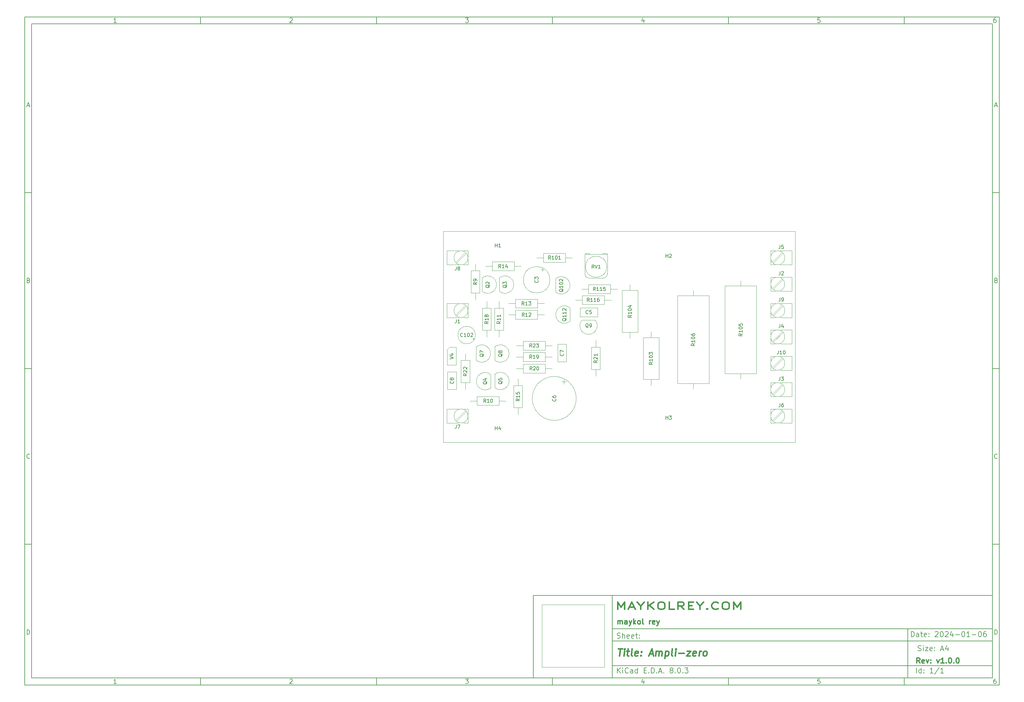
<source format=gbr>
%TF.GenerationSoftware,KiCad,Pcbnew,8.0.3-8.0.3-0~ubuntu22.04.1*%
%TF.CreationDate,2024-07-16T05:34:00-05:00*%
%TF.ProjectId,ampli-zero,616d706c-692d-47a6-9572-6f2e6b696361,v1.0.0*%
%TF.SameCoordinates,Original*%
%TF.FileFunction,AssemblyDrawing,Top*%
%FSLAX46Y46*%
G04 Gerber Fmt 4.6, Leading zero omitted, Abs format (unit mm)*
G04 Created by KiCad (PCBNEW 8.0.3-8.0.3-0~ubuntu22.04.1) date 2024-07-16 05:34:00*
%MOMM*%
%LPD*%
G01*
G04 APERTURE LIST*
%ADD10C,0.100000*%
%ADD11C,0.150000*%
%ADD12C,0.300000*%
%ADD13C,0.400000*%
%TA.AperFunction,Profile*%
%ADD14C,0.100000*%
%TD*%
G04 APERTURE END LIST*
D10*
X157012200Y-177117000D02*
X157012200Y-194897000D01*
X174792200Y-194897000D01*
X174792200Y-177117000D01*
X157012200Y-177117000D01*
D11*
X177013200Y-174505000D02*
X285002200Y-174505000D01*
X285002200Y-198007000D01*
X177013200Y-198007000D01*
X177013200Y-174505000D01*
D10*
D11*
X10000000Y-10000000D02*
X287002200Y-10000000D01*
X287002200Y-200007200D01*
X10000000Y-200007200D01*
X10000000Y-10000000D01*
D10*
D11*
X12000000Y-12000000D02*
X285002200Y-12000000D01*
X285002200Y-198007200D01*
X12000000Y-198007200D01*
X12000000Y-12000000D01*
D10*
D11*
X60000000Y-12000000D02*
X60000000Y-10000000D01*
D10*
D11*
X110000000Y-12000000D02*
X110000000Y-10000000D01*
D10*
D11*
X160000000Y-12000000D02*
X160000000Y-10000000D01*
D10*
D11*
X210000000Y-12000000D02*
X210000000Y-10000000D01*
D10*
D11*
X260000000Y-12000000D02*
X260000000Y-10000000D01*
D10*
D11*
X36089160Y-11593604D02*
X35346303Y-11593604D01*
X35717731Y-11593604D02*
X35717731Y-10293604D01*
X35717731Y-10293604D02*
X35593922Y-10479319D01*
X35593922Y-10479319D02*
X35470112Y-10603128D01*
X35470112Y-10603128D02*
X35346303Y-10665033D01*
D10*
D11*
X85346303Y-10417414D02*
X85408207Y-10355509D01*
X85408207Y-10355509D02*
X85532017Y-10293604D01*
X85532017Y-10293604D02*
X85841541Y-10293604D01*
X85841541Y-10293604D02*
X85965350Y-10355509D01*
X85965350Y-10355509D02*
X86027255Y-10417414D01*
X86027255Y-10417414D02*
X86089160Y-10541223D01*
X86089160Y-10541223D02*
X86089160Y-10665033D01*
X86089160Y-10665033D02*
X86027255Y-10850747D01*
X86027255Y-10850747D02*
X85284398Y-11593604D01*
X85284398Y-11593604D02*
X86089160Y-11593604D01*
D10*
D11*
X135284398Y-10293604D02*
X136089160Y-10293604D01*
X136089160Y-10293604D02*
X135655826Y-10788842D01*
X135655826Y-10788842D02*
X135841541Y-10788842D01*
X135841541Y-10788842D02*
X135965350Y-10850747D01*
X135965350Y-10850747D02*
X136027255Y-10912652D01*
X136027255Y-10912652D02*
X136089160Y-11036461D01*
X136089160Y-11036461D02*
X136089160Y-11345985D01*
X136089160Y-11345985D02*
X136027255Y-11469795D01*
X136027255Y-11469795D02*
X135965350Y-11531700D01*
X135965350Y-11531700D02*
X135841541Y-11593604D01*
X135841541Y-11593604D02*
X135470112Y-11593604D01*
X135470112Y-11593604D02*
X135346303Y-11531700D01*
X135346303Y-11531700D02*
X135284398Y-11469795D01*
D10*
D11*
X185965350Y-10726938D02*
X185965350Y-11593604D01*
X185655826Y-10231700D02*
X185346303Y-11160271D01*
X185346303Y-11160271D02*
X186151064Y-11160271D01*
D10*
D11*
X236027255Y-10293604D02*
X235408207Y-10293604D01*
X235408207Y-10293604D02*
X235346303Y-10912652D01*
X235346303Y-10912652D02*
X235408207Y-10850747D01*
X235408207Y-10850747D02*
X235532017Y-10788842D01*
X235532017Y-10788842D02*
X235841541Y-10788842D01*
X235841541Y-10788842D02*
X235965350Y-10850747D01*
X235965350Y-10850747D02*
X236027255Y-10912652D01*
X236027255Y-10912652D02*
X236089160Y-11036461D01*
X236089160Y-11036461D02*
X236089160Y-11345985D01*
X236089160Y-11345985D02*
X236027255Y-11469795D01*
X236027255Y-11469795D02*
X235965350Y-11531700D01*
X235965350Y-11531700D02*
X235841541Y-11593604D01*
X235841541Y-11593604D02*
X235532017Y-11593604D01*
X235532017Y-11593604D02*
X235408207Y-11531700D01*
X235408207Y-11531700D02*
X235346303Y-11469795D01*
D10*
D11*
X285965350Y-10293604D02*
X285717731Y-10293604D01*
X285717731Y-10293604D02*
X285593922Y-10355509D01*
X285593922Y-10355509D02*
X285532017Y-10417414D01*
X285532017Y-10417414D02*
X285408207Y-10603128D01*
X285408207Y-10603128D02*
X285346303Y-10850747D01*
X285346303Y-10850747D02*
X285346303Y-11345985D01*
X285346303Y-11345985D02*
X285408207Y-11469795D01*
X285408207Y-11469795D02*
X285470112Y-11531700D01*
X285470112Y-11531700D02*
X285593922Y-11593604D01*
X285593922Y-11593604D02*
X285841541Y-11593604D01*
X285841541Y-11593604D02*
X285965350Y-11531700D01*
X285965350Y-11531700D02*
X286027255Y-11469795D01*
X286027255Y-11469795D02*
X286089160Y-11345985D01*
X286089160Y-11345985D02*
X286089160Y-11036461D01*
X286089160Y-11036461D02*
X286027255Y-10912652D01*
X286027255Y-10912652D02*
X285965350Y-10850747D01*
X285965350Y-10850747D02*
X285841541Y-10788842D01*
X285841541Y-10788842D02*
X285593922Y-10788842D01*
X285593922Y-10788842D02*
X285470112Y-10850747D01*
X285470112Y-10850747D02*
X285408207Y-10912652D01*
X285408207Y-10912652D02*
X285346303Y-11036461D01*
D10*
D11*
X60000000Y-198007200D02*
X60000000Y-200007200D01*
D10*
D11*
X110000000Y-198007200D02*
X110000000Y-200007200D01*
D10*
D11*
X160000000Y-198007200D02*
X160000000Y-200007200D01*
D10*
D11*
X210000000Y-198007200D02*
X210000000Y-200007200D01*
D10*
D11*
X260000000Y-198007200D02*
X260000000Y-200007200D01*
D10*
D11*
X36089160Y-199600804D02*
X35346303Y-199600804D01*
X35717731Y-199600804D02*
X35717731Y-198300804D01*
X35717731Y-198300804D02*
X35593922Y-198486519D01*
X35593922Y-198486519D02*
X35470112Y-198610328D01*
X35470112Y-198610328D02*
X35346303Y-198672233D01*
D10*
D11*
X85346303Y-198424614D02*
X85408207Y-198362709D01*
X85408207Y-198362709D02*
X85532017Y-198300804D01*
X85532017Y-198300804D02*
X85841541Y-198300804D01*
X85841541Y-198300804D02*
X85965350Y-198362709D01*
X85965350Y-198362709D02*
X86027255Y-198424614D01*
X86027255Y-198424614D02*
X86089160Y-198548423D01*
X86089160Y-198548423D02*
X86089160Y-198672233D01*
X86089160Y-198672233D02*
X86027255Y-198857947D01*
X86027255Y-198857947D02*
X85284398Y-199600804D01*
X85284398Y-199600804D02*
X86089160Y-199600804D01*
D10*
D11*
X135284398Y-198300804D02*
X136089160Y-198300804D01*
X136089160Y-198300804D02*
X135655826Y-198796042D01*
X135655826Y-198796042D02*
X135841541Y-198796042D01*
X135841541Y-198796042D02*
X135965350Y-198857947D01*
X135965350Y-198857947D02*
X136027255Y-198919852D01*
X136027255Y-198919852D02*
X136089160Y-199043661D01*
X136089160Y-199043661D02*
X136089160Y-199353185D01*
X136089160Y-199353185D02*
X136027255Y-199476995D01*
X136027255Y-199476995D02*
X135965350Y-199538900D01*
X135965350Y-199538900D02*
X135841541Y-199600804D01*
X135841541Y-199600804D02*
X135470112Y-199600804D01*
X135470112Y-199600804D02*
X135346303Y-199538900D01*
X135346303Y-199538900D02*
X135284398Y-199476995D01*
D10*
D11*
X185965350Y-198734138D02*
X185965350Y-199600804D01*
X185655826Y-198238900D02*
X185346303Y-199167471D01*
X185346303Y-199167471D02*
X186151064Y-199167471D01*
D10*
D11*
X236027255Y-198300804D02*
X235408207Y-198300804D01*
X235408207Y-198300804D02*
X235346303Y-198919852D01*
X235346303Y-198919852D02*
X235408207Y-198857947D01*
X235408207Y-198857947D02*
X235532017Y-198796042D01*
X235532017Y-198796042D02*
X235841541Y-198796042D01*
X235841541Y-198796042D02*
X235965350Y-198857947D01*
X235965350Y-198857947D02*
X236027255Y-198919852D01*
X236027255Y-198919852D02*
X236089160Y-199043661D01*
X236089160Y-199043661D02*
X236089160Y-199353185D01*
X236089160Y-199353185D02*
X236027255Y-199476995D01*
X236027255Y-199476995D02*
X235965350Y-199538900D01*
X235965350Y-199538900D02*
X235841541Y-199600804D01*
X235841541Y-199600804D02*
X235532017Y-199600804D01*
X235532017Y-199600804D02*
X235408207Y-199538900D01*
X235408207Y-199538900D02*
X235346303Y-199476995D01*
D10*
D11*
X285965350Y-198300804D02*
X285717731Y-198300804D01*
X285717731Y-198300804D02*
X285593922Y-198362709D01*
X285593922Y-198362709D02*
X285532017Y-198424614D01*
X285532017Y-198424614D02*
X285408207Y-198610328D01*
X285408207Y-198610328D02*
X285346303Y-198857947D01*
X285346303Y-198857947D02*
X285346303Y-199353185D01*
X285346303Y-199353185D02*
X285408207Y-199476995D01*
X285408207Y-199476995D02*
X285470112Y-199538900D01*
X285470112Y-199538900D02*
X285593922Y-199600804D01*
X285593922Y-199600804D02*
X285841541Y-199600804D01*
X285841541Y-199600804D02*
X285965350Y-199538900D01*
X285965350Y-199538900D02*
X286027255Y-199476995D01*
X286027255Y-199476995D02*
X286089160Y-199353185D01*
X286089160Y-199353185D02*
X286089160Y-199043661D01*
X286089160Y-199043661D02*
X286027255Y-198919852D01*
X286027255Y-198919852D02*
X285965350Y-198857947D01*
X285965350Y-198857947D02*
X285841541Y-198796042D01*
X285841541Y-198796042D02*
X285593922Y-198796042D01*
X285593922Y-198796042D02*
X285470112Y-198857947D01*
X285470112Y-198857947D02*
X285408207Y-198919852D01*
X285408207Y-198919852D02*
X285346303Y-199043661D01*
D10*
D11*
X10000000Y-60000000D02*
X12000000Y-60000000D01*
D10*
D11*
X10000000Y-110000000D02*
X12000000Y-110000000D01*
D10*
D11*
X10000000Y-160000000D02*
X12000000Y-160000000D01*
D10*
D11*
X10690476Y-35222176D02*
X11309523Y-35222176D01*
X10566666Y-35593604D02*
X10999999Y-34293604D01*
X10999999Y-34293604D02*
X11433333Y-35593604D01*
D10*
D11*
X11092857Y-84912652D02*
X11278571Y-84974557D01*
X11278571Y-84974557D02*
X11340476Y-85036461D01*
X11340476Y-85036461D02*
X11402380Y-85160271D01*
X11402380Y-85160271D02*
X11402380Y-85345985D01*
X11402380Y-85345985D02*
X11340476Y-85469795D01*
X11340476Y-85469795D02*
X11278571Y-85531700D01*
X11278571Y-85531700D02*
X11154761Y-85593604D01*
X11154761Y-85593604D02*
X10659523Y-85593604D01*
X10659523Y-85593604D02*
X10659523Y-84293604D01*
X10659523Y-84293604D02*
X11092857Y-84293604D01*
X11092857Y-84293604D02*
X11216666Y-84355509D01*
X11216666Y-84355509D02*
X11278571Y-84417414D01*
X11278571Y-84417414D02*
X11340476Y-84541223D01*
X11340476Y-84541223D02*
X11340476Y-84665033D01*
X11340476Y-84665033D02*
X11278571Y-84788842D01*
X11278571Y-84788842D02*
X11216666Y-84850747D01*
X11216666Y-84850747D02*
X11092857Y-84912652D01*
X11092857Y-84912652D02*
X10659523Y-84912652D01*
D10*
D11*
X11402380Y-135469795D02*
X11340476Y-135531700D01*
X11340476Y-135531700D02*
X11154761Y-135593604D01*
X11154761Y-135593604D02*
X11030952Y-135593604D01*
X11030952Y-135593604D02*
X10845238Y-135531700D01*
X10845238Y-135531700D02*
X10721428Y-135407890D01*
X10721428Y-135407890D02*
X10659523Y-135284080D01*
X10659523Y-135284080D02*
X10597619Y-135036461D01*
X10597619Y-135036461D02*
X10597619Y-134850747D01*
X10597619Y-134850747D02*
X10659523Y-134603128D01*
X10659523Y-134603128D02*
X10721428Y-134479319D01*
X10721428Y-134479319D02*
X10845238Y-134355509D01*
X10845238Y-134355509D02*
X11030952Y-134293604D01*
X11030952Y-134293604D02*
X11154761Y-134293604D01*
X11154761Y-134293604D02*
X11340476Y-134355509D01*
X11340476Y-134355509D02*
X11402380Y-134417414D01*
D10*
D11*
X10659523Y-185593604D02*
X10659523Y-184293604D01*
X10659523Y-184293604D02*
X10969047Y-184293604D01*
X10969047Y-184293604D02*
X11154761Y-184355509D01*
X11154761Y-184355509D02*
X11278571Y-184479319D01*
X11278571Y-184479319D02*
X11340476Y-184603128D01*
X11340476Y-184603128D02*
X11402380Y-184850747D01*
X11402380Y-184850747D02*
X11402380Y-185036461D01*
X11402380Y-185036461D02*
X11340476Y-185284080D01*
X11340476Y-185284080D02*
X11278571Y-185407890D01*
X11278571Y-185407890D02*
X11154761Y-185531700D01*
X11154761Y-185531700D02*
X10969047Y-185593604D01*
X10969047Y-185593604D02*
X10659523Y-185593604D01*
D10*
D11*
X287002200Y-60000000D02*
X285002200Y-60000000D01*
D10*
D11*
X287002200Y-110000000D02*
X285002200Y-110000000D01*
D10*
D11*
X287002200Y-160000000D02*
X285002200Y-160000000D01*
D10*
D11*
X285692676Y-35222176D02*
X286311723Y-35222176D01*
X285568866Y-35593604D02*
X286002199Y-34293604D01*
X286002199Y-34293604D02*
X286435533Y-35593604D01*
D10*
D11*
X286095057Y-84912652D02*
X286280771Y-84974557D01*
X286280771Y-84974557D02*
X286342676Y-85036461D01*
X286342676Y-85036461D02*
X286404580Y-85160271D01*
X286404580Y-85160271D02*
X286404580Y-85345985D01*
X286404580Y-85345985D02*
X286342676Y-85469795D01*
X286342676Y-85469795D02*
X286280771Y-85531700D01*
X286280771Y-85531700D02*
X286156961Y-85593604D01*
X286156961Y-85593604D02*
X285661723Y-85593604D01*
X285661723Y-85593604D02*
X285661723Y-84293604D01*
X285661723Y-84293604D02*
X286095057Y-84293604D01*
X286095057Y-84293604D02*
X286218866Y-84355509D01*
X286218866Y-84355509D02*
X286280771Y-84417414D01*
X286280771Y-84417414D02*
X286342676Y-84541223D01*
X286342676Y-84541223D02*
X286342676Y-84665033D01*
X286342676Y-84665033D02*
X286280771Y-84788842D01*
X286280771Y-84788842D02*
X286218866Y-84850747D01*
X286218866Y-84850747D02*
X286095057Y-84912652D01*
X286095057Y-84912652D02*
X285661723Y-84912652D01*
D10*
D11*
X286404580Y-135469795D02*
X286342676Y-135531700D01*
X286342676Y-135531700D02*
X286156961Y-135593604D01*
X286156961Y-135593604D02*
X286033152Y-135593604D01*
X286033152Y-135593604D02*
X285847438Y-135531700D01*
X285847438Y-135531700D02*
X285723628Y-135407890D01*
X285723628Y-135407890D02*
X285661723Y-135284080D01*
X285661723Y-135284080D02*
X285599819Y-135036461D01*
X285599819Y-135036461D02*
X285599819Y-134850747D01*
X285599819Y-134850747D02*
X285661723Y-134603128D01*
X285661723Y-134603128D02*
X285723628Y-134479319D01*
X285723628Y-134479319D02*
X285847438Y-134355509D01*
X285847438Y-134355509D02*
X286033152Y-134293604D01*
X286033152Y-134293604D02*
X286156961Y-134293604D01*
X286156961Y-134293604D02*
X286342676Y-134355509D01*
X286342676Y-134355509D02*
X286404580Y-134417414D01*
D10*
D11*
X285661723Y-185593604D02*
X285661723Y-184293604D01*
X285661723Y-184293604D02*
X285971247Y-184293604D01*
X285971247Y-184293604D02*
X286156961Y-184355509D01*
X286156961Y-184355509D02*
X286280771Y-184479319D01*
X286280771Y-184479319D02*
X286342676Y-184603128D01*
X286342676Y-184603128D02*
X286404580Y-184850747D01*
X286404580Y-184850747D02*
X286404580Y-185036461D01*
X286404580Y-185036461D02*
X286342676Y-185284080D01*
X286342676Y-185284080D02*
X286280771Y-185407890D01*
X286280771Y-185407890D02*
X286156961Y-185531700D01*
X286156961Y-185531700D02*
X285971247Y-185593604D01*
X285971247Y-185593604D02*
X285661723Y-185593604D01*
D10*
D11*
X261958026Y-186293128D02*
X261958026Y-184793128D01*
X261958026Y-184793128D02*
X262315169Y-184793128D01*
X262315169Y-184793128D02*
X262529455Y-184864557D01*
X262529455Y-184864557D02*
X262672312Y-185007414D01*
X262672312Y-185007414D02*
X262743741Y-185150271D01*
X262743741Y-185150271D02*
X262815169Y-185435985D01*
X262815169Y-185435985D02*
X262815169Y-185650271D01*
X262815169Y-185650271D02*
X262743741Y-185935985D01*
X262743741Y-185935985D02*
X262672312Y-186078842D01*
X262672312Y-186078842D02*
X262529455Y-186221700D01*
X262529455Y-186221700D02*
X262315169Y-186293128D01*
X262315169Y-186293128D02*
X261958026Y-186293128D01*
X264100884Y-186293128D02*
X264100884Y-185507414D01*
X264100884Y-185507414D02*
X264029455Y-185364557D01*
X264029455Y-185364557D02*
X263886598Y-185293128D01*
X263886598Y-185293128D02*
X263600884Y-185293128D01*
X263600884Y-185293128D02*
X263458026Y-185364557D01*
X264100884Y-186221700D02*
X263958026Y-186293128D01*
X263958026Y-186293128D02*
X263600884Y-186293128D01*
X263600884Y-186293128D02*
X263458026Y-186221700D01*
X263458026Y-186221700D02*
X263386598Y-186078842D01*
X263386598Y-186078842D02*
X263386598Y-185935985D01*
X263386598Y-185935985D02*
X263458026Y-185793128D01*
X263458026Y-185793128D02*
X263600884Y-185721700D01*
X263600884Y-185721700D02*
X263958026Y-185721700D01*
X263958026Y-185721700D02*
X264100884Y-185650271D01*
X264600884Y-185293128D02*
X265172312Y-185293128D01*
X264815169Y-184793128D02*
X264815169Y-186078842D01*
X264815169Y-186078842D02*
X264886598Y-186221700D01*
X264886598Y-186221700D02*
X265029455Y-186293128D01*
X265029455Y-186293128D02*
X265172312Y-186293128D01*
X266243741Y-186221700D02*
X266100884Y-186293128D01*
X266100884Y-186293128D02*
X265815170Y-186293128D01*
X265815170Y-186293128D02*
X265672312Y-186221700D01*
X265672312Y-186221700D02*
X265600884Y-186078842D01*
X265600884Y-186078842D02*
X265600884Y-185507414D01*
X265600884Y-185507414D02*
X265672312Y-185364557D01*
X265672312Y-185364557D02*
X265815170Y-185293128D01*
X265815170Y-185293128D02*
X266100884Y-185293128D01*
X266100884Y-185293128D02*
X266243741Y-185364557D01*
X266243741Y-185364557D02*
X266315170Y-185507414D01*
X266315170Y-185507414D02*
X266315170Y-185650271D01*
X266315170Y-185650271D02*
X265600884Y-185793128D01*
X266958026Y-186150271D02*
X267029455Y-186221700D01*
X267029455Y-186221700D02*
X266958026Y-186293128D01*
X266958026Y-186293128D02*
X266886598Y-186221700D01*
X266886598Y-186221700D02*
X266958026Y-186150271D01*
X266958026Y-186150271D02*
X266958026Y-186293128D01*
X266958026Y-185364557D02*
X267029455Y-185435985D01*
X267029455Y-185435985D02*
X266958026Y-185507414D01*
X266958026Y-185507414D02*
X266886598Y-185435985D01*
X266886598Y-185435985D02*
X266958026Y-185364557D01*
X266958026Y-185364557D02*
X266958026Y-185507414D01*
X268743741Y-184935985D02*
X268815169Y-184864557D01*
X268815169Y-184864557D02*
X268958027Y-184793128D01*
X268958027Y-184793128D02*
X269315169Y-184793128D01*
X269315169Y-184793128D02*
X269458027Y-184864557D01*
X269458027Y-184864557D02*
X269529455Y-184935985D01*
X269529455Y-184935985D02*
X269600884Y-185078842D01*
X269600884Y-185078842D02*
X269600884Y-185221700D01*
X269600884Y-185221700D02*
X269529455Y-185435985D01*
X269529455Y-185435985D02*
X268672312Y-186293128D01*
X268672312Y-186293128D02*
X269600884Y-186293128D01*
X270529455Y-184793128D02*
X270672312Y-184793128D01*
X270672312Y-184793128D02*
X270815169Y-184864557D01*
X270815169Y-184864557D02*
X270886598Y-184935985D01*
X270886598Y-184935985D02*
X270958026Y-185078842D01*
X270958026Y-185078842D02*
X271029455Y-185364557D01*
X271029455Y-185364557D02*
X271029455Y-185721700D01*
X271029455Y-185721700D02*
X270958026Y-186007414D01*
X270958026Y-186007414D02*
X270886598Y-186150271D01*
X270886598Y-186150271D02*
X270815169Y-186221700D01*
X270815169Y-186221700D02*
X270672312Y-186293128D01*
X270672312Y-186293128D02*
X270529455Y-186293128D01*
X270529455Y-186293128D02*
X270386598Y-186221700D01*
X270386598Y-186221700D02*
X270315169Y-186150271D01*
X270315169Y-186150271D02*
X270243740Y-186007414D01*
X270243740Y-186007414D02*
X270172312Y-185721700D01*
X270172312Y-185721700D02*
X270172312Y-185364557D01*
X270172312Y-185364557D02*
X270243740Y-185078842D01*
X270243740Y-185078842D02*
X270315169Y-184935985D01*
X270315169Y-184935985D02*
X270386598Y-184864557D01*
X270386598Y-184864557D02*
X270529455Y-184793128D01*
X271600883Y-184935985D02*
X271672311Y-184864557D01*
X271672311Y-184864557D02*
X271815169Y-184793128D01*
X271815169Y-184793128D02*
X272172311Y-184793128D01*
X272172311Y-184793128D02*
X272315169Y-184864557D01*
X272315169Y-184864557D02*
X272386597Y-184935985D01*
X272386597Y-184935985D02*
X272458026Y-185078842D01*
X272458026Y-185078842D02*
X272458026Y-185221700D01*
X272458026Y-185221700D02*
X272386597Y-185435985D01*
X272386597Y-185435985D02*
X271529454Y-186293128D01*
X271529454Y-186293128D02*
X272458026Y-186293128D01*
X273743740Y-185293128D02*
X273743740Y-186293128D01*
X273386597Y-184721700D02*
X273029454Y-185793128D01*
X273029454Y-185793128D02*
X273958025Y-185793128D01*
X274529453Y-185721700D02*
X275672311Y-185721700D01*
X276672311Y-184793128D02*
X276815168Y-184793128D01*
X276815168Y-184793128D02*
X276958025Y-184864557D01*
X276958025Y-184864557D02*
X277029454Y-184935985D01*
X277029454Y-184935985D02*
X277100882Y-185078842D01*
X277100882Y-185078842D02*
X277172311Y-185364557D01*
X277172311Y-185364557D02*
X277172311Y-185721700D01*
X277172311Y-185721700D02*
X277100882Y-186007414D01*
X277100882Y-186007414D02*
X277029454Y-186150271D01*
X277029454Y-186150271D02*
X276958025Y-186221700D01*
X276958025Y-186221700D02*
X276815168Y-186293128D01*
X276815168Y-186293128D02*
X276672311Y-186293128D01*
X276672311Y-186293128D02*
X276529454Y-186221700D01*
X276529454Y-186221700D02*
X276458025Y-186150271D01*
X276458025Y-186150271D02*
X276386596Y-186007414D01*
X276386596Y-186007414D02*
X276315168Y-185721700D01*
X276315168Y-185721700D02*
X276315168Y-185364557D01*
X276315168Y-185364557D02*
X276386596Y-185078842D01*
X276386596Y-185078842D02*
X276458025Y-184935985D01*
X276458025Y-184935985D02*
X276529454Y-184864557D01*
X276529454Y-184864557D02*
X276672311Y-184793128D01*
X278600882Y-186293128D02*
X277743739Y-186293128D01*
X278172310Y-186293128D02*
X278172310Y-184793128D01*
X278172310Y-184793128D02*
X278029453Y-185007414D01*
X278029453Y-185007414D02*
X277886596Y-185150271D01*
X277886596Y-185150271D02*
X277743739Y-185221700D01*
X279243738Y-185721700D02*
X280386596Y-185721700D01*
X281386596Y-184793128D02*
X281529453Y-184793128D01*
X281529453Y-184793128D02*
X281672310Y-184864557D01*
X281672310Y-184864557D02*
X281743739Y-184935985D01*
X281743739Y-184935985D02*
X281815167Y-185078842D01*
X281815167Y-185078842D02*
X281886596Y-185364557D01*
X281886596Y-185364557D02*
X281886596Y-185721700D01*
X281886596Y-185721700D02*
X281815167Y-186007414D01*
X281815167Y-186007414D02*
X281743739Y-186150271D01*
X281743739Y-186150271D02*
X281672310Y-186221700D01*
X281672310Y-186221700D02*
X281529453Y-186293128D01*
X281529453Y-186293128D02*
X281386596Y-186293128D01*
X281386596Y-186293128D02*
X281243739Y-186221700D01*
X281243739Y-186221700D02*
X281172310Y-186150271D01*
X281172310Y-186150271D02*
X281100881Y-186007414D01*
X281100881Y-186007414D02*
X281029453Y-185721700D01*
X281029453Y-185721700D02*
X281029453Y-185364557D01*
X281029453Y-185364557D02*
X281100881Y-185078842D01*
X281100881Y-185078842D02*
X281172310Y-184935985D01*
X281172310Y-184935985D02*
X281243739Y-184864557D01*
X281243739Y-184864557D02*
X281386596Y-184793128D01*
X283172310Y-184793128D02*
X282886595Y-184793128D01*
X282886595Y-184793128D02*
X282743738Y-184864557D01*
X282743738Y-184864557D02*
X282672310Y-184935985D01*
X282672310Y-184935985D02*
X282529452Y-185150271D01*
X282529452Y-185150271D02*
X282458024Y-185435985D01*
X282458024Y-185435985D02*
X282458024Y-186007414D01*
X282458024Y-186007414D02*
X282529452Y-186150271D01*
X282529452Y-186150271D02*
X282600881Y-186221700D01*
X282600881Y-186221700D02*
X282743738Y-186293128D01*
X282743738Y-186293128D02*
X283029452Y-186293128D01*
X283029452Y-186293128D02*
X283172310Y-186221700D01*
X283172310Y-186221700D02*
X283243738Y-186150271D01*
X283243738Y-186150271D02*
X283315167Y-186007414D01*
X283315167Y-186007414D02*
X283315167Y-185650271D01*
X283315167Y-185650271D02*
X283243738Y-185507414D01*
X283243738Y-185507414D02*
X283172310Y-185435985D01*
X283172310Y-185435985D02*
X283029452Y-185364557D01*
X283029452Y-185364557D02*
X282743738Y-185364557D01*
X282743738Y-185364557D02*
X282600881Y-185435985D01*
X282600881Y-185435985D02*
X282529452Y-185507414D01*
X282529452Y-185507414D02*
X282458024Y-185650271D01*
D10*
D11*
X177002200Y-194507200D02*
X285002200Y-194507200D01*
D10*
D11*
X178458026Y-196593328D02*
X178458026Y-195093328D01*
X179315169Y-196593328D02*
X178672312Y-195736185D01*
X179315169Y-195093328D02*
X178458026Y-195950471D01*
X179958026Y-196593328D02*
X179958026Y-195593328D01*
X179958026Y-195093328D02*
X179886598Y-195164757D01*
X179886598Y-195164757D02*
X179958026Y-195236185D01*
X179958026Y-195236185D02*
X180029455Y-195164757D01*
X180029455Y-195164757D02*
X179958026Y-195093328D01*
X179958026Y-195093328D02*
X179958026Y-195236185D01*
X181529455Y-196450471D02*
X181458027Y-196521900D01*
X181458027Y-196521900D02*
X181243741Y-196593328D01*
X181243741Y-196593328D02*
X181100884Y-196593328D01*
X181100884Y-196593328D02*
X180886598Y-196521900D01*
X180886598Y-196521900D02*
X180743741Y-196379042D01*
X180743741Y-196379042D02*
X180672312Y-196236185D01*
X180672312Y-196236185D02*
X180600884Y-195950471D01*
X180600884Y-195950471D02*
X180600884Y-195736185D01*
X180600884Y-195736185D02*
X180672312Y-195450471D01*
X180672312Y-195450471D02*
X180743741Y-195307614D01*
X180743741Y-195307614D02*
X180886598Y-195164757D01*
X180886598Y-195164757D02*
X181100884Y-195093328D01*
X181100884Y-195093328D02*
X181243741Y-195093328D01*
X181243741Y-195093328D02*
X181458027Y-195164757D01*
X181458027Y-195164757D02*
X181529455Y-195236185D01*
X182815170Y-196593328D02*
X182815170Y-195807614D01*
X182815170Y-195807614D02*
X182743741Y-195664757D01*
X182743741Y-195664757D02*
X182600884Y-195593328D01*
X182600884Y-195593328D02*
X182315170Y-195593328D01*
X182315170Y-195593328D02*
X182172312Y-195664757D01*
X182815170Y-196521900D02*
X182672312Y-196593328D01*
X182672312Y-196593328D02*
X182315170Y-196593328D01*
X182315170Y-196593328D02*
X182172312Y-196521900D01*
X182172312Y-196521900D02*
X182100884Y-196379042D01*
X182100884Y-196379042D02*
X182100884Y-196236185D01*
X182100884Y-196236185D02*
X182172312Y-196093328D01*
X182172312Y-196093328D02*
X182315170Y-196021900D01*
X182315170Y-196021900D02*
X182672312Y-196021900D01*
X182672312Y-196021900D02*
X182815170Y-195950471D01*
X184172313Y-196593328D02*
X184172313Y-195093328D01*
X184172313Y-196521900D02*
X184029455Y-196593328D01*
X184029455Y-196593328D02*
X183743741Y-196593328D01*
X183743741Y-196593328D02*
X183600884Y-196521900D01*
X183600884Y-196521900D02*
X183529455Y-196450471D01*
X183529455Y-196450471D02*
X183458027Y-196307614D01*
X183458027Y-196307614D02*
X183458027Y-195879042D01*
X183458027Y-195879042D02*
X183529455Y-195736185D01*
X183529455Y-195736185D02*
X183600884Y-195664757D01*
X183600884Y-195664757D02*
X183743741Y-195593328D01*
X183743741Y-195593328D02*
X184029455Y-195593328D01*
X184029455Y-195593328D02*
X184172313Y-195664757D01*
X186029455Y-195807614D02*
X186529455Y-195807614D01*
X186743741Y-196593328D02*
X186029455Y-196593328D01*
X186029455Y-196593328D02*
X186029455Y-195093328D01*
X186029455Y-195093328D02*
X186743741Y-195093328D01*
X187386598Y-196450471D02*
X187458027Y-196521900D01*
X187458027Y-196521900D02*
X187386598Y-196593328D01*
X187386598Y-196593328D02*
X187315170Y-196521900D01*
X187315170Y-196521900D02*
X187386598Y-196450471D01*
X187386598Y-196450471D02*
X187386598Y-196593328D01*
X188100884Y-196593328D02*
X188100884Y-195093328D01*
X188100884Y-195093328D02*
X188458027Y-195093328D01*
X188458027Y-195093328D02*
X188672313Y-195164757D01*
X188672313Y-195164757D02*
X188815170Y-195307614D01*
X188815170Y-195307614D02*
X188886599Y-195450471D01*
X188886599Y-195450471D02*
X188958027Y-195736185D01*
X188958027Y-195736185D02*
X188958027Y-195950471D01*
X188958027Y-195950471D02*
X188886599Y-196236185D01*
X188886599Y-196236185D02*
X188815170Y-196379042D01*
X188815170Y-196379042D02*
X188672313Y-196521900D01*
X188672313Y-196521900D02*
X188458027Y-196593328D01*
X188458027Y-196593328D02*
X188100884Y-196593328D01*
X189600884Y-196450471D02*
X189672313Y-196521900D01*
X189672313Y-196521900D02*
X189600884Y-196593328D01*
X189600884Y-196593328D02*
X189529456Y-196521900D01*
X189529456Y-196521900D02*
X189600884Y-196450471D01*
X189600884Y-196450471D02*
X189600884Y-196593328D01*
X190243742Y-196164757D02*
X190958028Y-196164757D01*
X190100885Y-196593328D02*
X190600885Y-195093328D01*
X190600885Y-195093328D02*
X191100885Y-196593328D01*
X191600884Y-196450471D02*
X191672313Y-196521900D01*
X191672313Y-196521900D02*
X191600884Y-196593328D01*
X191600884Y-196593328D02*
X191529456Y-196521900D01*
X191529456Y-196521900D02*
X191600884Y-196450471D01*
X191600884Y-196450471D02*
X191600884Y-196593328D01*
X193672313Y-195736185D02*
X193529456Y-195664757D01*
X193529456Y-195664757D02*
X193458027Y-195593328D01*
X193458027Y-195593328D02*
X193386599Y-195450471D01*
X193386599Y-195450471D02*
X193386599Y-195379042D01*
X193386599Y-195379042D02*
X193458027Y-195236185D01*
X193458027Y-195236185D02*
X193529456Y-195164757D01*
X193529456Y-195164757D02*
X193672313Y-195093328D01*
X193672313Y-195093328D02*
X193958027Y-195093328D01*
X193958027Y-195093328D02*
X194100885Y-195164757D01*
X194100885Y-195164757D02*
X194172313Y-195236185D01*
X194172313Y-195236185D02*
X194243742Y-195379042D01*
X194243742Y-195379042D02*
X194243742Y-195450471D01*
X194243742Y-195450471D02*
X194172313Y-195593328D01*
X194172313Y-195593328D02*
X194100885Y-195664757D01*
X194100885Y-195664757D02*
X193958027Y-195736185D01*
X193958027Y-195736185D02*
X193672313Y-195736185D01*
X193672313Y-195736185D02*
X193529456Y-195807614D01*
X193529456Y-195807614D02*
X193458027Y-195879042D01*
X193458027Y-195879042D02*
X193386599Y-196021900D01*
X193386599Y-196021900D02*
X193386599Y-196307614D01*
X193386599Y-196307614D02*
X193458027Y-196450471D01*
X193458027Y-196450471D02*
X193529456Y-196521900D01*
X193529456Y-196521900D02*
X193672313Y-196593328D01*
X193672313Y-196593328D02*
X193958027Y-196593328D01*
X193958027Y-196593328D02*
X194100885Y-196521900D01*
X194100885Y-196521900D02*
X194172313Y-196450471D01*
X194172313Y-196450471D02*
X194243742Y-196307614D01*
X194243742Y-196307614D02*
X194243742Y-196021900D01*
X194243742Y-196021900D02*
X194172313Y-195879042D01*
X194172313Y-195879042D02*
X194100885Y-195807614D01*
X194100885Y-195807614D02*
X193958027Y-195736185D01*
X194886598Y-196450471D02*
X194958027Y-196521900D01*
X194958027Y-196521900D02*
X194886598Y-196593328D01*
X194886598Y-196593328D02*
X194815170Y-196521900D01*
X194815170Y-196521900D02*
X194886598Y-196450471D01*
X194886598Y-196450471D02*
X194886598Y-196593328D01*
X195886599Y-195093328D02*
X196029456Y-195093328D01*
X196029456Y-195093328D02*
X196172313Y-195164757D01*
X196172313Y-195164757D02*
X196243742Y-195236185D01*
X196243742Y-195236185D02*
X196315170Y-195379042D01*
X196315170Y-195379042D02*
X196386599Y-195664757D01*
X196386599Y-195664757D02*
X196386599Y-196021900D01*
X196386599Y-196021900D02*
X196315170Y-196307614D01*
X196315170Y-196307614D02*
X196243742Y-196450471D01*
X196243742Y-196450471D02*
X196172313Y-196521900D01*
X196172313Y-196521900D02*
X196029456Y-196593328D01*
X196029456Y-196593328D02*
X195886599Y-196593328D01*
X195886599Y-196593328D02*
X195743742Y-196521900D01*
X195743742Y-196521900D02*
X195672313Y-196450471D01*
X195672313Y-196450471D02*
X195600884Y-196307614D01*
X195600884Y-196307614D02*
X195529456Y-196021900D01*
X195529456Y-196021900D02*
X195529456Y-195664757D01*
X195529456Y-195664757D02*
X195600884Y-195379042D01*
X195600884Y-195379042D02*
X195672313Y-195236185D01*
X195672313Y-195236185D02*
X195743742Y-195164757D01*
X195743742Y-195164757D02*
X195886599Y-195093328D01*
X197029455Y-196450471D02*
X197100884Y-196521900D01*
X197100884Y-196521900D02*
X197029455Y-196593328D01*
X197029455Y-196593328D02*
X196958027Y-196521900D01*
X196958027Y-196521900D02*
X197029455Y-196450471D01*
X197029455Y-196450471D02*
X197029455Y-196593328D01*
X197600884Y-195093328D02*
X198529456Y-195093328D01*
X198529456Y-195093328D02*
X198029456Y-195664757D01*
X198029456Y-195664757D02*
X198243741Y-195664757D01*
X198243741Y-195664757D02*
X198386599Y-195736185D01*
X198386599Y-195736185D02*
X198458027Y-195807614D01*
X198458027Y-195807614D02*
X198529456Y-195950471D01*
X198529456Y-195950471D02*
X198529456Y-196307614D01*
X198529456Y-196307614D02*
X198458027Y-196450471D01*
X198458027Y-196450471D02*
X198386599Y-196521900D01*
X198386599Y-196521900D02*
X198243741Y-196593328D01*
X198243741Y-196593328D02*
X197815170Y-196593328D01*
X197815170Y-196593328D02*
X197672313Y-196521900D01*
X197672313Y-196521900D02*
X197600884Y-196450471D01*
D10*
D12*
X264413853Y-193785528D02*
X263913853Y-193071242D01*
X263556710Y-193785528D02*
X263556710Y-192285528D01*
X263556710Y-192285528D02*
X264128139Y-192285528D01*
X264128139Y-192285528D02*
X264270996Y-192356957D01*
X264270996Y-192356957D02*
X264342425Y-192428385D01*
X264342425Y-192428385D02*
X264413853Y-192571242D01*
X264413853Y-192571242D02*
X264413853Y-192785528D01*
X264413853Y-192785528D02*
X264342425Y-192928385D01*
X264342425Y-192928385D02*
X264270996Y-192999814D01*
X264270996Y-192999814D02*
X264128139Y-193071242D01*
X264128139Y-193071242D02*
X263556710Y-193071242D01*
X265628139Y-193714100D02*
X265485282Y-193785528D01*
X265485282Y-193785528D02*
X265199568Y-193785528D01*
X265199568Y-193785528D02*
X265056710Y-193714100D01*
X265056710Y-193714100D02*
X264985282Y-193571242D01*
X264985282Y-193571242D02*
X264985282Y-192999814D01*
X264985282Y-192999814D02*
X265056710Y-192856957D01*
X265056710Y-192856957D02*
X265199568Y-192785528D01*
X265199568Y-192785528D02*
X265485282Y-192785528D01*
X265485282Y-192785528D02*
X265628139Y-192856957D01*
X265628139Y-192856957D02*
X265699568Y-192999814D01*
X265699568Y-192999814D02*
X265699568Y-193142671D01*
X265699568Y-193142671D02*
X264985282Y-193285528D01*
X266199567Y-192785528D02*
X266556710Y-193785528D01*
X266556710Y-193785528D02*
X266913853Y-192785528D01*
X267485281Y-193642671D02*
X267556710Y-193714100D01*
X267556710Y-193714100D02*
X267485281Y-193785528D01*
X267485281Y-193785528D02*
X267413853Y-193714100D01*
X267413853Y-193714100D02*
X267485281Y-193642671D01*
X267485281Y-193642671D02*
X267485281Y-193785528D01*
X267485281Y-192856957D02*
X267556710Y-192928385D01*
X267556710Y-192928385D02*
X267485281Y-192999814D01*
X267485281Y-192999814D02*
X267413853Y-192928385D01*
X267413853Y-192928385D02*
X267485281Y-192856957D01*
X267485281Y-192856957D02*
X267485281Y-192999814D01*
X269199567Y-192785528D02*
X269556710Y-193785528D01*
X269556710Y-193785528D02*
X269913853Y-192785528D01*
X271270996Y-193785528D02*
X270413853Y-193785528D01*
X270842424Y-193785528D02*
X270842424Y-192285528D01*
X270842424Y-192285528D02*
X270699567Y-192499814D01*
X270699567Y-192499814D02*
X270556710Y-192642671D01*
X270556710Y-192642671D02*
X270413853Y-192714100D01*
X271913852Y-193642671D02*
X271985281Y-193714100D01*
X271985281Y-193714100D02*
X271913852Y-193785528D01*
X271913852Y-193785528D02*
X271842424Y-193714100D01*
X271842424Y-193714100D02*
X271913852Y-193642671D01*
X271913852Y-193642671D02*
X271913852Y-193785528D01*
X272913853Y-192285528D02*
X273056710Y-192285528D01*
X273056710Y-192285528D02*
X273199567Y-192356957D01*
X273199567Y-192356957D02*
X273270996Y-192428385D01*
X273270996Y-192428385D02*
X273342424Y-192571242D01*
X273342424Y-192571242D02*
X273413853Y-192856957D01*
X273413853Y-192856957D02*
X273413853Y-193214100D01*
X273413853Y-193214100D02*
X273342424Y-193499814D01*
X273342424Y-193499814D02*
X273270996Y-193642671D01*
X273270996Y-193642671D02*
X273199567Y-193714100D01*
X273199567Y-193714100D02*
X273056710Y-193785528D01*
X273056710Y-193785528D02*
X272913853Y-193785528D01*
X272913853Y-193785528D02*
X272770996Y-193714100D01*
X272770996Y-193714100D02*
X272699567Y-193642671D01*
X272699567Y-193642671D02*
X272628138Y-193499814D01*
X272628138Y-193499814D02*
X272556710Y-193214100D01*
X272556710Y-193214100D02*
X272556710Y-192856957D01*
X272556710Y-192856957D02*
X272628138Y-192571242D01*
X272628138Y-192571242D02*
X272699567Y-192428385D01*
X272699567Y-192428385D02*
X272770996Y-192356957D01*
X272770996Y-192356957D02*
X272913853Y-192285528D01*
X274056709Y-193642671D02*
X274128138Y-193714100D01*
X274128138Y-193714100D02*
X274056709Y-193785528D01*
X274056709Y-193785528D02*
X273985281Y-193714100D01*
X273985281Y-193714100D02*
X274056709Y-193642671D01*
X274056709Y-193642671D02*
X274056709Y-193785528D01*
X275056710Y-192285528D02*
X275199567Y-192285528D01*
X275199567Y-192285528D02*
X275342424Y-192356957D01*
X275342424Y-192356957D02*
X275413853Y-192428385D01*
X275413853Y-192428385D02*
X275485281Y-192571242D01*
X275485281Y-192571242D02*
X275556710Y-192856957D01*
X275556710Y-192856957D02*
X275556710Y-193214100D01*
X275556710Y-193214100D02*
X275485281Y-193499814D01*
X275485281Y-193499814D02*
X275413853Y-193642671D01*
X275413853Y-193642671D02*
X275342424Y-193714100D01*
X275342424Y-193714100D02*
X275199567Y-193785528D01*
X275199567Y-193785528D02*
X275056710Y-193785528D01*
X275056710Y-193785528D02*
X274913853Y-193714100D01*
X274913853Y-193714100D02*
X274842424Y-193642671D01*
X274842424Y-193642671D02*
X274770995Y-193499814D01*
X274770995Y-193499814D02*
X274699567Y-193214100D01*
X274699567Y-193214100D02*
X274699567Y-192856957D01*
X274699567Y-192856957D02*
X274770995Y-192571242D01*
X274770995Y-192571242D02*
X274842424Y-192428385D01*
X274842424Y-192428385D02*
X274913853Y-192356957D01*
X274913853Y-192356957D02*
X275056710Y-192285528D01*
D10*
D11*
X263886598Y-190221700D02*
X264100884Y-190293128D01*
X264100884Y-190293128D02*
X264458026Y-190293128D01*
X264458026Y-190293128D02*
X264600884Y-190221700D01*
X264600884Y-190221700D02*
X264672312Y-190150271D01*
X264672312Y-190150271D02*
X264743741Y-190007414D01*
X264743741Y-190007414D02*
X264743741Y-189864557D01*
X264743741Y-189864557D02*
X264672312Y-189721700D01*
X264672312Y-189721700D02*
X264600884Y-189650271D01*
X264600884Y-189650271D02*
X264458026Y-189578842D01*
X264458026Y-189578842D02*
X264172312Y-189507414D01*
X264172312Y-189507414D02*
X264029455Y-189435985D01*
X264029455Y-189435985D02*
X263958026Y-189364557D01*
X263958026Y-189364557D02*
X263886598Y-189221700D01*
X263886598Y-189221700D02*
X263886598Y-189078842D01*
X263886598Y-189078842D02*
X263958026Y-188935985D01*
X263958026Y-188935985D02*
X264029455Y-188864557D01*
X264029455Y-188864557D02*
X264172312Y-188793128D01*
X264172312Y-188793128D02*
X264529455Y-188793128D01*
X264529455Y-188793128D02*
X264743741Y-188864557D01*
X265386597Y-190293128D02*
X265386597Y-189293128D01*
X265386597Y-188793128D02*
X265315169Y-188864557D01*
X265315169Y-188864557D02*
X265386597Y-188935985D01*
X265386597Y-188935985D02*
X265458026Y-188864557D01*
X265458026Y-188864557D02*
X265386597Y-188793128D01*
X265386597Y-188793128D02*
X265386597Y-188935985D01*
X265958026Y-189293128D02*
X266743741Y-189293128D01*
X266743741Y-189293128D02*
X265958026Y-190293128D01*
X265958026Y-190293128D02*
X266743741Y-190293128D01*
X267886598Y-190221700D02*
X267743741Y-190293128D01*
X267743741Y-190293128D02*
X267458027Y-190293128D01*
X267458027Y-190293128D02*
X267315169Y-190221700D01*
X267315169Y-190221700D02*
X267243741Y-190078842D01*
X267243741Y-190078842D02*
X267243741Y-189507414D01*
X267243741Y-189507414D02*
X267315169Y-189364557D01*
X267315169Y-189364557D02*
X267458027Y-189293128D01*
X267458027Y-189293128D02*
X267743741Y-189293128D01*
X267743741Y-189293128D02*
X267886598Y-189364557D01*
X267886598Y-189364557D02*
X267958027Y-189507414D01*
X267958027Y-189507414D02*
X267958027Y-189650271D01*
X267958027Y-189650271D02*
X267243741Y-189793128D01*
X268600883Y-190150271D02*
X268672312Y-190221700D01*
X268672312Y-190221700D02*
X268600883Y-190293128D01*
X268600883Y-190293128D02*
X268529455Y-190221700D01*
X268529455Y-190221700D02*
X268600883Y-190150271D01*
X268600883Y-190150271D02*
X268600883Y-190293128D01*
X268600883Y-189364557D02*
X268672312Y-189435985D01*
X268672312Y-189435985D02*
X268600883Y-189507414D01*
X268600883Y-189507414D02*
X268529455Y-189435985D01*
X268529455Y-189435985D02*
X268600883Y-189364557D01*
X268600883Y-189364557D02*
X268600883Y-189507414D01*
X270386598Y-189864557D02*
X271100884Y-189864557D01*
X270243741Y-190293128D02*
X270743741Y-188793128D01*
X270743741Y-188793128D02*
X271243741Y-190293128D01*
X272386598Y-189293128D02*
X272386598Y-190293128D01*
X272029455Y-188721700D02*
X271672312Y-189793128D01*
X271672312Y-189793128D02*
X272600883Y-189793128D01*
D10*
D11*
X263458026Y-196593328D02*
X263458026Y-195093328D01*
X264815170Y-196593328D02*
X264815170Y-195093328D01*
X264815170Y-196521900D02*
X264672312Y-196593328D01*
X264672312Y-196593328D02*
X264386598Y-196593328D01*
X264386598Y-196593328D02*
X264243741Y-196521900D01*
X264243741Y-196521900D02*
X264172312Y-196450471D01*
X264172312Y-196450471D02*
X264100884Y-196307614D01*
X264100884Y-196307614D02*
X264100884Y-195879042D01*
X264100884Y-195879042D02*
X264172312Y-195736185D01*
X264172312Y-195736185D02*
X264243741Y-195664757D01*
X264243741Y-195664757D02*
X264386598Y-195593328D01*
X264386598Y-195593328D02*
X264672312Y-195593328D01*
X264672312Y-195593328D02*
X264815170Y-195664757D01*
X265529455Y-196450471D02*
X265600884Y-196521900D01*
X265600884Y-196521900D02*
X265529455Y-196593328D01*
X265529455Y-196593328D02*
X265458027Y-196521900D01*
X265458027Y-196521900D02*
X265529455Y-196450471D01*
X265529455Y-196450471D02*
X265529455Y-196593328D01*
X265529455Y-195664757D02*
X265600884Y-195736185D01*
X265600884Y-195736185D02*
X265529455Y-195807614D01*
X265529455Y-195807614D02*
X265458027Y-195736185D01*
X265458027Y-195736185D02*
X265529455Y-195664757D01*
X265529455Y-195664757D02*
X265529455Y-195807614D01*
X268172313Y-196593328D02*
X267315170Y-196593328D01*
X267743741Y-196593328D02*
X267743741Y-195093328D01*
X267743741Y-195093328D02*
X267600884Y-195307614D01*
X267600884Y-195307614D02*
X267458027Y-195450471D01*
X267458027Y-195450471D02*
X267315170Y-195521900D01*
X269886598Y-195021900D02*
X268600884Y-196950471D01*
X271172313Y-196593328D02*
X270315170Y-196593328D01*
X270743741Y-196593328D02*
X270743741Y-195093328D01*
X270743741Y-195093328D02*
X270600884Y-195307614D01*
X270600884Y-195307614D02*
X270458027Y-195450471D01*
X270458027Y-195450471D02*
X270315170Y-195521900D01*
D10*
D11*
X177002200Y-187507200D02*
X285002200Y-187507200D01*
D10*
D13*
X178693928Y-189711438D02*
X179836785Y-189711438D01*
X179015357Y-191711438D02*
X179265357Y-189711438D01*
X180253452Y-191711438D02*
X180420119Y-190378104D01*
X180503452Y-189711438D02*
X180396309Y-189806676D01*
X180396309Y-189806676D02*
X180479643Y-189901914D01*
X180479643Y-189901914D02*
X180586786Y-189806676D01*
X180586786Y-189806676D02*
X180503452Y-189711438D01*
X180503452Y-189711438D02*
X180479643Y-189901914D01*
X181086786Y-190378104D02*
X181848690Y-190378104D01*
X181455833Y-189711438D02*
X181241548Y-191425723D01*
X181241548Y-191425723D02*
X181312976Y-191616200D01*
X181312976Y-191616200D02*
X181491548Y-191711438D01*
X181491548Y-191711438D02*
X181682024Y-191711438D01*
X182634405Y-191711438D02*
X182455833Y-191616200D01*
X182455833Y-191616200D02*
X182384405Y-191425723D01*
X182384405Y-191425723D02*
X182598690Y-189711438D01*
X184170119Y-191616200D02*
X183967738Y-191711438D01*
X183967738Y-191711438D02*
X183586785Y-191711438D01*
X183586785Y-191711438D02*
X183408214Y-191616200D01*
X183408214Y-191616200D02*
X183336785Y-191425723D01*
X183336785Y-191425723D02*
X183432024Y-190663819D01*
X183432024Y-190663819D02*
X183551071Y-190473342D01*
X183551071Y-190473342D02*
X183753452Y-190378104D01*
X183753452Y-190378104D02*
X184134404Y-190378104D01*
X184134404Y-190378104D02*
X184312976Y-190473342D01*
X184312976Y-190473342D02*
X184384404Y-190663819D01*
X184384404Y-190663819D02*
X184360595Y-190854295D01*
X184360595Y-190854295D02*
X183384404Y-191044771D01*
X185134405Y-191520961D02*
X185217738Y-191616200D01*
X185217738Y-191616200D02*
X185110595Y-191711438D01*
X185110595Y-191711438D02*
X185027262Y-191616200D01*
X185027262Y-191616200D02*
X185134405Y-191520961D01*
X185134405Y-191520961D02*
X185110595Y-191711438D01*
X185265357Y-190473342D02*
X185348690Y-190568580D01*
X185348690Y-190568580D02*
X185241548Y-190663819D01*
X185241548Y-190663819D02*
X185158214Y-190568580D01*
X185158214Y-190568580D02*
X185265357Y-190473342D01*
X185265357Y-190473342D02*
X185241548Y-190663819D01*
X187562977Y-191140009D02*
X188515358Y-191140009D01*
X187301072Y-191711438D02*
X188217739Y-189711438D01*
X188217739Y-189711438D02*
X188634405Y-191711438D01*
X189301072Y-191711438D02*
X189467739Y-190378104D01*
X189443929Y-190568580D02*
X189551072Y-190473342D01*
X189551072Y-190473342D02*
X189753453Y-190378104D01*
X189753453Y-190378104D02*
X190039167Y-190378104D01*
X190039167Y-190378104D02*
X190217739Y-190473342D01*
X190217739Y-190473342D02*
X190289167Y-190663819D01*
X190289167Y-190663819D02*
X190158215Y-191711438D01*
X190289167Y-190663819D02*
X190408215Y-190473342D01*
X190408215Y-190473342D02*
X190610596Y-190378104D01*
X190610596Y-190378104D02*
X190896310Y-190378104D01*
X190896310Y-190378104D02*
X191074882Y-190473342D01*
X191074882Y-190473342D02*
X191146310Y-190663819D01*
X191146310Y-190663819D02*
X191015358Y-191711438D01*
X192134406Y-190378104D02*
X191884406Y-192378104D01*
X192122501Y-190473342D02*
X192324882Y-190378104D01*
X192324882Y-190378104D02*
X192705834Y-190378104D01*
X192705834Y-190378104D02*
X192884406Y-190473342D01*
X192884406Y-190473342D02*
X192967739Y-190568580D01*
X192967739Y-190568580D02*
X193039168Y-190759057D01*
X193039168Y-190759057D02*
X192967739Y-191330485D01*
X192967739Y-191330485D02*
X192848692Y-191520961D01*
X192848692Y-191520961D02*
X192741549Y-191616200D01*
X192741549Y-191616200D02*
X192539168Y-191711438D01*
X192539168Y-191711438D02*
X192158215Y-191711438D01*
X192158215Y-191711438D02*
X191979644Y-191616200D01*
X194062978Y-191711438D02*
X193884406Y-191616200D01*
X193884406Y-191616200D02*
X193812978Y-191425723D01*
X193812978Y-191425723D02*
X194027263Y-189711438D01*
X194824882Y-191711438D02*
X194991549Y-190378104D01*
X195074882Y-189711438D02*
X194967739Y-189806676D01*
X194967739Y-189806676D02*
X195051073Y-189901914D01*
X195051073Y-189901914D02*
X195158216Y-189806676D01*
X195158216Y-189806676D02*
X195074882Y-189711438D01*
X195074882Y-189711438D02*
X195051073Y-189901914D01*
X195872501Y-190949533D02*
X197396311Y-190949533D01*
X198229644Y-190378104D02*
X199277263Y-190378104D01*
X199277263Y-190378104D02*
X198062977Y-191711438D01*
X198062977Y-191711438D02*
X199110596Y-191711438D01*
X200646311Y-191616200D02*
X200443930Y-191711438D01*
X200443930Y-191711438D02*
X200062977Y-191711438D01*
X200062977Y-191711438D02*
X199884406Y-191616200D01*
X199884406Y-191616200D02*
X199812977Y-191425723D01*
X199812977Y-191425723D02*
X199908216Y-190663819D01*
X199908216Y-190663819D02*
X200027263Y-190473342D01*
X200027263Y-190473342D02*
X200229644Y-190378104D01*
X200229644Y-190378104D02*
X200610596Y-190378104D01*
X200610596Y-190378104D02*
X200789168Y-190473342D01*
X200789168Y-190473342D02*
X200860596Y-190663819D01*
X200860596Y-190663819D02*
X200836787Y-190854295D01*
X200836787Y-190854295D02*
X199860596Y-191044771D01*
X201586787Y-191711438D02*
X201753454Y-190378104D01*
X201705835Y-190759057D02*
X201824882Y-190568580D01*
X201824882Y-190568580D02*
X201932025Y-190473342D01*
X201932025Y-190473342D02*
X202134406Y-190378104D01*
X202134406Y-190378104D02*
X202324882Y-190378104D01*
X203110597Y-191711438D02*
X202932025Y-191616200D01*
X202932025Y-191616200D02*
X202848692Y-191520961D01*
X202848692Y-191520961D02*
X202777263Y-191330485D01*
X202777263Y-191330485D02*
X202848692Y-190759057D01*
X202848692Y-190759057D02*
X202967739Y-190568580D01*
X202967739Y-190568580D02*
X203074882Y-190473342D01*
X203074882Y-190473342D02*
X203277263Y-190378104D01*
X203277263Y-190378104D02*
X203562977Y-190378104D01*
X203562977Y-190378104D02*
X203741549Y-190473342D01*
X203741549Y-190473342D02*
X203824882Y-190568580D01*
X203824882Y-190568580D02*
X203896311Y-190759057D01*
X203896311Y-190759057D02*
X203824882Y-191330485D01*
X203824882Y-191330485D02*
X203705835Y-191520961D01*
X203705835Y-191520961D02*
X203598692Y-191616200D01*
X203598692Y-191616200D02*
X203396311Y-191711438D01*
X203396311Y-191711438D02*
X203110597Y-191711438D01*
D10*
D11*
X177002200Y-184007000D02*
X285002200Y-184007000D01*
D10*
D11*
X178386598Y-186621700D02*
X178600884Y-186693128D01*
X178600884Y-186693128D02*
X178958026Y-186693128D01*
X178958026Y-186693128D02*
X179100884Y-186621700D01*
X179100884Y-186621700D02*
X179172312Y-186550271D01*
X179172312Y-186550271D02*
X179243741Y-186407414D01*
X179243741Y-186407414D02*
X179243741Y-186264557D01*
X179243741Y-186264557D02*
X179172312Y-186121700D01*
X179172312Y-186121700D02*
X179100884Y-186050271D01*
X179100884Y-186050271D02*
X178958026Y-185978842D01*
X178958026Y-185978842D02*
X178672312Y-185907414D01*
X178672312Y-185907414D02*
X178529455Y-185835985D01*
X178529455Y-185835985D02*
X178458026Y-185764557D01*
X178458026Y-185764557D02*
X178386598Y-185621700D01*
X178386598Y-185621700D02*
X178386598Y-185478842D01*
X178386598Y-185478842D02*
X178458026Y-185335985D01*
X178458026Y-185335985D02*
X178529455Y-185264557D01*
X178529455Y-185264557D02*
X178672312Y-185193128D01*
X178672312Y-185193128D02*
X179029455Y-185193128D01*
X179029455Y-185193128D02*
X179243741Y-185264557D01*
X179886597Y-186693128D02*
X179886597Y-185193128D01*
X180529455Y-186693128D02*
X180529455Y-185907414D01*
X180529455Y-185907414D02*
X180458026Y-185764557D01*
X180458026Y-185764557D02*
X180315169Y-185693128D01*
X180315169Y-185693128D02*
X180100883Y-185693128D01*
X180100883Y-185693128D02*
X179958026Y-185764557D01*
X179958026Y-185764557D02*
X179886597Y-185835985D01*
X181815169Y-186621700D02*
X181672312Y-186693128D01*
X181672312Y-186693128D02*
X181386598Y-186693128D01*
X181386598Y-186693128D02*
X181243740Y-186621700D01*
X181243740Y-186621700D02*
X181172312Y-186478842D01*
X181172312Y-186478842D02*
X181172312Y-185907414D01*
X181172312Y-185907414D02*
X181243740Y-185764557D01*
X181243740Y-185764557D02*
X181386598Y-185693128D01*
X181386598Y-185693128D02*
X181672312Y-185693128D01*
X181672312Y-185693128D02*
X181815169Y-185764557D01*
X181815169Y-185764557D02*
X181886598Y-185907414D01*
X181886598Y-185907414D02*
X181886598Y-186050271D01*
X181886598Y-186050271D02*
X181172312Y-186193128D01*
X183100883Y-186621700D02*
X182958026Y-186693128D01*
X182958026Y-186693128D02*
X182672312Y-186693128D01*
X182672312Y-186693128D02*
X182529454Y-186621700D01*
X182529454Y-186621700D02*
X182458026Y-186478842D01*
X182458026Y-186478842D02*
X182458026Y-185907414D01*
X182458026Y-185907414D02*
X182529454Y-185764557D01*
X182529454Y-185764557D02*
X182672312Y-185693128D01*
X182672312Y-185693128D02*
X182958026Y-185693128D01*
X182958026Y-185693128D02*
X183100883Y-185764557D01*
X183100883Y-185764557D02*
X183172312Y-185907414D01*
X183172312Y-185907414D02*
X183172312Y-186050271D01*
X183172312Y-186050271D02*
X182458026Y-186193128D01*
X183600883Y-185693128D02*
X184172311Y-185693128D01*
X183815168Y-185193128D02*
X183815168Y-186478842D01*
X183815168Y-186478842D02*
X183886597Y-186621700D01*
X183886597Y-186621700D02*
X184029454Y-186693128D01*
X184029454Y-186693128D02*
X184172311Y-186693128D01*
X184672311Y-186550271D02*
X184743740Y-186621700D01*
X184743740Y-186621700D02*
X184672311Y-186693128D01*
X184672311Y-186693128D02*
X184600883Y-186621700D01*
X184600883Y-186621700D02*
X184672311Y-186550271D01*
X184672311Y-186550271D02*
X184672311Y-186693128D01*
X184672311Y-185764557D02*
X184743740Y-185835985D01*
X184743740Y-185835985D02*
X184672311Y-185907414D01*
X184672311Y-185907414D02*
X184600883Y-185835985D01*
X184600883Y-185835985D02*
X184672311Y-185764557D01*
X184672311Y-185764557D02*
X184672311Y-185907414D01*
D10*
D12*
X178556710Y-182685328D02*
X178556710Y-181685328D01*
X178556710Y-181828185D02*
X178628139Y-181756757D01*
X178628139Y-181756757D02*
X178770996Y-181685328D01*
X178770996Y-181685328D02*
X178985282Y-181685328D01*
X178985282Y-181685328D02*
X179128139Y-181756757D01*
X179128139Y-181756757D02*
X179199568Y-181899614D01*
X179199568Y-181899614D02*
X179199568Y-182685328D01*
X179199568Y-181899614D02*
X179270996Y-181756757D01*
X179270996Y-181756757D02*
X179413853Y-181685328D01*
X179413853Y-181685328D02*
X179628139Y-181685328D01*
X179628139Y-181685328D02*
X179770996Y-181756757D01*
X179770996Y-181756757D02*
X179842425Y-181899614D01*
X179842425Y-181899614D02*
X179842425Y-182685328D01*
X181199568Y-182685328D02*
X181199568Y-181899614D01*
X181199568Y-181899614D02*
X181128139Y-181756757D01*
X181128139Y-181756757D02*
X180985282Y-181685328D01*
X180985282Y-181685328D02*
X180699568Y-181685328D01*
X180699568Y-181685328D02*
X180556710Y-181756757D01*
X181199568Y-182613900D02*
X181056710Y-182685328D01*
X181056710Y-182685328D02*
X180699568Y-182685328D01*
X180699568Y-182685328D02*
X180556710Y-182613900D01*
X180556710Y-182613900D02*
X180485282Y-182471042D01*
X180485282Y-182471042D02*
X180485282Y-182328185D01*
X180485282Y-182328185D02*
X180556710Y-182185328D01*
X180556710Y-182185328D02*
X180699568Y-182113900D01*
X180699568Y-182113900D02*
X181056710Y-182113900D01*
X181056710Y-182113900D02*
X181199568Y-182042471D01*
X181770996Y-181685328D02*
X182128139Y-182685328D01*
X182485282Y-181685328D02*
X182128139Y-182685328D01*
X182128139Y-182685328D02*
X181985282Y-183042471D01*
X181985282Y-183042471D02*
X181913853Y-183113900D01*
X181913853Y-183113900D02*
X181770996Y-183185328D01*
X183056710Y-182685328D02*
X183056710Y-181185328D01*
X183199568Y-182113900D02*
X183628139Y-182685328D01*
X183628139Y-181685328D02*
X183056710Y-182256757D01*
X184485282Y-182685328D02*
X184342425Y-182613900D01*
X184342425Y-182613900D02*
X184270996Y-182542471D01*
X184270996Y-182542471D02*
X184199568Y-182399614D01*
X184199568Y-182399614D02*
X184199568Y-181971042D01*
X184199568Y-181971042D02*
X184270996Y-181828185D01*
X184270996Y-181828185D02*
X184342425Y-181756757D01*
X184342425Y-181756757D02*
X184485282Y-181685328D01*
X184485282Y-181685328D02*
X184699568Y-181685328D01*
X184699568Y-181685328D02*
X184842425Y-181756757D01*
X184842425Y-181756757D02*
X184913854Y-181828185D01*
X184913854Y-181828185D02*
X184985282Y-181971042D01*
X184985282Y-181971042D02*
X184985282Y-182399614D01*
X184985282Y-182399614D02*
X184913854Y-182542471D01*
X184913854Y-182542471D02*
X184842425Y-182613900D01*
X184842425Y-182613900D02*
X184699568Y-182685328D01*
X184699568Y-182685328D02*
X184485282Y-182685328D01*
X185842425Y-182685328D02*
X185699568Y-182613900D01*
X185699568Y-182613900D02*
X185628139Y-182471042D01*
X185628139Y-182471042D02*
X185628139Y-181185328D01*
X187556710Y-182685328D02*
X187556710Y-181685328D01*
X187556710Y-181971042D02*
X187628139Y-181828185D01*
X187628139Y-181828185D02*
X187699568Y-181756757D01*
X187699568Y-181756757D02*
X187842425Y-181685328D01*
X187842425Y-181685328D02*
X187985282Y-181685328D01*
X189056710Y-182613900D02*
X188913853Y-182685328D01*
X188913853Y-182685328D02*
X188628139Y-182685328D01*
X188628139Y-182685328D02*
X188485281Y-182613900D01*
X188485281Y-182613900D02*
X188413853Y-182471042D01*
X188413853Y-182471042D02*
X188413853Y-181899614D01*
X188413853Y-181899614D02*
X188485281Y-181756757D01*
X188485281Y-181756757D02*
X188628139Y-181685328D01*
X188628139Y-181685328D02*
X188913853Y-181685328D01*
X188913853Y-181685328D02*
X189056710Y-181756757D01*
X189056710Y-181756757D02*
X189128139Y-181899614D01*
X189128139Y-181899614D02*
X189128139Y-182042471D01*
X189128139Y-182042471D02*
X188413853Y-182185328D01*
X189628138Y-181685328D02*
X189985281Y-182685328D01*
X190342424Y-181685328D02*
X189985281Y-182685328D01*
X189985281Y-182685328D02*
X189842424Y-183042471D01*
X189842424Y-183042471D02*
X189770995Y-183113900D01*
X189770995Y-183113900D02*
X189628138Y-183185328D01*
D10*
D13*
X178479642Y-178411438D02*
X178479642Y-176411438D01*
X178479642Y-176411438D02*
X179479642Y-177840009D01*
X179479642Y-177840009D02*
X180479642Y-176411438D01*
X180479642Y-176411438D02*
X180479642Y-178411438D01*
X181765356Y-177840009D02*
X183193928Y-177840009D01*
X181479642Y-178411438D02*
X182479642Y-176411438D01*
X182479642Y-176411438D02*
X183479642Y-178411438D01*
X185051071Y-177459057D02*
X185051071Y-178411438D01*
X184051071Y-176411438D02*
X185051071Y-177459057D01*
X185051071Y-177459057D02*
X186051071Y-176411438D01*
X187051071Y-178411438D02*
X187051071Y-176411438D01*
X188765357Y-178411438D02*
X187479643Y-177268580D01*
X188765357Y-176411438D02*
X187051071Y-177554295D01*
X190622500Y-176411438D02*
X191193928Y-176411438D01*
X191193928Y-176411438D02*
X191479643Y-176506676D01*
X191479643Y-176506676D02*
X191765357Y-176697152D01*
X191765357Y-176697152D02*
X191908214Y-177078104D01*
X191908214Y-177078104D02*
X191908214Y-177744771D01*
X191908214Y-177744771D02*
X191765357Y-178125723D01*
X191765357Y-178125723D02*
X191479643Y-178316200D01*
X191479643Y-178316200D02*
X191193928Y-178411438D01*
X191193928Y-178411438D02*
X190622500Y-178411438D01*
X190622500Y-178411438D02*
X190336786Y-178316200D01*
X190336786Y-178316200D02*
X190051071Y-178125723D01*
X190051071Y-178125723D02*
X189908214Y-177744771D01*
X189908214Y-177744771D02*
X189908214Y-177078104D01*
X189908214Y-177078104D02*
X190051071Y-176697152D01*
X190051071Y-176697152D02*
X190336786Y-176506676D01*
X190336786Y-176506676D02*
X190622500Y-176411438D01*
X194622500Y-178411438D02*
X193193928Y-178411438D01*
X193193928Y-178411438D02*
X193193928Y-176411438D01*
X197336785Y-178411438D02*
X196336785Y-177459057D01*
X195622499Y-178411438D02*
X195622499Y-176411438D01*
X195622499Y-176411438D02*
X196765356Y-176411438D01*
X196765356Y-176411438D02*
X197051071Y-176506676D01*
X197051071Y-176506676D02*
X197193928Y-176601914D01*
X197193928Y-176601914D02*
X197336785Y-176792390D01*
X197336785Y-176792390D02*
X197336785Y-177078104D01*
X197336785Y-177078104D02*
X197193928Y-177268580D01*
X197193928Y-177268580D02*
X197051071Y-177363819D01*
X197051071Y-177363819D02*
X196765356Y-177459057D01*
X196765356Y-177459057D02*
X195622499Y-177459057D01*
X198622499Y-177363819D02*
X199622499Y-177363819D01*
X200051071Y-178411438D02*
X198622499Y-178411438D01*
X198622499Y-178411438D02*
X198622499Y-176411438D01*
X198622499Y-176411438D02*
X200051071Y-176411438D01*
X201908214Y-177459057D02*
X201908214Y-178411438D01*
X200908214Y-176411438D02*
X201908214Y-177459057D01*
X201908214Y-177459057D02*
X202908214Y-176411438D01*
X203908214Y-178220961D02*
X204051071Y-178316200D01*
X204051071Y-178316200D02*
X203908214Y-178411438D01*
X203908214Y-178411438D02*
X203765357Y-178316200D01*
X203765357Y-178316200D02*
X203908214Y-178220961D01*
X203908214Y-178220961D02*
X203908214Y-178411438D01*
X207051071Y-178220961D02*
X206908214Y-178316200D01*
X206908214Y-178316200D02*
X206479642Y-178411438D01*
X206479642Y-178411438D02*
X206193928Y-178411438D01*
X206193928Y-178411438D02*
X205765357Y-178316200D01*
X205765357Y-178316200D02*
X205479642Y-178125723D01*
X205479642Y-178125723D02*
X205336785Y-177935247D01*
X205336785Y-177935247D02*
X205193928Y-177554295D01*
X205193928Y-177554295D02*
X205193928Y-177268580D01*
X205193928Y-177268580D02*
X205336785Y-176887628D01*
X205336785Y-176887628D02*
X205479642Y-176697152D01*
X205479642Y-176697152D02*
X205765357Y-176506676D01*
X205765357Y-176506676D02*
X206193928Y-176411438D01*
X206193928Y-176411438D02*
X206479642Y-176411438D01*
X206479642Y-176411438D02*
X206908214Y-176506676D01*
X206908214Y-176506676D02*
X207051071Y-176601914D01*
X208908214Y-176411438D02*
X209479642Y-176411438D01*
X209479642Y-176411438D02*
X209765357Y-176506676D01*
X209765357Y-176506676D02*
X210051071Y-176697152D01*
X210051071Y-176697152D02*
X210193928Y-177078104D01*
X210193928Y-177078104D02*
X210193928Y-177744771D01*
X210193928Y-177744771D02*
X210051071Y-178125723D01*
X210051071Y-178125723D02*
X209765357Y-178316200D01*
X209765357Y-178316200D02*
X209479642Y-178411438D01*
X209479642Y-178411438D02*
X208908214Y-178411438D01*
X208908214Y-178411438D02*
X208622500Y-178316200D01*
X208622500Y-178316200D02*
X208336785Y-178125723D01*
X208336785Y-178125723D02*
X208193928Y-177744771D01*
X208193928Y-177744771D02*
X208193928Y-177078104D01*
X208193928Y-177078104D02*
X208336785Y-176697152D01*
X208336785Y-176697152D02*
X208622500Y-176506676D01*
X208622500Y-176506676D02*
X208908214Y-176411438D01*
X211479642Y-178411438D02*
X211479642Y-176411438D01*
X211479642Y-176411438D02*
X212479642Y-177840009D01*
X212479642Y-177840009D02*
X213479642Y-176411438D01*
X213479642Y-176411438D02*
X213479642Y-178411438D01*
D10*
D11*
X154513200Y-198007000D02*
X177002200Y-198007000D01*
X177002200Y-174505000D01*
X154513200Y-174505000D01*
X154513200Y-198007000D01*
D10*
D11*
X261002200Y-184007200D02*
X261002200Y-198007200D01*
X171804761Y-81514819D02*
X171471428Y-81038628D01*
X171233333Y-81514819D02*
X171233333Y-80514819D01*
X171233333Y-80514819D02*
X171614285Y-80514819D01*
X171614285Y-80514819D02*
X171709523Y-80562438D01*
X171709523Y-80562438D02*
X171757142Y-80610057D01*
X171757142Y-80610057D02*
X171804761Y-80705295D01*
X171804761Y-80705295D02*
X171804761Y-80848152D01*
X171804761Y-80848152D02*
X171757142Y-80943390D01*
X171757142Y-80943390D02*
X171709523Y-80991009D01*
X171709523Y-80991009D02*
X171614285Y-81038628D01*
X171614285Y-81038628D02*
X171233333Y-81038628D01*
X172090476Y-80514819D02*
X172423809Y-81514819D01*
X172423809Y-81514819D02*
X172757142Y-80514819D01*
X173614285Y-81514819D02*
X173042857Y-81514819D01*
X173328571Y-81514819D02*
X173328571Y-80514819D01*
X173328571Y-80514819D02*
X173233333Y-80657676D01*
X173233333Y-80657676D02*
X173138095Y-80752914D01*
X173138095Y-80752914D02*
X173042857Y-80800533D01*
X143738095Y-127454819D02*
X143738095Y-126454819D01*
X143738095Y-126931009D02*
X144309523Y-126931009D01*
X144309523Y-127454819D02*
X144309523Y-126454819D01*
X145214285Y-126788152D02*
X145214285Y-127454819D01*
X144976190Y-126407200D02*
X144738095Y-127121485D01*
X144738095Y-127121485D02*
X145357142Y-127121485D01*
X224666666Y-89894819D02*
X224666666Y-90609104D01*
X224666666Y-90609104D02*
X224619047Y-90751961D01*
X224619047Y-90751961D02*
X224523809Y-90847200D01*
X224523809Y-90847200D02*
X224380952Y-90894819D01*
X224380952Y-90894819D02*
X224285714Y-90894819D01*
X225190476Y-90894819D02*
X225380952Y-90894819D01*
X225380952Y-90894819D02*
X225476190Y-90847200D01*
X225476190Y-90847200D02*
X225523809Y-90799580D01*
X225523809Y-90799580D02*
X225619047Y-90656723D01*
X225619047Y-90656723D02*
X225666666Y-90466247D01*
X225666666Y-90466247D02*
X225666666Y-90085295D01*
X225666666Y-90085295D02*
X225619047Y-89990057D01*
X225619047Y-89990057D02*
X225571428Y-89942438D01*
X225571428Y-89942438D02*
X225476190Y-89894819D01*
X225476190Y-89894819D02*
X225285714Y-89894819D01*
X225285714Y-89894819D02*
X225190476Y-89942438D01*
X225190476Y-89942438D02*
X225142857Y-89990057D01*
X225142857Y-89990057D02*
X225095238Y-90085295D01*
X225095238Y-90085295D02*
X225095238Y-90323390D01*
X225095238Y-90323390D02*
X225142857Y-90418628D01*
X225142857Y-90418628D02*
X225190476Y-90466247D01*
X225190476Y-90466247D02*
X225285714Y-90513866D01*
X225285714Y-90513866D02*
X225476190Y-90513866D01*
X225476190Y-90513866D02*
X225571428Y-90466247D01*
X225571428Y-90466247D02*
X225619047Y-90418628D01*
X225619047Y-90418628D02*
X225666666Y-90323390D01*
X131809580Y-113616666D02*
X131857200Y-113664285D01*
X131857200Y-113664285D02*
X131904819Y-113807142D01*
X131904819Y-113807142D02*
X131904819Y-113902380D01*
X131904819Y-113902380D02*
X131857200Y-114045237D01*
X131857200Y-114045237D02*
X131761961Y-114140475D01*
X131761961Y-114140475D02*
X131666723Y-114188094D01*
X131666723Y-114188094D02*
X131476247Y-114235713D01*
X131476247Y-114235713D02*
X131333390Y-114235713D01*
X131333390Y-114235713D02*
X131142914Y-114188094D01*
X131142914Y-114188094D02*
X131047676Y-114140475D01*
X131047676Y-114140475D02*
X130952438Y-114045237D01*
X130952438Y-114045237D02*
X130904819Y-113902380D01*
X130904819Y-113902380D02*
X130904819Y-113807142D01*
X130904819Y-113807142D02*
X130952438Y-113664285D01*
X130952438Y-113664285D02*
X131000057Y-113616666D01*
X131333390Y-113045237D02*
X131285771Y-113140475D01*
X131285771Y-113140475D02*
X131238152Y-113188094D01*
X131238152Y-113188094D02*
X131142914Y-113235713D01*
X131142914Y-113235713D02*
X131095295Y-113235713D01*
X131095295Y-113235713D02*
X131000057Y-113188094D01*
X131000057Y-113188094D02*
X130952438Y-113140475D01*
X130952438Y-113140475D02*
X130904819Y-113045237D01*
X130904819Y-113045237D02*
X130904819Y-112854761D01*
X130904819Y-112854761D02*
X130952438Y-112759523D01*
X130952438Y-112759523D02*
X131000057Y-112711904D01*
X131000057Y-112711904D02*
X131095295Y-112664285D01*
X131095295Y-112664285D02*
X131142914Y-112664285D01*
X131142914Y-112664285D02*
X131238152Y-112711904D01*
X131238152Y-112711904D02*
X131285771Y-112759523D01*
X131285771Y-112759523D02*
X131333390Y-112854761D01*
X131333390Y-112854761D02*
X131333390Y-113045237D01*
X131333390Y-113045237D02*
X131381009Y-113140475D01*
X131381009Y-113140475D02*
X131428628Y-113188094D01*
X131428628Y-113188094D02*
X131523866Y-113235713D01*
X131523866Y-113235713D02*
X131714342Y-113235713D01*
X131714342Y-113235713D02*
X131809580Y-113188094D01*
X131809580Y-113188094D02*
X131857200Y-113140475D01*
X131857200Y-113140475D02*
X131904819Y-113045237D01*
X131904819Y-113045237D02*
X131904819Y-112854761D01*
X131904819Y-112854761D02*
X131857200Y-112759523D01*
X131857200Y-112759523D02*
X131809580Y-112711904D01*
X131809580Y-112711904D02*
X131714342Y-112664285D01*
X131714342Y-112664285D02*
X131523866Y-112664285D01*
X131523866Y-112664285D02*
X131428628Y-112711904D01*
X131428628Y-112711904D02*
X131381009Y-112759523D01*
X131381009Y-112759523D02*
X131333390Y-112854761D01*
X155859580Y-84916666D02*
X155907200Y-84964285D01*
X155907200Y-84964285D02*
X155954819Y-85107142D01*
X155954819Y-85107142D02*
X155954819Y-85202380D01*
X155954819Y-85202380D02*
X155907200Y-85345237D01*
X155907200Y-85345237D02*
X155811961Y-85440475D01*
X155811961Y-85440475D02*
X155716723Y-85488094D01*
X155716723Y-85488094D02*
X155526247Y-85535713D01*
X155526247Y-85535713D02*
X155383390Y-85535713D01*
X155383390Y-85535713D02*
X155192914Y-85488094D01*
X155192914Y-85488094D02*
X155097676Y-85440475D01*
X155097676Y-85440475D02*
X155002438Y-85345237D01*
X155002438Y-85345237D02*
X154954819Y-85202380D01*
X154954819Y-85202380D02*
X154954819Y-85107142D01*
X154954819Y-85107142D02*
X155002438Y-84964285D01*
X155002438Y-84964285D02*
X155050057Y-84916666D01*
X154954819Y-84583332D02*
X154954819Y-83964285D01*
X154954819Y-83964285D02*
X155335771Y-84297618D01*
X155335771Y-84297618D02*
X155335771Y-84154761D01*
X155335771Y-84154761D02*
X155383390Y-84059523D01*
X155383390Y-84059523D02*
X155431009Y-84011904D01*
X155431009Y-84011904D02*
X155526247Y-83964285D01*
X155526247Y-83964285D02*
X155764342Y-83964285D01*
X155764342Y-83964285D02*
X155859580Y-84011904D01*
X155859580Y-84011904D02*
X155907200Y-84059523D01*
X155907200Y-84059523D02*
X155954819Y-84154761D01*
X155954819Y-84154761D02*
X155954819Y-84440475D01*
X155954819Y-84440475D02*
X155907200Y-84535713D01*
X155907200Y-84535713D02*
X155859580Y-84583332D01*
X224666666Y-119894819D02*
X224666666Y-120609104D01*
X224666666Y-120609104D02*
X224619047Y-120751961D01*
X224619047Y-120751961D02*
X224523809Y-120847200D01*
X224523809Y-120847200D02*
X224380952Y-120894819D01*
X224380952Y-120894819D02*
X224285714Y-120894819D01*
X225571428Y-119894819D02*
X225380952Y-119894819D01*
X225380952Y-119894819D02*
X225285714Y-119942438D01*
X225285714Y-119942438D02*
X225238095Y-119990057D01*
X225238095Y-119990057D02*
X225142857Y-120132914D01*
X225142857Y-120132914D02*
X225095238Y-120323390D01*
X225095238Y-120323390D02*
X225095238Y-120704342D01*
X225095238Y-120704342D02*
X225142857Y-120799580D01*
X225142857Y-120799580D02*
X225190476Y-120847200D01*
X225190476Y-120847200D02*
X225285714Y-120894819D01*
X225285714Y-120894819D02*
X225476190Y-120894819D01*
X225476190Y-120894819D02*
X225571428Y-120847200D01*
X225571428Y-120847200D02*
X225619047Y-120799580D01*
X225619047Y-120799580D02*
X225666666Y-120704342D01*
X225666666Y-120704342D02*
X225666666Y-120466247D01*
X225666666Y-120466247D02*
X225619047Y-120371009D01*
X225619047Y-120371009D02*
X225571428Y-120323390D01*
X225571428Y-120323390D02*
X225476190Y-120275771D01*
X225476190Y-120275771D02*
X225285714Y-120275771D01*
X225285714Y-120275771D02*
X225190476Y-120323390D01*
X225190476Y-120323390D02*
X225142857Y-120371009D01*
X225142857Y-120371009D02*
X225095238Y-120466247D01*
X147050057Y-86235238D02*
X147002438Y-86330476D01*
X147002438Y-86330476D02*
X146907200Y-86425714D01*
X146907200Y-86425714D02*
X146764342Y-86568571D01*
X146764342Y-86568571D02*
X146716723Y-86663809D01*
X146716723Y-86663809D02*
X146716723Y-86759047D01*
X146954819Y-86711428D02*
X146907200Y-86806666D01*
X146907200Y-86806666D02*
X146811961Y-86901904D01*
X146811961Y-86901904D02*
X146621485Y-86949523D01*
X146621485Y-86949523D02*
X146288152Y-86949523D01*
X146288152Y-86949523D02*
X146097676Y-86901904D01*
X146097676Y-86901904D02*
X146002438Y-86806666D01*
X146002438Y-86806666D02*
X145954819Y-86711428D01*
X145954819Y-86711428D02*
X145954819Y-86520952D01*
X145954819Y-86520952D02*
X146002438Y-86425714D01*
X146002438Y-86425714D02*
X146097676Y-86330476D01*
X146097676Y-86330476D02*
X146288152Y-86282857D01*
X146288152Y-86282857D02*
X146621485Y-86282857D01*
X146621485Y-86282857D02*
X146811961Y-86330476D01*
X146811961Y-86330476D02*
X146907200Y-86425714D01*
X146907200Y-86425714D02*
X146954819Y-86520952D01*
X146954819Y-86520952D02*
X146954819Y-86711428D01*
X145954819Y-85949523D02*
X145954819Y-85330476D01*
X145954819Y-85330476D02*
X146335771Y-85663809D01*
X146335771Y-85663809D02*
X146335771Y-85520952D01*
X146335771Y-85520952D02*
X146383390Y-85425714D01*
X146383390Y-85425714D02*
X146431009Y-85378095D01*
X146431009Y-85378095D02*
X146526247Y-85330476D01*
X146526247Y-85330476D02*
X146764342Y-85330476D01*
X146764342Y-85330476D02*
X146859580Y-85378095D01*
X146859580Y-85378095D02*
X146907200Y-85425714D01*
X146907200Y-85425714D02*
X146954819Y-85520952D01*
X146954819Y-85520952D02*
X146954819Y-85806666D01*
X146954819Y-85806666D02*
X146907200Y-85901904D01*
X146907200Y-85901904D02*
X146859580Y-85949523D01*
X172754819Y-107722857D02*
X172278628Y-108056190D01*
X172754819Y-108294285D02*
X171754819Y-108294285D01*
X171754819Y-108294285D02*
X171754819Y-107913333D01*
X171754819Y-107913333D02*
X171802438Y-107818095D01*
X171802438Y-107818095D02*
X171850057Y-107770476D01*
X171850057Y-107770476D02*
X171945295Y-107722857D01*
X171945295Y-107722857D02*
X172088152Y-107722857D01*
X172088152Y-107722857D02*
X172183390Y-107770476D01*
X172183390Y-107770476D02*
X172231009Y-107818095D01*
X172231009Y-107818095D02*
X172278628Y-107913333D01*
X172278628Y-107913333D02*
X172278628Y-108294285D01*
X171850057Y-107341904D02*
X171802438Y-107294285D01*
X171802438Y-107294285D02*
X171754819Y-107199047D01*
X171754819Y-107199047D02*
X171754819Y-106960952D01*
X171754819Y-106960952D02*
X171802438Y-106865714D01*
X171802438Y-106865714D02*
X171850057Y-106818095D01*
X171850057Y-106818095D02*
X171945295Y-106770476D01*
X171945295Y-106770476D02*
X172040533Y-106770476D01*
X172040533Y-106770476D02*
X172183390Y-106818095D01*
X172183390Y-106818095D02*
X172754819Y-107389523D01*
X172754819Y-107389523D02*
X172754819Y-106770476D01*
X172754819Y-105818095D02*
X172754819Y-106389523D01*
X172754819Y-106103809D02*
X171754819Y-106103809D01*
X171754819Y-106103809D02*
X171897676Y-106199047D01*
X171897676Y-106199047D02*
X171992914Y-106294285D01*
X171992914Y-106294285D02*
X172040533Y-106389523D01*
X132666666Y-81014819D02*
X132666666Y-81729104D01*
X132666666Y-81729104D02*
X132619047Y-81871961D01*
X132619047Y-81871961D02*
X132523809Y-81967200D01*
X132523809Y-81967200D02*
X132380952Y-82014819D01*
X132380952Y-82014819D02*
X132285714Y-82014819D01*
X133285714Y-81443390D02*
X133190476Y-81395771D01*
X133190476Y-81395771D02*
X133142857Y-81348152D01*
X133142857Y-81348152D02*
X133095238Y-81252914D01*
X133095238Y-81252914D02*
X133095238Y-81205295D01*
X133095238Y-81205295D02*
X133142857Y-81110057D01*
X133142857Y-81110057D02*
X133190476Y-81062438D01*
X133190476Y-81062438D02*
X133285714Y-81014819D01*
X133285714Y-81014819D02*
X133476190Y-81014819D01*
X133476190Y-81014819D02*
X133571428Y-81062438D01*
X133571428Y-81062438D02*
X133619047Y-81110057D01*
X133619047Y-81110057D02*
X133666666Y-81205295D01*
X133666666Y-81205295D02*
X133666666Y-81252914D01*
X133666666Y-81252914D02*
X133619047Y-81348152D01*
X133619047Y-81348152D02*
X133571428Y-81395771D01*
X133571428Y-81395771D02*
X133476190Y-81443390D01*
X133476190Y-81443390D02*
X133285714Y-81443390D01*
X133285714Y-81443390D02*
X133190476Y-81491009D01*
X133190476Y-81491009D02*
X133142857Y-81538628D01*
X133142857Y-81538628D02*
X133095238Y-81633866D01*
X133095238Y-81633866D02*
X133095238Y-81824342D01*
X133095238Y-81824342D02*
X133142857Y-81919580D01*
X133142857Y-81919580D02*
X133190476Y-81967200D01*
X133190476Y-81967200D02*
X133285714Y-82014819D01*
X133285714Y-82014819D02*
X133476190Y-82014819D01*
X133476190Y-82014819D02*
X133571428Y-81967200D01*
X133571428Y-81967200D02*
X133619047Y-81919580D01*
X133619047Y-81919580D02*
X133666666Y-81824342D01*
X133666666Y-81824342D02*
X133666666Y-81633866D01*
X133666666Y-81633866D02*
X133619047Y-81538628D01*
X133619047Y-81538628D02*
X133571428Y-81491009D01*
X133571428Y-81491009D02*
X133476190Y-81443390D01*
X140450057Y-105835238D02*
X140402438Y-105930476D01*
X140402438Y-105930476D02*
X140307200Y-106025714D01*
X140307200Y-106025714D02*
X140164342Y-106168571D01*
X140164342Y-106168571D02*
X140116723Y-106263809D01*
X140116723Y-106263809D02*
X140116723Y-106359047D01*
X140354819Y-106311428D02*
X140307200Y-106406666D01*
X140307200Y-106406666D02*
X140211961Y-106501904D01*
X140211961Y-106501904D02*
X140021485Y-106549523D01*
X140021485Y-106549523D02*
X139688152Y-106549523D01*
X139688152Y-106549523D02*
X139497676Y-106501904D01*
X139497676Y-106501904D02*
X139402438Y-106406666D01*
X139402438Y-106406666D02*
X139354819Y-106311428D01*
X139354819Y-106311428D02*
X139354819Y-106120952D01*
X139354819Y-106120952D02*
X139402438Y-106025714D01*
X139402438Y-106025714D02*
X139497676Y-105930476D01*
X139497676Y-105930476D02*
X139688152Y-105882857D01*
X139688152Y-105882857D02*
X140021485Y-105882857D01*
X140021485Y-105882857D02*
X140211961Y-105930476D01*
X140211961Y-105930476D02*
X140307200Y-106025714D01*
X140307200Y-106025714D02*
X140354819Y-106120952D01*
X140354819Y-106120952D02*
X140354819Y-106311428D01*
X139354819Y-105549523D02*
X139354819Y-104882857D01*
X139354819Y-104882857D02*
X140354819Y-105311428D01*
X159460952Y-78954819D02*
X159127619Y-78478628D01*
X158889524Y-78954819D02*
X158889524Y-77954819D01*
X158889524Y-77954819D02*
X159270476Y-77954819D01*
X159270476Y-77954819D02*
X159365714Y-78002438D01*
X159365714Y-78002438D02*
X159413333Y-78050057D01*
X159413333Y-78050057D02*
X159460952Y-78145295D01*
X159460952Y-78145295D02*
X159460952Y-78288152D01*
X159460952Y-78288152D02*
X159413333Y-78383390D01*
X159413333Y-78383390D02*
X159365714Y-78431009D01*
X159365714Y-78431009D02*
X159270476Y-78478628D01*
X159270476Y-78478628D02*
X158889524Y-78478628D01*
X160413333Y-78954819D02*
X159841905Y-78954819D01*
X160127619Y-78954819D02*
X160127619Y-77954819D01*
X160127619Y-77954819D02*
X160032381Y-78097676D01*
X160032381Y-78097676D02*
X159937143Y-78192914D01*
X159937143Y-78192914D02*
X159841905Y-78240533D01*
X161032381Y-77954819D02*
X161127619Y-77954819D01*
X161127619Y-77954819D02*
X161222857Y-78002438D01*
X161222857Y-78002438D02*
X161270476Y-78050057D01*
X161270476Y-78050057D02*
X161318095Y-78145295D01*
X161318095Y-78145295D02*
X161365714Y-78335771D01*
X161365714Y-78335771D02*
X161365714Y-78573866D01*
X161365714Y-78573866D02*
X161318095Y-78764342D01*
X161318095Y-78764342D02*
X161270476Y-78859580D01*
X161270476Y-78859580D02*
X161222857Y-78907200D01*
X161222857Y-78907200D02*
X161127619Y-78954819D01*
X161127619Y-78954819D02*
X161032381Y-78954819D01*
X161032381Y-78954819D02*
X160937143Y-78907200D01*
X160937143Y-78907200D02*
X160889524Y-78859580D01*
X160889524Y-78859580D02*
X160841905Y-78764342D01*
X160841905Y-78764342D02*
X160794286Y-78573866D01*
X160794286Y-78573866D02*
X160794286Y-78335771D01*
X160794286Y-78335771D02*
X160841905Y-78145295D01*
X160841905Y-78145295D02*
X160889524Y-78050057D01*
X160889524Y-78050057D02*
X160937143Y-78002438D01*
X160937143Y-78002438D02*
X161032381Y-77954819D01*
X162318095Y-78954819D02*
X161746667Y-78954819D01*
X162032381Y-78954819D02*
X162032381Y-77954819D01*
X162032381Y-77954819D02*
X161937143Y-78097676D01*
X161937143Y-78097676D02*
X161841905Y-78192914D01*
X161841905Y-78192914D02*
X161746667Y-78240533D01*
X134490952Y-100839580D02*
X134443333Y-100887200D01*
X134443333Y-100887200D02*
X134300476Y-100934819D01*
X134300476Y-100934819D02*
X134205238Y-100934819D01*
X134205238Y-100934819D02*
X134062381Y-100887200D01*
X134062381Y-100887200D02*
X133967143Y-100791961D01*
X133967143Y-100791961D02*
X133919524Y-100696723D01*
X133919524Y-100696723D02*
X133871905Y-100506247D01*
X133871905Y-100506247D02*
X133871905Y-100363390D01*
X133871905Y-100363390D02*
X133919524Y-100172914D01*
X133919524Y-100172914D02*
X133967143Y-100077676D01*
X133967143Y-100077676D02*
X134062381Y-99982438D01*
X134062381Y-99982438D02*
X134205238Y-99934819D01*
X134205238Y-99934819D02*
X134300476Y-99934819D01*
X134300476Y-99934819D02*
X134443333Y-99982438D01*
X134443333Y-99982438D02*
X134490952Y-100030057D01*
X135443333Y-100934819D02*
X134871905Y-100934819D01*
X135157619Y-100934819D02*
X135157619Y-99934819D01*
X135157619Y-99934819D02*
X135062381Y-100077676D01*
X135062381Y-100077676D02*
X134967143Y-100172914D01*
X134967143Y-100172914D02*
X134871905Y-100220533D01*
X136062381Y-99934819D02*
X136157619Y-99934819D01*
X136157619Y-99934819D02*
X136252857Y-99982438D01*
X136252857Y-99982438D02*
X136300476Y-100030057D01*
X136300476Y-100030057D02*
X136348095Y-100125295D01*
X136348095Y-100125295D02*
X136395714Y-100315771D01*
X136395714Y-100315771D02*
X136395714Y-100553866D01*
X136395714Y-100553866D02*
X136348095Y-100744342D01*
X136348095Y-100744342D02*
X136300476Y-100839580D01*
X136300476Y-100839580D02*
X136252857Y-100887200D01*
X136252857Y-100887200D02*
X136157619Y-100934819D01*
X136157619Y-100934819D02*
X136062381Y-100934819D01*
X136062381Y-100934819D02*
X135967143Y-100887200D01*
X135967143Y-100887200D02*
X135919524Y-100839580D01*
X135919524Y-100839580D02*
X135871905Y-100744342D01*
X135871905Y-100744342D02*
X135824286Y-100553866D01*
X135824286Y-100553866D02*
X135824286Y-100315771D01*
X135824286Y-100315771D02*
X135871905Y-100125295D01*
X135871905Y-100125295D02*
X135919524Y-100030057D01*
X135919524Y-100030057D02*
X135967143Y-99982438D01*
X135967143Y-99982438D02*
X136062381Y-99934819D01*
X136776667Y-100030057D02*
X136824286Y-99982438D01*
X136824286Y-99982438D02*
X136919524Y-99934819D01*
X136919524Y-99934819D02*
X137157619Y-99934819D01*
X137157619Y-99934819D02*
X137252857Y-99982438D01*
X137252857Y-99982438D02*
X137300476Y-100030057D01*
X137300476Y-100030057D02*
X137348095Y-100125295D01*
X137348095Y-100125295D02*
X137348095Y-100220533D01*
X137348095Y-100220533D02*
X137300476Y-100363390D01*
X137300476Y-100363390D02*
X136729048Y-100934819D01*
X136729048Y-100934819D02*
X137348095Y-100934819D01*
X192238095Y-78454819D02*
X192238095Y-77454819D01*
X192238095Y-77931009D02*
X192809523Y-77931009D01*
X192809523Y-78454819D02*
X192809523Y-77454819D01*
X193238095Y-77550057D02*
X193285714Y-77502438D01*
X193285714Y-77502438D02*
X193380952Y-77454819D01*
X193380952Y-77454819D02*
X193619047Y-77454819D01*
X193619047Y-77454819D02*
X193714285Y-77502438D01*
X193714285Y-77502438D02*
X193761904Y-77550057D01*
X193761904Y-77550057D02*
X193809523Y-77645295D01*
X193809523Y-77645295D02*
X193809523Y-77740533D01*
X193809523Y-77740533D02*
X193761904Y-77883390D01*
X193761904Y-77883390D02*
X193190476Y-78454819D01*
X193190476Y-78454819D02*
X193809523Y-78454819D01*
X170460952Y-90954819D02*
X170127619Y-90478628D01*
X169889524Y-90954819D02*
X169889524Y-89954819D01*
X169889524Y-89954819D02*
X170270476Y-89954819D01*
X170270476Y-89954819D02*
X170365714Y-90002438D01*
X170365714Y-90002438D02*
X170413333Y-90050057D01*
X170413333Y-90050057D02*
X170460952Y-90145295D01*
X170460952Y-90145295D02*
X170460952Y-90288152D01*
X170460952Y-90288152D02*
X170413333Y-90383390D01*
X170413333Y-90383390D02*
X170365714Y-90431009D01*
X170365714Y-90431009D02*
X170270476Y-90478628D01*
X170270476Y-90478628D02*
X169889524Y-90478628D01*
X171413333Y-90954819D02*
X170841905Y-90954819D01*
X171127619Y-90954819D02*
X171127619Y-89954819D01*
X171127619Y-89954819D02*
X171032381Y-90097676D01*
X171032381Y-90097676D02*
X170937143Y-90192914D01*
X170937143Y-90192914D02*
X170841905Y-90240533D01*
X172365714Y-90954819D02*
X171794286Y-90954819D01*
X172080000Y-90954819D02*
X172080000Y-89954819D01*
X172080000Y-89954819D02*
X171984762Y-90097676D01*
X171984762Y-90097676D02*
X171889524Y-90192914D01*
X171889524Y-90192914D02*
X171794286Y-90240533D01*
X173222857Y-89954819D02*
X173032381Y-89954819D01*
X173032381Y-89954819D02*
X172937143Y-90002438D01*
X172937143Y-90002438D02*
X172889524Y-90050057D01*
X172889524Y-90050057D02*
X172794286Y-90192914D01*
X172794286Y-90192914D02*
X172746667Y-90383390D01*
X172746667Y-90383390D02*
X172746667Y-90764342D01*
X172746667Y-90764342D02*
X172794286Y-90859580D01*
X172794286Y-90859580D02*
X172841905Y-90907200D01*
X172841905Y-90907200D02*
X172937143Y-90954819D01*
X172937143Y-90954819D02*
X173127619Y-90954819D01*
X173127619Y-90954819D02*
X173222857Y-90907200D01*
X173222857Y-90907200D02*
X173270476Y-90859580D01*
X173270476Y-90859580D02*
X173318095Y-90764342D01*
X173318095Y-90764342D02*
X173318095Y-90526247D01*
X173318095Y-90526247D02*
X173270476Y-90431009D01*
X173270476Y-90431009D02*
X173222857Y-90383390D01*
X173222857Y-90383390D02*
X173127619Y-90335771D01*
X173127619Y-90335771D02*
X172937143Y-90335771D01*
X172937143Y-90335771D02*
X172841905Y-90383390D01*
X172841905Y-90383390D02*
X172794286Y-90431009D01*
X172794286Y-90431009D02*
X172746667Y-90526247D01*
X224666666Y-74894819D02*
X224666666Y-75609104D01*
X224666666Y-75609104D02*
X224619047Y-75751961D01*
X224619047Y-75751961D02*
X224523809Y-75847200D01*
X224523809Y-75847200D02*
X224380952Y-75894819D01*
X224380952Y-75894819D02*
X224285714Y-75894819D01*
X225619047Y-74894819D02*
X225142857Y-74894819D01*
X225142857Y-74894819D02*
X225095238Y-75371009D01*
X225095238Y-75371009D02*
X225142857Y-75323390D01*
X225142857Y-75323390D02*
X225238095Y-75275771D01*
X225238095Y-75275771D02*
X225476190Y-75275771D01*
X225476190Y-75275771D02*
X225571428Y-75323390D01*
X225571428Y-75323390D02*
X225619047Y-75371009D01*
X225619047Y-75371009D02*
X225666666Y-75466247D01*
X225666666Y-75466247D02*
X225666666Y-75704342D01*
X225666666Y-75704342D02*
X225619047Y-75799580D01*
X225619047Y-75799580D02*
X225571428Y-75847200D01*
X225571428Y-75847200D02*
X225476190Y-75894819D01*
X225476190Y-75894819D02*
X225238095Y-75894819D01*
X225238095Y-75894819D02*
X225142857Y-75847200D01*
X225142857Y-75847200D02*
X225095238Y-75799580D01*
X135704819Y-111472857D02*
X135228628Y-111806190D01*
X135704819Y-112044285D02*
X134704819Y-112044285D01*
X134704819Y-112044285D02*
X134704819Y-111663333D01*
X134704819Y-111663333D02*
X134752438Y-111568095D01*
X134752438Y-111568095D02*
X134800057Y-111520476D01*
X134800057Y-111520476D02*
X134895295Y-111472857D01*
X134895295Y-111472857D02*
X135038152Y-111472857D01*
X135038152Y-111472857D02*
X135133390Y-111520476D01*
X135133390Y-111520476D02*
X135181009Y-111568095D01*
X135181009Y-111568095D02*
X135228628Y-111663333D01*
X135228628Y-111663333D02*
X135228628Y-112044285D01*
X134800057Y-111091904D02*
X134752438Y-111044285D01*
X134752438Y-111044285D02*
X134704819Y-110949047D01*
X134704819Y-110949047D02*
X134704819Y-110710952D01*
X134704819Y-110710952D02*
X134752438Y-110615714D01*
X134752438Y-110615714D02*
X134800057Y-110568095D01*
X134800057Y-110568095D02*
X134895295Y-110520476D01*
X134895295Y-110520476D02*
X134990533Y-110520476D01*
X134990533Y-110520476D02*
X135133390Y-110568095D01*
X135133390Y-110568095D02*
X135704819Y-111139523D01*
X135704819Y-111139523D02*
X135704819Y-110520476D01*
X134800057Y-110139523D02*
X134752438Y-110091904D01*
X134752438Y-110091904D02*
X134704819Y-109996666D01*
X134704819Y-109996666D02*
X134704819Y-109758571D01*
X134704819Y-109758571D02*
X134752438Y-109663333D01*
X134752438Y-109663333D02*
X134800057Y-109615714D01*
X134800057Y-109615714D02*
X134895295Y-109568095D01*
X134895295Y-109568095D02*
X134990533Y-109568095D01*
X134990533Y-109568095D02*
X135133390Y-109615714D01*
X135133390Y-109615714D02*
X135704819Y-110187142D01*
X135704819Y-110187142D02*
X135704819Y-109568095D01*
X145337142Y-81354819D02*
X145003809Y-80878628D01*
X144765714Y-81354819D02*
X144765714Y-80354819D01*
X144765714Y-80354819D02*
X145146666Y-80354819D01*
X145146666Y-80354819D02*
X145241904Y-80402438D01*
X145241904Y-80402438D02*
X145289523Y-80450057D01*
X145289523Y-80450057D02*
X145337142Y-80545295D01*
X145337142Y-80545295D02*
X145337142Y-80688152D01*
X145337142Y-80688152D02*
X145289523Y-80783390D01*
X145289523Y-80783390D02*
X145241904Y-80831009D01*
X145241904Y-80831009D02*
X145146666Y-80878628D01*
X145146666Y-80878628D02*
X144765714Y-80878628D01*
X146289523Y-81354819D02*
X145718095Y-81354819D01*
X146003809Y-81354819D02*
X146003809Y-80354819D01*
X146003809Y-80354819D02*
X145908571Y-80497676D01*
X145908571Y-80497676D02*
X145813333Y-80592914D01*
X145813333Y-80592914D02*
X145718095Y-80640533D01*
X147146666Y-80688152D02*
X147146666Y-81354819D01*
X146908571Y-80307200D02*
X146670476Y-81021485D01*
X146670476Y-81021485D02*
X147289523Y-81021485D01*
X154137142Y-107154819D02*
X153803809Y-106678628D01*
X153565714Y-107154819D02*
X153565714Y-106154819D01*
X153565714Y-106154819D02*
X153946666Y-106154819D01*
X153946666Y-106154819D02*
X154041904Y-106202438D01*
X154041904Y-106202438D02*
X154089523Y-106250057D01*
X154089523Y-106250057D02*
X154137142Y-106345295D01*
X154137142Y-106345295D02*
X154137142Y-106488152D01*
X154137142Y-106488152D02*
X154089523Y-106583390D01*
X154089523Y-106583390D02*
X154041904Y-106631009D01*
X154041904Y-106631009D02*
X153946666Y-106678628D01*
X153946666Y-106678628D02*
X153565714Y-106678628D01*
X155089523Y-107154819D02*
X154518095Y-107154819D01*
X154803809Y-107154819D02*
X154803809Y-106154819D01*
X154803809Y-106154819D02*
X154708571Y-106297676D01*
X154708571Y-106297676D02*
X154613333Y-106392914D01*
X154613333Y-106392914D02*
X154518095Y-106440533D01*
X155565714Y-107154819D02*
X155756190Y-107154819D01*
X155756190Y-107154819D02*
X155851428Y-107107200D01*
X155851428Y-107107200D02*
X155899047Y-107059580D01*
X155899047Y-107059580D02*
X155994285Y-106916723D01*
X155994285Y-106916723D02*
X156041904Y-106726247D01*
X156041904Y-106726247D02*
X156041904Y-106345295D01*
X156041904Y-106345295D02*
X155994285Y-106250057D01*
X155994285Y-106250057D02*
X155946666Y-106202438D01*
X155946666Y-106202438D02*
X155851428Y-106154819D01*
X155851428Y-106154819D02*
X155660952Y-106154819D01*
X155660952Y-106154819D02*
X155565714Y-106202438D01*
X155565714Y-106202438D02*
X155518095Y-106250057D01*
X155518095Y-106250057D02*
X155470476Y-106345295D01*
X155470476Y-106345295D02*
X155470476Y-106583390D01*
X155470476Y-106583390D02*
X155518095Y-106678628D01*
X155518095Y-106678628D02*
X155565714Y-106726247D01*
X155565714Y-106726247D02*
X155660952Y-106773866D01*
X155660952Y-106773866D02*
X155851428Y-106773866D01*
X155851428Y-106773866D02*
X155946666Y-106726247D01*
X155946666Y-106726247D02*
X155994285Y-106678628D01*
X155994285Y-106678628D02*
X156041904Y-106583390D01*
X192238095Y-124454819D02*
X192238095Y-123454819D01*
X192238095Y-123931009D02*
X192809523Y-123931009D01*
X192809523Y-124454819D02*
X192809523Y-123454819D01*
X193190476Y-123454819D02*
X193809523Y-123454819D01*
X193809523Y-123454819D02*
X193476190Y-123835771D01*
X193476190Y-123835771D02*
X193619047Y-123835771D01*
X193619047Y-123835771D02*
X193714285Y-123883390D01*
X193714285Y-123883390D02*
X193761904Y-123931009D01*
X193761904Y-123931009D02*
X193809523Y-124026247D01*
X193809523Y-124026247D02*
X193809523Y-124264342D01*
X193809523Y-124264342D02*
X193761904Y-124359580D01*
X193761904Y-124359580D02*
X193714285Y-124407200D01*
X193714285Y-124407200D02*
X193619047Y-124454819D01*
X193619047Y-124454819D02*
X193333333Y-124454819D01*
X193333333Y-124454819D02*
X193238095Y-124407200D01*
X193238095Y-124407200D02*
X193190476Y-124359580D01*
X172200952Y-87854819D02*
X171867619Y-87378628D01*
X171629524Y-87854819D02*
X171629524Y-86854819D01*
X171629524Y-86854819D02*
X172010476Y-86854819D01*
X172010476Y-86854819D02*
X172105714Y-86902438D01*
X172105714Y-86902438D02*
X172153333Y-86950057D01*
X172153333Y-86950057D02*
X172200952Y-87045295D01*
X172200952Y-87045295D02*
X172200952Y-87188152D01*
X172200952Y-87188152D02*
X172153333Y-87283390D01*
X172153333Y-87283390D02*
X172105714Y-87331009D01*
X172105714Y-87331009D02*
X172010476Y-87378628D01*
X172010476Y-87378628D02*
X171629524Y-87378628D01*
X173153333Y-87854819D02*
X172581905Y-87854819D01*
X172867619Y-87854819D02*
X172867619Y-86854819D01*
X172867619Y-86854819D02*
X172772381Y-86997676D01*
X172772381Y-86997676D02*
X172677143Y-87092914D01*
X172677143Y-87092914D02*
X172581905Y-87140533D01*
X174105714Y-87854819D02*
X173534286Y-87854819D01*
X173820000Y-87854819D02*
X173820000Y-86854819D01*
X173820000Y-86854819D02*
X173724762Y-86997676D01*
X173724762Y-86997676D02*
X173629524Y-87092914D01*
X173629524Y-87092914D02*
X173534286Y-87140533D01*
X175010476Y-86854819D02*
X174534286Y-86854819D01*
X174534286Y-86854819D02*
X174486667Y-87331009D01*
X174486667Y-87331009D02*
X174534286Y-87283390D01*
X174534286Y-87283390D02*
X174629524Y-87235771D01*
X174629524Y-87235771D02*
X174867619Y-87235771D01*
X174867619Y-87235771D02*
X174962857Y-87283390D01*
X174962857Y-87283390D02*
X175010476Y-87331009D01*
X175010476Y-87331009D02*
X175058095Y-87426247D01*
X175058095Y-87426247D02*
X175058095Y-87664342D01*
X175058095Y-87664342D02*
X175010476Y-87759580D01*
X175010476Y-87759580D02*
X174962857Y-87807200D01*
X174962857Y-87807200D02*
X174867619Y-87854819D01*
X174867619Y-87854819D02*
X174629524Y-87854819D01*
X174629524Y-87854819D02*
X174534286Y-87807200D01*
X174534286Y-87807200D02*
X174486667Y-87759580D01*
X132666666Y-96014819D02*
X132666666Y-96729104D01*
X132666666Y-96729104D02*
X132619047Y-96871961D01*
X132619047Y-96871961D02*
X132523809Y-96967200D01*
X132523809Y-96967200D02*
X132380952Y-97014819D01*
X132380952Y-97014819D02*
X132285714Y-97014819D01*
X133666666Y-97014819D02*
X133095238Y-97014819D01*
X133380952Y-97014819D02*
X133380952Y-96014819D01*
X133380952Y-96014819D02*
X133285714Y-96157676D01*
X133285714Y-96157676D02*
X133190476Y-96252914D01*
X133190476Y-96252914D02*
X133095238Y-96300533D01*
X163059580Y-105766666D02*
X163107200Y-105814285D01*
X163107200Y-105814285D02*
X163154819Y-105957142D01*
X163154819Y-105957142D02*
X163154819Y-106052380D01*
X163154819Y-106052380D02*
X163107200Y-106195237D01*
X163107200Y-106195237D02*
X163011961Y-106290475D01*
X163011961Y-106290475D02*
X162916723Y-106338094D01*
X162916723Y-106338094D02*
X162726247Y-106385713D01*
X162726247Y-106385713D02*
X162583390Y-106385713D01*
X162583390Y-106385713D02*
X162392914Y-106338094D01*
X162392914Y-106338094D02*
X162297676Y-106290475D01*
X162297676Y-106290475D02*
X162202438Y-106195237D01*
X162202438Y-106195237D02*
X162154819Y-106052380D01*
X162154819Y-106052380D02*
X162154819Y-105957142D01*
X162154819Y-105957142D02*
X162202438Y-105814285D01*
X162202438Y-105814285D02*
X162250057Y-105766666D01*
X162154819Y-105433332D02*
X162154819Y-104766666D01*
X162154819Y-104766666D02*
X163154819Y-105195237D01*
X141400057Y-113695238D02*
X141352438Y-113790476D01*
X141352438Y-113790476D02*
X141257200Y-113885714D01*
X141257200Y-113885714D02*
X141114342Y-114028571D01*
X141114342Y-114028571D02*
X141066723Y-114123809D01*
X141066723Y-114123809D02*
X141066723Y-114219047D01*
X141304819Y-114171428D02*
X141257200Y-114266666D01*
X141257200Y-114266666D02*
X141161961Y-114361904D01*
X141161961Y-114361904D02*
X140971485Y-114409523D01*
X140971485Y-114409523D02*
X140638152Y-114409523D01*
X140638152Y-114409523D02*
X140447676Y-114361904D01*
X140447676Y-114361904D02*
X140352438Y-114266666D01*
X140352438Y-114266666D02*
X140304819Y-114171428D01*
X140304819Y-114171428D02*
X140304819Y-113980952D01*
X140304819Y-113980952D02*
X140352438Y-113885714D01*
X140352438Y-113885714D02*
X140447676Y-113790476D01*
X140447676Y-113790476D02*
X140638152Y-113742857D01*
X140638152Y-113742857D02*
X140971485Y-113742857D01*
X140971485Y-113742857D02*
X141161961Y-113790476D01*
X141161961Y-113790476D02*
X141257200Y-113885714D01*
X141257200Y-113885714D02*
X141304819Y-113980952D01*
X141304819Y-113980952D02*
X141304819Y-114171428D01*
X140638152Y-112885714D02*
X141304819Y-112885714D01*
X140257200Y-113123809D02*
X140971485Y-113361904D01*
X140971485Y-113361904D02*
X140971485Y-112742857D01*
X163050057Y-87387619D02*
X163002438Y-87482857D01*
X163002438Y-87482857D02*
X162907200Y-87578095D01*
X162907200Y-87578095D02*
X162764342Y-87720952D01*
X162764342Y-87720952D02*
X162716723Y-87816190D01*
X162716723Y-87816190D02*
X162716723Y-87911428D01*
X162954819Y-87863809D02*
X162907200Y-87959047D01*
X162907200Y-87959047D02*
X162811961Y-88054285D01*
X162811961Y-88054285D02*
X162621485Y-88101904D01*
X162621485Y-88101904D02*
X162288152Y-88101904D01*
X162288152Y-88101904D02*
X162097676Y-88054285D01*
X162097676Y-88054285D02*
X162002438Y-87959047D01*
X162002438Y-87959047D02*
X161954819Y-87863809D01*
X161954819Y-87863809D02*
X161954819Y-87673333D01*
X161954819Y-87673333D02*
X162002438Y-87578095D01*
X162002438Y-87578095D02*
X162097676Y-87482857D01*
X162097676Y-87482857D02*
X162288152Y-87435238D01*
X162288152Y-87435238D02*
X162621485Y-87435238D01*
X162621485Y-87435238D02*
X162811961Y-87482857D01*
X162811961Y-87482857D02*
X162907200Y-87578095D01*
X162907200Y-87578095D02*
X162954819Y-87673333D01*
X162954819Y-87673333D02*
X162954819Y-87863809D01*
X162954819Y-86482857D02*
X162954819Y-87054285D01*
X162954819Y-86768571D02*
X161954819Y-86768571D01*
X161954819Y-86768571D02*
X162097676Y-86863809D01*
X162097676Y-86863809D02*
X162192914Y-86959047D01*
X162192914Y-86959047D02*
X162240533Y-87054285D01*
X161954819Y-85863809D02*
X161954819Y-85768571D01*
X161954819Y-85768571D02*
X162002438Y-85673333D01*
X162002438Y-85673333D02*
X162050057Y-85625714D01*
X162050057Y-85625714D02*
X162145295Y-85578095D01*
X162145295Y-85578095D02*
X162335771Y-85530476D01*
X162335771Y-85530476D02*
X162573866Y-85530476D01*
X162573866Y-85530476D02*
X162764342Y-85578095D01*
X162764342Y-85578095D02*
X162859580Y-85625714D01*
X162859580Y-85625714D02*
X162907200Y-85673333D01*
X162907200Y-85673333D02*
X162954819Y-85768571D01*
X162954819Y-85768571D02*
X162954819Y-85863809D01*
X162954819Y-85863809D02*
X162907200Y-85959047D01*
X162907200Y-85959047D02*
X162859580Y-86006666D01*
X162859580Y-86006666D02*
X162764342Y-86054285D01*
X162764342Y-86054285D02*
X162573866Y-86101904D01*
X162573866Y-86101904D02*
X162335771Y-86101904D01*
X162335771Y-86101904D02*
X162145295Y-86054285D01*
X162145295Y-86054285D02*
X162050057Y-86006666D01*
X162050057Y-86006666D02*
X162002438Y-85959047D01*
X162002438Y-85959047D02*
X161954819Y-85863809D01*
X162050057Y-85149523D02*
X162002438Y-85101904D01*
X162002438Y-85101904D02*
X161954819Y-85006666D01*
X161954819Y-85006666D02*
X161954819Y-84768571D01*
X161954819Y-84768571D02*
X162002438Y-84673333D01*
X162002438Y-84673333D02*
X162050057Y-84625714D01*
X162050057Y-84625714D02*
X162145295Y-84578095D01*
X162145295Y-84578095D02*
X162240533Y-84578095D01*
X162240533Y-84578095D02*
X162383390Y-84625714D01*
X162383390Y-84625714D02*
X162954819Y-85197142D01*
X162954819Y-85197142D02*
X162954819Y-84578095D01*
X200454819Y-102899047D02*
X199978628Y-103232380D01*
X200454819Y-103470475D02*
X199454819Y-103470475D01*
X199454819Y-103470475D02*
X199454819Y-103089523D01*
X199454819Y-103089523D02*
X199502438Y-102994285D01*
X199502438Y-102994285D02*
X199550057Y-102946666D01*
X199550057Y-102946666D02*
X199645295Y-102899047D01*
X199645295Y-102899047D02*
X199788152Y-102899047D01*
X199788152Y-102899047D02*
X199883390Y-102946666D01*
X199883390Y-102946666D02*
X199931009Y-102994285D01*
X199931009Y-102994285D02*
X199978628Y-103089523D01*
X199978628Y-103089523D02*
X199978628Y-103470475D01*
X200454819Y-101946666D02*
X200454819Y-102518094D01*
X200454819Y-102232380D02*
X199454819Y-102232380D01*
X199454819Y-102232380D02*
X199597676Y-102327618D01*
X199597676Y-102327618D02*
X199692914Y-102422856D01*
X199692914Y-102422856D02*
X199740533Y-102518094D01*
X199454819Y-101327618D02*
X199454819Y-101232380D01*
X199454819Y-101232380D02*
X199502438Y-101137142D01*
X199502438Y-101137142D02*
X199550057Y-101089523D01*
X199550057Y-101089523D02*
X199645295Y-101041904D01*
X199645295Y-101041904D02*
X199835771Y-100994285D01*
X199835771Y-100994285D02*
X200073866Y-100994285D01*
X200073866Y-100994285D02*
X200264342Y-101041904D01*
X200264342Y-101041904D02*
X200359580Y-101089523D01*
X200359580Y-101089523D02*
X200407200Y-101137142D01*
X200407200Y-101137142D02*
X200454819Y-101232380D01*
X200454819Y-101232380D02*
X200454819Y-101327618D01*
X200454819Y-101327618D02*
X200407200Y-101422856D01*
X200407200Y-101422856D02*
X200359580Y-101470475D01*
X200359580Y-101470475D02*
X200264342Y-101518094D01*
X200264342Y-101518094D02*
X200073866Y-101565713D01*
X200073866Y-101565713D02*
X199835771Y-101565713D01*
X199835771Y-101565713D02*
X199645295Y-101518094D01*
X199645295Y-101518094D02*
X199550057Y-101470475D01*
X199550057Y-101470475D02*
X199502438Y-101422856D01*
X199502438Y-101422856D02*
X199454819Y-101327618D01*
X199454819Y-100137142D02*
X199454819Y-100327618D01*
X199454819Y-100327618D02*
X199502438Y-100422856D01*
X199502438Y-100422856D02*
X199550057Y-100470475D01*
X199550057Y-100470475D02*
X199692914Y-100565713D01*
X199692914Y-100565713D02*
X199883390Y-100613332D01*
X199883390Y-100613332D02*
X200264342Y-100613332D01*
X200264342Y-100613332D02*
X200359580Y-100565713D01*
X200359580Y-100565713D02*
X200407200Y-100518094D01*
X200407200Y-100518094D02*
X200454819Y-100422856D01*
X200454819Y-100422856D02*
X200454819Y-100232380D01*
X200454819Y-100232380D02*
X200407200Y-100137142D01*
X200407200Y-100137142D02*
X200359580Y-100089523D01*
X200359580Y-100089523D02*
X200264342Y-100041904D01*
X200264342Y-100041904D02*
X200026247Y-100041904D01*
X200026247Y-100041904D02*
X199931009Y-100089523D01*
X199931009Y-100089523D02*
X199883390Y-100137142D01*
X199883390Y-100137142D02*
X199835771Y-100232380D01*
X199835771Y-100232380D02*
X199835771Y-100422856D01*
X199835771Y-100422856D02*
X199883390Y-100518094D01*
X199883390Y-100518094D02*
X199931009Y-100565713D01*
X199931009Y-100565713D02*
X200026247Y-100613332D01*
X143738095Y-75454819D02*
X143738095Y-74454819D01*
X143738095Y-74931009D02*
X144309523Y-74931009D01*
X144309523Y-75454819D02*
X144309523Y-74454819D01*
X145309523Y-75454819D02*
X144738095Y-75454819D01*
X145023809Y-75454819D02*
X145023809Y-74454819D01*
X145023809Y-74454819D02*
X144928571Y-74597676D01*
X144928571Y-74597676D02*
X144833333Y-74692914D01*
X144833333Y-74692914D02*
X144738095Y-74740533D01*
X224190476Y-104894819D02*
X224190476Y-105609104D01*
X224190476Y-105609104D02*
X224142857Y-105751961D01*
X224142857Y-105751961D02*
X224047619Y-105847200D01*
X224047619Y-105847200D02*
X223904762Y-105894819D01*
X223904762Y-105894819D02*
X223809524Y-105894819D01*
X225190476Y-105894819D02*
X224619048Y-105894819D01*
X224904762Y-105894819D02*
X224904762Y-104894819D01*
X224904762Y-104894819D02*
X224809524Y-105037676D01*
X224809524Y-105037676D02*
X224714286Y-105132914D01*
X224714286Y-105132914D02*
X224619048Y-105180533D01*
X225809524Y-104894819D02*
X225904762Y-104894819D01*
X225904762Y-104894819D02*
X226000000Y-104942438D01*
X226000000Y-104942438D02*
X226047619Y-104990057D01*
X226047619Y-104990057D02*
X226095238Y-105085295D01*
X226095238Y-105085295D02*
X226142857Y-105275771D01*
X226142857Y-105275771D02*
X226142857Y-105513866D01*
X226142857Y-105513866D02*
X226095238Y-105704342D01*
X226095238Y-105704342D02*
X226047619Y-105799580D01*
X226047619Y-105799580D02*
X226000000Y-105847200D01*
X226000000Y-105847200D02*
X225904762Y-105894819D01*
X225904762Y-105894819D02*
X225809524Y-105894819D01*
X225809524Y-105894819D02*
X225714286Y-105847200D01*
X225714286Y-105847200D02*
X225666667Y-105799580D01*
X225666667Y-105799580D02*
X225619048Y-105704342D01*
X225619048Y-105704342D02*
X225571429Y-105513866D01*
X225571429Y-105513866D02*
X225571429Y-105275771D01*
X225571429Y-105275771D02*
X225619048Y-105085295D01*
X225619048Y-105085295D02*
X225666667Y-104990057D01*
X225666667Y-104990057D02*
X225714286Y-104942438D01*
X225714286Y-104942438D02*
X225809524Y-104894819D01*
X141057142Y-119654819D02*
X140723809Y-119178628D01*
X140485714Y-119654819D02*
X140485714Y-118654819D01*
X140485714Y-118654819D02*
X140866666Y-118654819D01*
X140866666Y-118654819D02*
X140961904Y-118702438D01*
X140961904Y-118702438D02*
X141009523Y-118750057D01*
X141009523Y-118750057D02*
X141057142Y-118845295D01*
X141057142Y-118845295D02*
X141057142Y-118988152D01*
X141057142Y-118988152D02*
X141009523Y-119083390D01*
X141009523Y-119083390D02*
X140961904Y-119131009D01*
X140961904Y-119131009D02*
X140866666Y-119178628D01*
X140866666Y-119178628D02*
X140485714Y-119178628D01*
X142009523Y-119654819D02*
X141438095Y-119654819D01*
X141723809Y-119654819D02*
X141723809Y-118654819D01*
X141723809Y-118654819D02*
X141628571Y-118797676D01*
X141628571Y-118797676D02*
X141533333Y-118892914D01*
X141533333Y-118892914D02*
X141438095Y-118940533D01*
X142628571Y-118654819D02*
X142723809Y-118654819D01*
X142723809Y-118654819D02*
X142819047Y-118702438D01*
X142819047Y-118702438D02*
X142866666Y-118750057D01*
X142866666Y-118750057D02*
X142914285Y-118845295D01*
X142914285Y-118845295D02*
X142961904Y-119035771D01*
X142961904Y-119035771D02*
X142961904Y-119273866D01*
X142961904Y-119273866D02*
X142914285Y-119464342D01*
X142914285Y-119464342D02*
X142866666Y-119559580D01*
X142866666Y-119559580D02*
X142819047Y-119607200D01*
X142819047Y-119607200D02*
X142723809Y-119654819D01*
X142723809Y-119654819D02*
X142628571Y-119654819D01*
X142628571Y-119654819D02*
X142533333Y-119607200D01*
X142533333Y-119607200D02*
X142485714Y-119559580D01*
X142485714Y-119559580D02*
X142438095Y-119464342D01*
X142438095Y-119464342D02*
X142390476Y-119273866D01*
X142390476Y-119273866D02*
X142390476Y-119035771D01*
X142390476Y-119035771D02*
X142438095Y-118845295D01*
X142438095Y-118845295D02*
X142485714Y-118750057D01*
X142485714Y-118750057D02*
X142533333Y-118702438D01*
X142533333Y-118702438D02*
X142628571Y-118654819D01*
X151937142Y-91954819D02*
X151603809Y-91478628D01*
X151365714Y-91954819D02*
X151365714Y-90954819D01*
X151365714Y-90954819D02*
X151746666Y-90954819D01*
X151746666Y-90954819D02*
X151841904Y-91002438D01*
X151841904Y-91002438D02*
X151889523Y-91050057D01*
X151889523Y-91050057D02*
X151937142Y-91145295D01*
X151937142Y-91145295D02*
X151937142Y-91288152D01*
X151937142Y-91288152D02*
X151889523Y-91383390D01*
X151889523Y-91383390D02*
X151841904Y-91431009D01*
X151841904Y-91431009D02*
X151746666Y-91478628D01*
X151746666Y-91478628D02*
X151365714Y-91478628D01*
X152889523Y-91954819D02*
X152318095Y-91954819D01*
X152603809Y-91954819D02*
X152603809Y-90954819D01*
X152603809Y-90954819D02*
X152508571Y-91097676D01*
X152508571Y-91097676D02*
X152413333Y-91192914D01*
X152413333Y-91192914D02*
X152318095Y-91240533D01*
X153222857Y-90954819D02*
X153841904Y-90954819D01*
X153841904Y-90954819D02*
X153508571Y-91335771D01*
X153508571Y-91335771D02*
X153651428Y-91335771D01*
X153651428Y-91335771D02*
X153746666Y-91383390D01*
X153746666Y-91383390D02*
X153794285Y-91431009D01*
X153794285Y-91431009D02*
X153841904Y-91526247D01*
X153841904Y-91526247D02*
X153841904Y-91764342D01*
X153841904Y-91764342D02*
X153794285Y-91859580D01*
X153794285Y-91859580D02*
X153746666Y-91907200D01*
X153746666Y-91907200D02*
X153651428Y-91954819D01*
X153651428Y-91954819D02*
X153365714Y-91954819D01*
X153365714Y-91954819D02*
X153270476Y-91907200D01*
X153270476Y-91907200D02*
X153222857Y-91859580D01*
X145254819Y-96622857D02*
X144778628Y-96956190D01*
X145254819Y-97194285D02*
X144254819Y-97194285D01*
X144254819Y-97194285D02*
X144254819Y-96813333D01*
X144254819Y-96813333D02*
X144302438Y-96718095D01*
X144302438Y-96718095D02*
X144350057Y-96670476D01*
X144350057Y-96670476D02*
X144445295Y-96622857D01*
X144445295Y-96622857D02*
X144588152Y-96622857D01*
X144588152Y-96622857D02*
X144683390Y-96670476D01*
X144683390Y-96670476D02*
X144731009Y-96718095D01*
X144731009Y-96718095D02*
X144778628Y-96813333D01*
X144778628Y-96813333D02*
X144778628Y-97194285D01*
X145254819Y-95670476D02*
X145254819Y-96241904D01*
X145254819Y-95956190D02*
X144254819Y-95956190D01*
X144254819Y-95956190D02*
X144397676Y-96051428D01*
X144397676Y-96051428D02*
X144492914Y-96146666D01*
X144492914Y-96146666D02*
X144540533Y-96241904D01*
X145254819Y-94718095D02*
X145254819Y-95289523D01*
X145254819Y-95003809D02*
X144254819Y-95003809D01*
X144254819Y-95003809D02*
X144397676Y-95099047D01*
X144397676Y-95099047D02*
X144492914Y-95194285D01*
X144492914Y-95194285D02*
X144540533Y-95289523D01*
X142150057Y-86235238D02*
X142102438Y-86330476D01*
X142102438Y-86330476D02*
X142007200Y-86425714D01*
X142007200Y-86425714D02*
X141864342Y-86568571D01*
X141864342Y-86568571D02*
X141816723Y-86663809D01*
X141816723Y-86663809D02*
X141816723Y-86759047D01*
X142054819Y-86711428D02*
X142007200Y-86806666D01*
X142007200Y-86806666D02*
X141911961Y-86901904D01*
X141911961Y-86901904D02*
X141721485Y-86949523D01*
X141721485Y-86949523D02*
X141388152Y-86949523D01*
X141388152Y-86949523D02*
X141197676Y-86901904D01*
X141197676Y-86901904D02*
X141102438Y-86806666D01*
X141102438Y-86806666D02*
X141054819Y-86711428D01*
X141054819Y-86711428D02*
X141054819Y-86520952D01*
X141054819Y-86520952D02*
X141102438Y-86425714D01*
X141102438Y-86425714D02*
X141197676Y-86330476D01*
X141197676Y-86330476D02*
X141388152Y-86282857D01*
X141388152Y-86282857D02*
X141721485Y-86282857D01*
X141721485Y-86282857D02*
X141911961Y-86330476D01*
X141911961Y-86330476D02*
X142007200Y-86425714D01*
X142007200Y-86425714D02*
X142054819Y-86520952D01*
X142054819Y-86520952D02*
X142054819Y-86711428D01*
X141150057Y-85901904D02*
X141102438Y-85854285D01*
X141102438Y-85854285D02*
X141054819Y-85759047D01*
X141054819Y-85759047D02*
X141054819Y-85520952D01*
X141054819Y-85520952D02*
X141102438Y-85425714D01*
X141102438Y-85425714D02*
X141150057Y-85378095D01*
X141150057Y-85378095D02*
X141245295Y-85330476D01*
X141245295Y-85330476D02*
X141340533Y-85330476D01*
X141340533Y-85330476D02*
X141483390Y-85378095D01*
X141483390Y-85378095D02*
X142054819Y-85949523D01*
X142054819Y-85949523D02*
X142054819Y-85330476D01*
X188454819Y-108239047D02*
X187978628Y-108572380D01*
X188454819Y-108810475D02*
X187454819Y-108810475D01*
X187454819Y-108810475D02*
X187454819Y-108429523D01*
X187454819Y-108429523D02*
X187502438Y-108334285D01*
X187502438Y-108334285D02*
X187550057Y-108286666D01*
X187550057Y-108286666D02*
X187645295Y-108239047D01*
X187645295Y-108239047D02*
X187788152Y-108239047D01*
X187788152Y-108239047D02*
X187883390Y-108286666D01*
X187883390Y-108286666D02*
X187931009Y-108334285D01*
X187931009Y-108334285D02*
X187978628Y-108429523D01*
X187978628Y-108429523D02*
X187978628Y-108810475D01*
X188454819Y-107286666D02*
X188454819Y-107858094D01*
X188454819Y-107572380D02*
X187454819Y-107572380D01*
X187454819Y-107572380D02*
X187597676Y-107667618D01*
X187597676Y-107667618D02*
X187692914Y-107762856D01*
X187692914Y-107762856D02*
X187740533Y-107858094D01*
X187454819Y-106667618D02*
X187454819Y-106572380D01*
X187454819Y-106572380D02*
X187502438Y-106477142D01*
X187502438Y-106477142D02*
X187550057Y-106429523D01*
X187550057Y-106429523D02*
X187645295Y-106381904D01*
X187645295Y-106381904D02*
X187835771Y-106334285D01*
X187835771Y-106334285D02*
X188073866Y-106334285D01*
X188073866Y-106334285D02*
X188264342Y-106381904D01*
X188264342Y-106381904D02*
X188359580Y-106429523D01*
X188359580Y-106429523D02*
X188407200Y-106477142D01*
X188407200Y-106477142D02*
X188454819Y-106572380D01*
X188454819Y-106572380D02*
X188454819Y-106667618D01*
X188454819Y-106667618D02*
X188407200Y-106762856D01*
X188407200Y-106762856D02*
X188359580Y-106810475D01*
X188359580Y-106810475D02*
X188264342Y-106858094D01*
X188264342Y-106858094D02*
X188073866Y-106905713D01*
X188073866Y-106905713D02*
X187835771Y-106905713D01*
X187835771Y-106905713D02*
X187645295Y-106858094D01*
X187645295Y-106858094D02*
X187550057Y-106810475D01*
X187550057Y-106810475D02*
X187502438Y-106762856D01*
X187502438Y-106762856D02*
X187454819Y-106667618D01*
X187454819Y-106000951D02*
X187454819Y-105381904D01*
X187454819Y-105381904D02*
X187835771Y-105715237D01*
X187835771Y-105715237D02*
X187835771Y-105572380D01*
X187835771Y-105572380D02*
X187883390Y-105477142D01*
X187883390Y-105477142D02*
X187931009Y-105429523D01*
X187931009Y-105429523D02*
X188026247Y-105381904D01*
X188026247Y-105381904D02*
X188264342Y-105381904D01*
X188264342Y-105381904D02*
X188359580Y-105429523D01*
X188359580Y-105429523D02*
X188407200Y-105477142D01*
X188407200Y-105477142D02*
X188454819Y-105572380D01*
X188454819Y-105572380D02*
X188454819Y-105858094D01*
X188454819Y-105858094D02*
X188407200Y-105953332D01*
X188407200Y-105953332D02*
X188359580Y-106000951D01*
X150654819Y-118622857D02*
X150178628Y-118956190D01*
X150654819Y-119194285D02*
X149654819Y-119194285D01*
X149654819Y-119194285D02*
X149654819Y-118813333D01*
X149654819Y-118813333D02*
X149702438Y-118718095D01*
X149702438Y-118718095D02*
X149750057Y-118670476D01*
X149750057Y-118670476D02*
X149845295Y-118622857D01*
X149845295Y-118622857D02*
X149988152Y-118622857D01*
X149988152Y-118622857D02*
X150083390Y-118670476D01*
X150083390Y-118670476D02*
X150131009Y-118718095D01*
X150131009Y-118718095D02*
X150178628Y-118813333D01*
X150178628Y-118813333D02*
X150178628Y-119194285D01*
X150654819Y-117670476D02*
X150654819Y-118241904D01*
X150654819Y-117956190D02*
X149654819Y-117956190D01*
X149654819Y-117956190D02*
X149797676Y-118051428D01*
X149797676Y-118051428D02*
X149892914Y-118146666D01*
X149892914Y-118146666D02*
X149940533Y-118241904D01*
X149654819Y-116765714D02*
X149654819Y-117241904D01*
X149654819Y-117241904D02*
X150131009Y-117289523D01*
X150131009Y-117289523D02*
X150083390Y-117241904D01*
X150083390Y-117241904D02*
X150035771Y-117146666D01*
X150035771Y-117146666D02*
X150035771Y-116908571D01*
X150035771Y-116908571D02*
X150083390Y-116813333D01*
X150083390Y-116813333D02*
X150131009Y-116765714D01*
X150131009Y-116765714D02*
X150226247Y-116718095D01*
X150226247Y-116718095D02*
X150464342Y-116718095D01*
X150464342Y-116718095D02*
X150559580Y-116765714D01*
X150559580Y-116765714D02*
X150607200Y-116813333D01*
X150607200Y-116813333D02*
X150654819Y-116908571D01*
X150654819Y-116908571D02*
X150654819Y-117146666D01*
X150654819Y-117146666D02*
X150607200Y-117241904D01*
X150607200Y-117241904D02*
X150559580Y-117289523D01*
X160859580Y-118666666D02*
X160907200Y-118714285D01*
X160907200Y-118714285D02*
X160954819Y-118857142D01*
X160954819Y-118857142D02*
X160954819Y-118952380D01*
X160954819Y-118952380D02*
X160907200Y-119095237D01*
X160907200Y-119095237D02*
X160811961Y-119190475D01*
X160811961Y-119190475D02*
X160716723Y-119238094D01*
X160716723Y-119238094D02*
X160526247Y-119285713D01*
X160526247Y-119285713D02*
X160383390Y-119285713D01*
X160383390Y-119285713D02*
X160192914Y-119238094D01*
X160192914Y-119238094D02*
X160097676Y-119190475D01*
X160097676Y-119190475D02*
X160002438Y-119095237D01*
X160002438Y-119095237D02*
X159954819Y-118952380D01*
X159954819Y-118952380D02*
X159954819Y-118857142D01*
X159954819Y-118857142D02*
X160002438Y-118714285D01*
X160002438Y-118714285D02*
X160050057Y-118666666D01*
X159954819Y-117809523D02*
X159954819Y-117999999D01*
X159954819Y-117999999D02*
X160002438Y-118095237D01*
X160002438Y-118095237D02*
X160050057Y-118142856D01*
X160050057Y-118142856D02*
X160192914Y-118238094D01*
X160192914Y-118238094D02*
X160383390Y-118285713D01*
X160383390Y-118285713D02*
X160764342Y-118285713D01*
X160764342Y-118285713D02*
X160859580Y-118238094D01*
X160859580Y-118238094D02*
X160907200Y-118190475D01*
X160907200Y-118190475D02*
X160954819Y-118095237D01*
X160954819Y-118095237D02*
X160954819Y-117904761D01*
X160954819Y-117904761D02*
X160907200Y-117809523D01*
X160907200Y-117809523D02*
X160859580Y-117761904D01*
X160859580Y-117761904D02*
X160764342Y-117714285D01*
X160764342Y-117714285D02*
X160526247Y-117714285D01*
X160526247Y-117714285D02*
X160431009Y-117761904D01*
X160431009Y-117761904D02*
X160383390Y-117809523D01*
X160383390Y-117809523D02*
X160335771Y-117904761D01*
X160335771Y-117904761D02*
X160335771Y-118095237D01*
X160335771Y-118095237D02*
X160383390Y-118190475D01*
X160383390Y-118190475D02*
X160431009Y-118238094D01*
X160431009Y-118238094D02*
X160526247Y-118285713D01*
X145750057Y-113635238D02*
X145702438Y-113730476D01*
X145702438Y-113730476D02*
X145607200Y-113825714D01*
X145607200Y-113825714D02*
X145464342Y-113968571D01*
X145464342Y-113968571D02*
X145416723Y-114063809D01*
X145416723Y-114063809D02*
X145416723Y-114159047D01*
X145654819Y-114111428D02*
X145607200Y-114206666D01*
X145607200Y-114206666D02*
X145511961Y-114301904D01*
X145511961Y-114301904D02*
X145321485Y-114349523D01*
X145321485Y-114349523D02*
X144988152Y-114349523D01*
X144988152Y-114349523D02*
X144797676Y-114301904D01*
X144797676Y-114301904D02*
X144702438Y-114206666D01*
X144702438Y-114206666D02*
X144654819Y-114111428D01*
X144654819Y-114111428D02*
X144654819Y-113920952D01*
X144654819Y-113920952D02*
X144702438Y-113825714D01*
X144702438Y-113825714D02*
X144797676Y-113730476D01*
X144797676Y-113730476D02*
X144988152Y-113682857D01*
X144988152Y-113682857D02*
X145321485Y-113682857D01*
X145321485Y-113682857D02*
X145511961Y-113730476D01*
X145511961Y-113730476D02*
X145607200Y-113825714D01*
X145607200Y-113825714D02*
X145654819Y-113920952D01*
X145654819Y-113920952D02*
X145654819Y-114111428D01*
X144654819Y-112778095D02*
X144654819Y-113254285D01*
X144654819Y-113254285D02*
X145131009Y-113301904D01*
X145131009Y-113301904D02*
X145083390Y-113254285D01*
X145083390Y-113254285D02*
X145035771Y-113159047D01*
X145035771Y-113159047D02*
X145035771Y-112920952D01*
X145035771Y-112920952D02*
X145083390Y-112825714D01*
X145083390Y-112825714D02*
X145131009Y-112778095D01*
X145131009Y-112778095D02*
X145226247Y-112730476D01*
X145226247Y-112730476D02*
X145464342Y-112730476D01*
X145464342Y-112730476D02*
X145559580Y-112778095D01*
X145559580Y-112778095D02*
X145607200Y-112825714D01*
X145607200Y-112825714D02*
X145654819Y-112920952D01*
X145654819Y-112920952D02*
X145654819Y-113159047D01*
X145654819Y-113159047D02*
X145607200Y-113254285D01*
X145607200Y-113254285D02*
X145559580Y-113301904D01*
X154177142Y-110454819D02*
X153843809Y-109978628D01*
X153605714Y-110454819D02*
X153605714Y-109454819D01*
X153605714Y-109454819D02*
X153986666Y-109454819D01*
X153986666Y-109454819D02*
X154081904Y-109502438D01*
X154081904Y-109502438D02*
X154129523Y-109550057D01*
X154129523Y-109550057D02*
X154177142Y-109645295D01*
X154177142Y-109645295D02*
X154177142Y-109788152D01*
X154177142Y-109788152D02*
X154129523Y-109883390D01*
X154129523Y-109883390D02*
X154081904Y-109931009D01*
X154081904Y-109931009D02*
X153986666Y-109978628D01*
X153986666Y-109978628D02*
X153605714Y-109978628D01*
X154558095Y-109550057D02*
X154605714Y-109502438D01*
X154605714Y-109502438D02*
X154700952Y-109454819D01*
X154700952Y-109454819D02*
X154939047Y-109454819D01*
X154939047Y-109454819D02*
X155034285Y-109502438D01*
X155034285Y-109502438D02*
X155081904Y-109550057D01*
X155081904Y-109550057D02*
X155129523Y-109645295D01*
X155129523Y-109645295D02*
X155129523Y-109740533D01*
X155129523Y-109740533D02*
X155081904Y-109883390D01*
X155081904Y-109883390D02*
X154510476Y-110454819D01*
X154510476Y-110454819D02*
X155129523Y-110454819D01*
X155748571Y-109454819D02*
X155843809Y-109454819D01*
X155843809Y-109454819D02*
X155939047Y-109502438D01*
X155939047Y-109502438D02*
X155986666Y-109550057D01*
X155986666Y-109550057D02*
X156034285Y-109645295D01*
X156034285Y-109645295D02*
X156081904Y-109835771D01*
X156081904Y-109835771D02*
X156081904Y-110073866D01*
X156081904Y-110073866D02*
X156034285Y-110264342D01*
X156034285Y-110264342D02*
X155986666Y-110359580D01*
X155986666Y-110359580D02*
X155939047Y-110407200D01*
X155939047Y-110407200D02*
X155843809Y-110454819D01*
X155843809Y-110454819D02*
X155748571Y-110454819D01*
X155748571Y-110454819D02*
X155653333Y-110407200D01*
X155653333Y-110407200D02*
X155605714Y-110359580D01*
X155605714Y-110359580D02*
X155558095Y-110264342D01*
X155558095Y-110264342D02*
X155510476Y-110073866D01*
X155510476Y-110073866D02*
X155510476Y-109835771D01*
X155510476Y-109835771D02*
X155558095Y-109645295D01*
X155558095Y-109645295D02*
X155605714Y-109550057D01*
X155605714Y-109550057D02*
X155653333Y-109502438D01*
X155653333Y-109502438D02*
X155748571Y-109454819D01*
X182454819Y-94839047D02*
X181978628Y-95172380D01*
X182454819Y-95410475D02*
X181454819Y-95410475D01*
X181454819Y-95410475D02*
X181454819Y-95029523D01*
X181454819Y-95029523D02*
X181502438Y-94934285D01*
X181502438Y-94934285D02*
X181550057Y-94886666D01*
X181550057Y-94886666D02*
X181645295Y-94839047D01*
X181645295Y-94839047D02*
X181788152Y-94839047D01*
X181788152Y-94839047D02*
X181883390Y-94886666D01*
X181883390Y-94886666D02*
X181931009Y-94934285D01*
X181931009Y-94934285D02*
X181978628Y-95029523D01*
X181978628Y-95029523D02*
X181978628Y-95410475D01*
X182454819Y-93886666D02*
X182454819Y-94458094D01*
X182454819Y-94172380D02*
X181454819Y-94172380D01*
X181454819Y-94172380D02*
X181597676Y-94267618D01*
X181597676Y-94267618D02*
X181692914Y-94362856D01*
X181692914Y-94362856D02*
X181740533Y-94458094D01*
X181454819Y-93267618D02*
X181454819Y-93172380D01*
X181454819Y-93172380D02*
X181502438Y-93077142D01*
X181502438Y-93077142D02*
X181550057Y-93029523D01*
X181550057Y-93029523D02*
X181645295Y-92981904D01*
X181645295Y-92981904D02*
X181835771Y-92934285D01*
X181835771Y-92934285D02*
X182073866Y-92934285D01*
X182073866Y-92934285D02*
X182264342Y-92981904D01*
X182264342Y-92981904D02*
X182359580Y-93029523D01*
X182359580Y-93029523D02*
X182407200Y-93077142D01*
X182407200Y-93077142D02*
X182454819Y-93172380D01*
X182454819Y-93172380D02*
X182454819Y-93267618D01*
X182454819Y-93267618D02*
X182407200Y-93362856D01*
X182407200Y-93362856D02*
X182359580Y-93410475D01*
X182359580Y-93410475D02*
X182264342Y-93458094D01*
X182264342Y-93458094D02*
X182073866Y-93505713D01*
X182073866Y-93505713D02*
X181835771Y-93505713D01*
X181835771Y-93505713D02*
X181645295Y-93458094D01*
X181645295Y-93458094D02*
X181550057Y-93410475D01*
X181550057Y-93410475D02*
X181502438Y-93362856D01*
X181502438Y-93362856D02*
X181454819Y-93267618D01*
X181788152Y-92077142D02*
X182454819Y-92077142D01*
X181407200Y-92315237D02*
X182121485Y-92553332D01*
X182121485Y-92553332D02*
X182121485Y-91934285D01*
X170133333Y-94359580D02*
X170085714Y-94407200D01*
X170085714Y-94407200D02*
X169942857Y-94454819D01*
X169942857Y-94454819D02*
X169847619Y-94454819D01*
X169847619Y-94454819D02*
X169704762Y-94407200D01*
X169704762Y-94407200D02*
X169609524Y-94311961D01*
X169609524Y-94311961D02*
X169561905Y-94216723D01*
X169561905Y-94216723D02*
X169514286Y-94026247D01*
X169514286Y-94026247D02*
X169514286Y-93883390D01*
X169514286Y-93883390D02*
X169561905Y-93692914D01*
X169561905Y-93692914D02*
X169609524Y-93597676D01*
X169609524Y-93597676D02*
X169704762Y-93502438D01*
X169704762Y-93502438D02*
X169847619Y-93454819D01*
X169847619Y-93454819D02*
X169942857Y-93454819D01*
X169942857Y-93454819D02*
X170085714Y-93502438D01*
X170085714Y-93502438D02*
X170133333Y-93550057D01*
X171038095Y-93454819D02*
X170561905Y-93454819D01*
X170561905Y-93454819D02*
X170514286Y-93931009D01*
X170514286Y-93931009D02*
X170561905Y-93883390D01*
X170561905Y-93883390D02*
X170657143Y-93835771D01*
X170657143Y-93835771D02*
X170895238Y-93835771D01*
X170895238Y-93835771D02*
X170990476Y-93883390D01*
X170990476Y-93883390D02*
X171038095Y-93931009D01*
X171038095Y-93931009D02*
X171085714Y-94026247D01*
X171085714Y-94026247D02*
X171085714Y-94264342D01*
X171085714Y-94264342D02*
X171038095Y-94359580D01*
X171038095Y-94359580D02*
X170990476Y-94407200D01*
X170990476Y-94407200D02*
X170895238Y-94454819D01*
X170895238Y-94454819D02*
X170657143Y-94454819D01*
X170657143Y-94454819D02*
X170561905Y-94407200D01*
X170561905Y-94407200D02*
X170514286Y-94359580D01*
X130834819Y-107279523D02*
X131834819Y-106946190D01*
X131834819Y-106946190D02*
X130834819Y-106612857D01*
X131168152Y-105850952D02*
X131834819Y-105850952D01*
X130787200Y-106089047D02*
X131501485Y-106327142D01*
X131501485Y-106327142D02*
X131501485Y-105708095D01*
X154137142Y-103954819D02*
X153803809Y-103478628D01*
X153565714Y-103954819D02*
X153565714Y-102954819D01*
X153565714Y-102954819D02*
X153946666Y-102954819D01*
X153946666Y-102954819D02*
X154041904Y-103002438D01*
X154041904Y-103002438D02*
X154089523Y-103050057D01*
X154089523Y-103050057D02*
X154137142Y-103145295D01*
X154137142Y-103145295D02*
X154137142Y-103288152D01*
X154137142Y-103288152D02*
X154089523Y-103383390D01*
X154089523Y-103383390D02*
X154041904Y-103431009D01*
X154041904Y-103431009D02*
X153946666Y-103478628D01*
X153946666Y-103478628D02*
X153565714Y-103478628D01*
X154518095Y-103050057D02*
X154565714Y-103002438D01*
X154565714Y-103002438D02*
X154660952Y-102954819D01*
X154660952Y-102954819D02*
X154899047Y-102954819D01*
X154899047Y-102954819D02*
X154994285Y-103002438D01*
X154994285Y-103002438D02*
X155041904Y-103050057D01*
X155041904Y-103050057D02*
X155089523Y-103145295D01*
X155089523Y-103145295D02*
X155089523Y-103240533D01*
X155089523Y-103240533D02*
X155041904Y-103383390D01*
X155041904Y-103383390D02*
X154470476Y-103954819D01*
X154470476Y-103954819D02*
X155089523Y-103954819D01*
X155422857Y-102954819D02*
X156041904Y-102954819D01*
X156041904Y-102954819D02*
X155708571Y-103335771D01*
X155708571Y-103335771D02*
X155851428Y-103335771D01*
X155851428Y-103335771D02*
X155946666Y-103383390D01*
X155946666Y-103383390D02*
X155994285Y-103431009D01*
X155994285Y-103431009D02*
X156041904Y-103526247D01*
X156041904Y-103526247D02*
X156041904Y-103764342D01*
X156041904Y-103764342D02*
X155994285Y-103859580D01*
X155994285Y-103859580D02*
X155946666Y-103907200D01*
X155946666Y-103907200D02*
X155851428Y-103954819D01*
X155851428Y-103954819D02*
X155565714Y-103954819D01*
X155565714Y-103954819D02*
X155470476Y-103907200D01*
X155470476Y-103907200D02*
X155422857Y-103859580D01*
X145750057Y-105835238D02*
X145702438Y-105930476D01*
X145702438Y-105930476D02*
X145607200Y-106025714D01*
X145607200Y-106025714D02*
X145464342Y-106168571D01*
X145464342Y-106168571D02*
X145416723Y-106263809D01*
X145416723Y-106263809D02*
X145416723Y-106359047D01*
X145654819Y-106311428D02*
X145607200Y-106406666D01*
X145607200Y-106406666D02*
X145511961Y-106501904D01*
X145511961Y-106501904D02*
X145321485Y-106549523D01*
X145321485Y-106549523D02*
X144988152Y-106549523D01*
X144988152Y-106549523D02*
X144797676Y-106501904D01*
X144797676Y-106501904D02*
X144702438Y-106406666D01*
X144702438Y-106406666D02*
X144654819Y-106311428D01*
X144654819Y-106311428D02*
X144654819Y-106120952D01*
X144654819Y-106120952D02*
X144702438Y-106025714D01*
X144702438Y-106025714D02*
X144797676Y-105930476D01*
X144797676Y-105930476D02*
X144988152Y-105882857D01*
X144988152Y-105882857D02*
X145321485Y-105882857D01*
X145321485Y-105882857D02*
X145511961Y-105930476D01*
X145511961Y-105930476D02*
X145607200Y-106025714D01*
X145607200Y-106025714D02*
X145654819Y-106120952D01*
X145654819Y-106120952D02*
X145654819Y-106311428D01*
X145083390Y-105311428D02*
X145035771Y-105406666D01*
X145035771Y-105406666D02*
X144988152Y-105454285D01*
X144988152Y-105454285D02*
X144892914Y-105501904D01*
X144892914Y-105501904D02*
X144845295Y-105501904D01*
X144845295Y-105501904D02*
X144750057Y-105454285D01*
X144750057Y-105454285D02*
X144702438Y-105406666D01*
X144702438Y-105406666D02*
X144654819Y-105311428D01*
X144654819Y-105311428D02*
X144654819Y-105120952D01*
X144654819Y-105120952D02*
X144702438Y-105025714D01*
X144702438Y-105025714D02*
X144750057Y-104978095D01*
X144750057Y-104978095D02*
X144845295Y-104930476D01*
X144845295Y-104930476D02*
X144892914Y-104930476D01*
X144892914Y-104930476D02*
X144988152Y-104978095D01*
X144988152Y-104978095D02*
X145035771Y-105025714D01*
X145035771Y-105025714D02*
X145083390Y-105120952D01*
X145083390Y-105120952D02*
X145083390Y-105311428D01*
X145083390Y-105311428D02*
X145131009Y-105406666D01*
X145131009Y-105406666D02*
X145178628Y-105454285D01*
X145178628Y-105454285D02*
X145273866Y-105501904D01*
X145273866Y-105501904D02*
X145464342Y-105501904D01*
X145464342Y-105501904D02*
X145559580Y-105454285D01*
X145559580Y-105454285D02*
X145607200Y-105406666D01*
X145607200Y-105406666D02*
X145654819Y-105311428D01*
X145654819Y-105311428D02*
X145654819Y-105120952D01*
X145654819Y-105120952D02*
X145607200Y-105025714D01*
X145607200Y-105025714D02*
X145559580Y-104978095D01*
X145559580Y-104978095D02*
X145464342Y-104930476D01*
X145464342Y-104930476D02*
X145273866Y-104930476D01*
X145273866Y-104930476D02*
X145178628Y-104978095D01*
X145178628Y-104978095D02*
X145131009Y-105025714D01*
X145131009Y-105025714D02*
X145083390Y-105120952D01*
X224666666Y-112394819D02*
X224666666Y-113109104D01*
X224666666Y-113109104D02*
X224619047Y-113251961D01*
X224619047Y-113251961D02*
X224523809Y-113347200D01*
X224523809Y-113347200D02*
X224380952Y-113394819D01*
X224380952Y-113394819D02*
X224285714Y-113394819D01*
X225047619Y-112394819D02*
X225666666Y-112394819D01*
X225666666Y-112394819D02*
X225333333Y-112775771D01*
X225333333Y-112775771D02*
X225476190Y-112775771D01*
X225476190Y-112775771D02*
X225571428Y-112823390D01*
X225571428Y-112823390D02*
X225619047Y-112871009D01*
X225619047Y-112871009D02*
X225666666Y-112966247D01*
X225666666Y-112966247D02*
X225666666Y-113204342D01*
X225666666Y-113204342D02*
X225619047Y-113299580D01*
X225619047Y-113299580D02*
X225571428Y-113347200D01*
X225571428Y-113347200D02*
X225476190Y-113394819D01*
X225476190Y-113394819D02*
X225190476Y-113394819D01*
X225190476Y-113394819D02*
X225095238Y-113347200D01*
X225095238Y-113347200D02*
X225047619Y-113299580D01*
X138544819Y-85506666D02*
X138068628Y-85839999D01*
X138544819Y-86078094D02*
X137544819Y-86078094D01*
X137544819Y-86078094D02*
X137544819Y-85697142D01*
X137544819Y-85697142D02*
X137592438Y-85601904D01*
X137592438Y-85601904D02*
X137640057Y-85554285D01*
X137640057Y-85554285D02*
X137735295Y-85506666D01*
X137735295Y-85506666D02*
X137878152Y-85506666D01*
X137878152Y-85506666D02*
X137973390Y-85554285D01*
X137973390Y-85554285D02*
X138021009Y-85601904D01*
X138021009Y-85601904D02*
X138068628Y-85697142D01*
X138068628Y-85697142D02*
X138068628Y-86078094D01*
X138544819Y-85030475D02*
X138544819Y-84839999D01*
X138544819Y-84839999D02*
X138497200Y-84744761D01*
X138497200Y-84744761D02*
X138449580Y-84697142D01*
X138449580Y-84697142D02*
X138306723Y-84601904D01*
X138306723Y-84601904D02*
X138116247Y-84554285D01*
X138116247Y-84554285D02*
X137735295Y-84554285D01*
X137735295Y-84554285D02*
X137640057Y-84601904D01*
X137640057Y-84601904D02*
X137592438Y-84649523D01*
X137592438Y-84649523D02*
X137544819Y-84744761D01*
X137544819Y-84744761D02*
X137544819Y-84935237D01*
X137544819Y-84935237D02*
X137592438Y-85030475D01*
X137592438Y-85030475D02*
X137640057Y-85078094D01*
X137640057Y-85078094D02*
X137735295Y-85125713D01*
X137735295Y-85125713D02*
X137973390Y-85125713D01*
X137973390Y-85125713D02*
X138068628Y-85078094D01*
X138068628Y-85078094D02*
X138116247Y-85030475D01*
X138116247Y-85030475D02*
X138163866Y-84935237D01*
X138163866Y-84935237D02*
X138163866Y-84744761D01*
X138163866Y-84744761D02*
X138116247Y-84649523D01*
X138116247Y-84649523D02*
X138068628Y-84601904D01*
X138068628Y-84601904D02*
X137973390Y-84554285D01*
X224666666Y-97394819D02*
X224666666Y-98109104D01*
X224666666Y-98109104D02*
X224619047Y-98251961D01*
X224619047Y-98251961D02*
X224523809Y-98347200D01*
X224523809Y-98347200D02*
X224380952Y-98394819D01*
X224380952Y-98394819D02*
X224285714Y-98394819D01*
X225571428Y-97728152D02*
X225571428Y-98394819D01*
X225333333Y-97347200D02*
X225095238Y-98061485D01*
X225095238Y-98061485D02*
X225714285Y-98061485D01*
X132666666Y-126014819D02*
X132666666Y-126729104D01*
X132666666Y-126729104D02*
X132619047Y-126871961D01*
X132619047Y-126871961D02*
X132523809Y-126967200D01*
X132523809Y-126967200D02*
X132380952Y-127014819D01*
X132380952Y-127014819D02*
X132285714Y-127014819D01*
X133047619Y-126014819D02*
X133714285Y-126014819D01*
X133714285Y-126014819D02*
X133285714Y-127014819D01*
X163950057Y-95707619D02*
X163902438Y-95802857D01*
X163902438Y-95802857D02*
X163807200Y-95898095D01*
X163807200Y-95898095D02*
X163664342Y-96040952D01*
X163664342Y-96040952D02*
X163616723Y-96136190D01*
X163616723Y-96136190D02*
X163616723Y-96231428D01*
X163854819Y-96183809D02*
X163807200Y-96279047D01*
X163807200Y-96279047D02*
X163711961Y-96374285D01*
X163711961Y-96374285D02*
X163521485Y-96421904D01*
X163521485Y-96421904D02*
X163188152Y-96421904D01*
X163188152Y-96421904D02*
X162997676Y-96374285D01*
X162997676Y-96374285D02*
X162902438Y-96279047D01*
X162902438Y-96279047D02*
X162854819Y-96183809D01*
X162854819Y-96183809D02*
X162854819Y-95993333D01*
X162854819Y-95993333D02*
X162902438Y-95898095D01*
X162902438Y-95898095D02*
X162997676Y-95802857D01*
X162997676Y-95802857D02*
X163188152Y-95755238D01*
X163188152Y-95755238D02*
X163521485Y-95755238D01*
X163521485Y-95755238D02*
X163711961Y-95802857D01*
X163711961Y-95802857D02*
X163807200Y-95898095D01*
X163807200Y-95898095D02*
X163854819Y-95993333D01*
X163854819Y-95993333D02*
X163854819Y-96183809D01*
X163854819Y-94802857D02*
X163854819Y-95374285D01*
X163854819Y-95088571D02*
X162854819Y-95088571D01*
X162854819Y-95088571D02*
X162997676Y-95183809D01*
X162997676Y-95183809D02*
X163092914Y-95279047D01*
X163092914Y-95279047D02*
X163140533Y-95374285D01*
X163854819Y-93850476D02*
X163854819Y-94421904D01*
X163854819Y-94136190D02*
X162854819Y-94136190D01*
X162854819Y-94136190D02*
X162997676Y-94231428D01*
X162997676Y-94231428D02*
X163092914Y-94326666D01*
X163092914Y-94326666D02*
X163140533Y-94421904D01*
X162950057Y-93469523D02*
X162902438Y-93421904D01*
X162902438Y-93421904D02*
X162854819Y-93326666D01*
X162854819Y-93326666D02*
X162854819Y-93088571D01*
X162854819Y-93088571D02*
X162902438Y-92993333D01*
X162902438Y-92993333D02*
X162950057Y-92945714D01*
X162950057Y-92945714D02*
X163045295Y-92898095D01*
X163045295Y-92898095D02*
X163140533Y-92898095D01*
X163140533Y-92898095D02*
X163283390Y-92945714D01*
X163283390Y-92945714D02*
X163854819Y-93517142D01*
X163854819Y-93517142D02*
X163854819Y-92898095D01*
X213954819Y-100089047D02*
X213478628Y-100422380D01*
X213954819Y-100660475D02*
X212954819Y-100660475D01*
X212954819Y-100660475D02*
X212954819Y-100279523D01*
X212954819Y-100279523D02*
X213002438Y-100184285D01*
X213002438Y-100184285D02*
X213050057Y-100136666D01*
X213050057Y-100136666D02*
X213145295Y-100089047D01*
X213145295Y-100089047D02*
X213288152Y-100089047D01*
X213288152Y-100089047D02*
X213383390Y-100136666D01*
X213383390Y-100136666D02*
X213431009Y-100184285D01*
X213431009Y-100184285D02*
X213478628Y-100279523D01*
X213478628Y-100279523D02*
X213478628Y-100660475D01*
X213954819Y-99136666D02*
X213954819Y-99708094D01*
X213954819Y-99422380D02*
X212954819Y-99422380D01*
X212954819Y-99422380D02*
X213097676Y-99517618D01*
X213097676Y-99517618D02*
X213192914Y-99612856D01*
X213192914Y-99612856D02*
X213240533Y-99708094D01*
X212954819Y-98517618D02*
X212954819Y-98422380D01*
X212954819Y-98422380D02*
X213002438Y-98327142D01*
X213002438Y-98327142D02*
X213050057Y-98279523D01*
X213050057Y-98279523D02*
X213145295Y-98231904D01*
X213145295Y-98231904D02*
X213335771Y-98184285D01*
X213335771Y-98184285D02*
X213573866Y-98184285D01*
X213573866Y-98184285D02*
X213764342Y-98231904D01*
X213764342Y-98231904D02*
X213859580Y-98279523D01*
X213859580Y-98279523D02*
X213907200Y-98327142D01*
X213907200Y-98327142D02*
X213954819Y-98422380D01*
X213954819Y-98422380D02*
X213954819Y-98517618D01*
X213954819Y-98517618D02*
X213907200Y-98612856D01*
X213907200Y-98612856D02*
X213859580Y-98660475D01*
X213859580Y-98660475D02*
X213764342Y-98708094D01*
X213764342Y-98708094D02*
X213573866Y-98755713D01*
X213573866Y-98755713D02*
X213335771Y-98755713D01*
X213335771Y-98755713D02*
X213145295Y-98708094D01*
X213145295Y-98708094D02*
X213050057Y-98660475D01*
X213050057Y-98660475D02*
X213002438Y-98612856D01*
X213002438Y-98612856D02*
X212954819Y-98517618D01*
X212954819Y-97279523D02*
X212954819Y-97755713D01*
X212954819Y-97755713D02*
X213431009Y-97803332D01*
X213431009Y-97803332D02*
X213383390Y-97755713D01*
X213383390Y-97755713D02*
X213335771Y-97660475D01*
X213335771Y-97660475D02*
X213335771Y-97422380D01*
X213335771Y-97422380D02*
X213383390Y-97327142D01*
X213383390Y-97327142D02*
X213431009Y-97279523D01*
X213431009Y-97279523D02*
X213526247Y-97231904D01*
X213526247Y-97231904D02*
X213764342Y-97231904D01*
X213764342Y-97231904D02*
X213859580Y-97279523D01*
X213859580Y-97279523D02*
X213907200Y-97327142D01*
X213907200Y-97327142D02*
X213954819Y-97422380D01*
X213954819Y-97422380D02*
X213954819Y-97660475D01*
X213954819Y-97660475D02*
X213907200Y-97755713D01*
X213907200Y-97755713D02*
X213859580Y-97803332D01*
X224666666Y-82394819D02*
X224666666Y-83109104D01*
X224666666Y-83109104D02*
X224619047Y-83251961D01*
X224619047Y-83251961D02*
X224523809Y-83347200D01*
X224523809Y-83347200D02*
X224380952Y-83394819D01*
X224380952Y-83394819D02*
X224285714Y-83394819D01*
X225095238Y-82490057D02*
X225142857Y-82442438D01*
X225142857Y-82442438D02*
X225238095Y-82394819D01*
X225238095Y-82394819D02*
X225476190Y-82394819D01*
X225476190Y-82394819D02*
X225571428Y-82442438D01*
X225571428Y-82442438D02*
X225619047Y-82490057D01*
X225619047Y-82490057D02*
X225666666Y-82585295D01*
X225666666Y-82585295D02*
X225666666Y-82680533D01*
X225666666Y-82680533D02*
X225619047Y-82823390D01*
X225619047Y-82823390D02*
X225047619Y-83394819D01*
X225047619Y-83394819D02*
X225666666Y-83394819D01*
X151977142Y-95154819D02*
X151643809Y-94678628D01*
X151405714Y-95154819D02*
X151405714Y-94154819D01*
X151405714Y-94154819D02*
X151786666Y-94154819D01*
X151786666Y-94154819D02*
X151881904Y-94202438D01*
X151881904Y-94202438D02*
X151929523Y-94250057D01*
X151929523Y-94250057D02*
X151977142Y-94345295D01*
X151977142Y-94345295D02*
X151977142Y-94488152D01*
X151977142Y-94488152D02*
X151929523Y-94583390D01*
X151929523Y-94583390D02*
X151881904Y-94631009D01*
X151881904Y-94631009D02*
X151786666Y-94678628D01*
X151786666Y-94678628D02*
X151405714Y-94678628D01*
X152929523Y-95154819D02*
X152358095Y-95154819D01*
X152643809Y-95154819D02*
X152643809Y-94154819D01*
X152643809Y-94154819D02*
X152548571Y-94297676D01*
X152548571Y-94297676D02*
X152453333Y-94392914D01*
X152453333Y-94392914D02*
X152358095Y-94440533D01*
X153310476Y-94250057D02*
X153358095Y-94202438D01*
X153358095Y-94202438D02*
X153453333Y-94154819D01*
X153453333Y-94154819D02*
X153691428Y-94154819D01*
X153691428Y-94154819D02*
X153786666Y-94202438D01*
X153786666Y-94202438D02*
X153834285Y-94250057D01*
X153834285Y-94250057D02*
X153881904Y-94345295D01*
X153881904Y-94345295D02*
X153881904Y-94440533D01*
X153881904Y-94440533D02*
X153834285Y-94583390D01*
X153834285Y-94583390D02*
X153262857Y-95154819D01*
X153262857Y-95154819D02*
X153881904Y-95154819D01*
X170164761Y-98350057D02*
X170069523Y-98302438D01*
X170069523Y-98302438D02*
X169974285Y-98207200D01*
X169974285Y-98207200D02*
X169831428Y-98064342D01*
X169831428Y-98064342D02*
X169736190Y-98016723D01*
X169736190Y-98016723D02*
X169640952Y-98016723D01*
X169688571Y-98254819D02*
X169593333Y-98207200D01*
X169593333Y-98207200D02*
X169498095Y-98111961D01*
X169498095Y-98111961D02*
X169450476Y-97921485D01*
X169450476Y-97921485D02*
X169450476Y-97588152D01*
X169450476Y-97588152D02*
X169498095Y-97397676D01*
X169498095Y-97397676D02*
X169593333Y-97302438D01*
X169593333Y-97302438D02*
X169688571Y-97254819D01*
X169688571Y-97254819D02*
X169879047Y-97254819D01*
X169879047Y-97254819D02*
X169974285Y-97302438D01*
X169974285Y-97302438D02*
X170069523Y-97397676D01*
X170069523Y-97397676D02*
X170117142Y-97588152D01*
X170117142Y-97588152D02*
X170117142Y-97921485D01*
X170117142Y-97921485D02*
X170069523Y-98111961D01*
X170069523Y-98111961D02*
X169974285Y-98207200D01*
X169974285Y-98207200D02*
X169879047Y-98254819D01*
X169879047Y-98254819D02*
X169688571Y-98254819D01*
X170593333Y-98254819D02*
X170783809Y-98254819D01*
X170783809Y-98254819D02*
X170879047Y-98207200D01*
X170879047Y-98207200D02*
X170926666Y-98159580D01*
X170926666Y-98159580D02*
X171021904Y-98016723D01*
X171021904Y-98016723D02*
X171069523Y-97826247D01*
X171069523Y-97826247D02*
X171069523Y-97445295D01*
X171069523Y-97445295D02*
X171021904Y-97350057D01*
X171021904Y-97350057D02*
X170974285Y-97302438D01*
X170974285Y-97302438D02*
X170879047Y-97254819D01*
X170879047Y-97254819D02*
X170688571Y-97254819D01*
X170688571Y-97254819D02*
X170593333Y-97302438D01*
X170593333Y-97302438D02*
X170545714Y-97350057D01*
X170545714Y-97350057D02*
X170498095Y-97445295D01*
X170498095Y-97445295D02*
X170498095Y-97683390D01*
X170498095Y-97683390D02*
X170545714Y-97778628D01*
X170545714Y-97778628D02*
X170593333Y-97826247D01*
X170593333Y-97826247D02*
X170688571Y-97873866D01*
X170688571Y-97873866D02*
X170879047Y-97873866D01*
X170879047Y-97873866D02*
X170974285Y-97826247D01*
X170974285Y-97826247D02*
X171021904Y-97778628D01*
X171021904Y-97778628D02*
X171069523Y-97683390D01*
X141754819Y-96622857D02*
X141278628Y-96956190D01*
X141754819Y-97194285D02*
X140754819Y-97194285D01*
X140754819Y-97194285D02*
X140754819Y-96813333D01*
X140754819Y-96813333D02*
X140802438Y-96718095D01*
X140802438Y-96718095D02*
X140850057Y-96670476D01*
X140850057Y-96670476D02*
X140945295Y-96622857D01*
X140945295Y-96622857D02*
X141088152Y-96622857D01*
X141088152Y-96622857D02*
X141183390Y-96670476D01*
X141183390Y-96670476D02*
X141231009Y-96718095D01*
X141231009Y-96718095D02*
X141278628Y-96813333D01*
X141278628Y-96813333D02*
X141278628Y-97194285D01*
X141754819Y-95670476D02*
X141754819Y-96241904D01*
X141754819Y-95956190D02*
X140754819Y-95956190D01*
X140754819Y-95956190D02*
X140897676Y-96051428D01*
X140897676Y-96051428D02*
X140992914Y-96146666D01*
X140992914Y-96146666D02*
X141040533Y-96241904D01*
X141183390Y-95099047D02*
X141135771Y-95194285D01*
X141135771Y-95194285D02*
X141088152Y-95241904D01*
X141088152Y-95241904D02*
X140992914Y-95289523D01*
X140992914Y-95289523D02*
X140945295Y-95289523D01*
X140945295Y-95289523D02*
X140850057Y-95241904D01*
X140850057Y-95241904D02*
X140802438Y-95194285D01*
X140802438Y-95194285D02*
X140754819Y-95099047D01*
X140754819Y-95099047D02*
X140754819Y-94908571D01*
X140754819Y-94908571D02*
X140802438Y-94813333D01*
X140802438Y-94813333D02*
X140850057Y-94765714D01*
X140850057Y-94765714D02*
X140945295Y-94718095D01*
X140945295Y-94718095D02*
X140992914Y-94718095D01*
X140992914Y-94718095D02*
X141088152Y-94765714D01*
X141088152Y-94765714D02*
X141135771Y-94813333D01*
X141135771Y-94813333D02*
X141183390Y-94908571D01*
X141183390Y-94908571D02*
X141183390Y-95099047D01*
X141183390Y-95099047D02*
X141231009Y-95194285D01*
X141231009Y-95194285D02*
X141278628Y-95241904D01*
X141278628Y-95241904D02*
X141373866Y-95289523D01*
X141373866Y-95289523D02*
X141564342Y-95289523D01*
X141564342Y-95289523D02*
X141659580Y-95241904D01*
X141659580Y-95241904D02*
X141707200Y-95194285D01*
X141707200Y-95194285D02*
X141754819Y-95099047D01*
X141754819Y-95099047D02*
X141754819Y-94908571D01*
X141754819Y-94908571D02*
X141707200Y-94813333D01*
X141707200Y-94813333D02*
X141659580Y-94765714D01*
X141659580Y-94765714D02*
X141564342Y-94718095D01*
X141564342Y-94718095D02*
X141373866Y-94718095D01*
X141373866Y-94718095D02*
X141278628Y-94765714D01*
X141278628Y-94765714D02*
X141231009Y-94813333D01*
X141231009Y-94813333D02*
X141183390Y-94908571D01*
D10*
%TO.C,RV1*%
X169200000Y-83060000D02*
X169200000Y-77460000D01*
X169300000Y-77260000D02*
X170500000Y-77260000D01*
X169300000Y-77460000D02*
X169300000Y-77260000D01*
X170400000Y-84260000D02*
X174400000Y-84260000D01*
X170500000Y-77260000D02*
X170500000Y-77460000D01*
X174300000Y-77260000D02*
X174300000Y-77460000D01*
X175500000Y-77260000D02*
X174310000Y-77260000D01*
X175500000Y-77460000D02*
X175500000Y-77260000D01*
X175600000Y-77460000D02*
X169200000Y-77460000D01*
X175600000Y-83060000D02*
X175600000Y-77460000D01*
X170400000Y-84260000D02*
G75*
G02*
X169200000Y-83060000I0J1200000D01*
G01*
X175600000Y-83060000D02*
G75*
G02*
X174400000Y-84260000I-1200000J0D01*
G01*
X175400000Y-81060000D02*
G75*
G02*
X169400000Y-81060000I-3000000J0D01*
G01*
X169400000Y-81060000D02*
G75*
G02*
X175400000Y-81060000I3000000J0D01*
G01*
%TO.C,J9*%
X222000000Y-91500000D02*
X222000000Y-93235000D01*
X222000000Y-91500000D02*
X223289000Y-91500000D01*
X222000000Y-93765000D02*
X222000000Y-95500000D01*
X222000000Y-95500000D02*
X223289000Y-95500000D01*
X224711000Y-91500000D02*
X228000000Y-91500000D01*
X224711000Y-95500000D02*
X228000000Y-95500000D01*
X225273000Y-91983000D02*
X222483000Y-94773000D01*
X225517000Y-92227000D02*
X222727000Y-95017000D01*
X228000000Y-91500000D02*
X228000000Y-95500000D01*
X226000000Y-93500000D02*
G75*
G02*
X222000000Y-93500000I-2000000J0D01*
G01*
X222000000Y-93500000D02*
G75*
G02*
X226000000Y-93500000I2000000J0D01*
G01*
%TO.C,C8*%
X130200000Y-110950000D02*
X130200000Y-115950000D01*
X130200000Y-115950000D02*
X132700000Y-115950000D01*
X132700000Y-110950000D02*
X130200000Y-110950000D01*
X132700000Y-115950000D02*
X132700000Y-110950000D01*
%TO.C,C3*%
X157137500Y-81538767D02*
X157137500Y-82288767D01*
X157512500Y-81913767D02*
X156762500Y-81913767D01*
X159250000Y-84750000D02*
G75*
G02*
X151750000Y-84750000I-3750000J0D01*
G01*
X151750000Y-84750000D02*
G75*
G02*
X159250000Y-84750000I3750000J0D01*
G01*
%TO.C,J6*%
X222000000Y-121500000D02*
X222000000Y-123235000D01*
X222000000Y-121500000D02*
X223289000Y-121500000D01*
X222000000Y-123765000D02*
X222000000Y-125500000D01*
X222000000Y-125500000D02*
X223289000Y-125500000D01*
X224711000Y-121500000D02*
X228000000Y-121500000D01*
X224711000Y-125500000D02*
X228000000Y-125500000D01*
X225273000Y-121983000D02*
X222483000Y-124773000D01*
X225517000Y-122227000D02*
X222727000Y-125017000D01*
X228000000Y-121500000D02*
X228000000Y-125500000D01*
X226000000Y-123500000D02*
G75*
G02*
X222000000Y-123500000I-2000000J0D01*
G01*
X222000000Y-123500000D02*
G75*
G02*
X226000000Y-123500000I2000000J0D01*
G01*
%TO.C,Q3*%
X144900000Y-84250000D02*
X144900000Y-88000000D01*
X144897615Y-84247182D02*
G75*
G02*
X148980000Y-86140000I1602385J-1892818D01*
G01*
X148980000Y-86140000D02*
G75*
G02*
X144907453Y-88041103I-2480000J0D01*
G01*
%TO.C,R21*%
X171050000Y-103930000D02*
X171050000Y-110230000D01*
X171050000Y-110230000D02*
X173550000Y-110230000D01*
X172300000Y-102000000D02*
X172300000Y-103930000D01*
X172300000Y-112160000D02*
X172300000Y-110230000D01*
X173550000Y-103930000D02*
X171050000Y-103930000D01*
X173550000Y-110230000D02*
X173550000Y-103930000D01*
%TO.C,J8*%
X130000000Y-80500000D02*
X130000000Y-76500000D01*
X132483000Y-79773000D02*
X135273000Y-76983000D01*
X132727000Y-80017000D02*
X135517000Y-77227000D01*
X133289000Y-76500000D02*
X130000000Y-76500000D01*
X133289000Y-80500000D02*
X130000000Y-80500000D01*
X136000000Y-76500000D02*
X134711000Y-76500000D01*
X136000000Y-78235000D02*
X136000000Y-76500000D01*
X136000000Y-80500000D02*
X134711000Y-80500000D01*
X136000000Y-80500000D02*
X136000000Y-78765000D01*
X136000000Y-78500000D02*
G75*
G02*
X132000000Y-78500000I-2000000J0D01*
G01*
X132000000Y-78500000D02*
G75*
G02*
X136000000Y-78500000I2000000J0D01*
G01*
%TO.C,Q7*%
X138300000Y-103850000D02*
X138300000Y-107600000D01*
X138297615Y-103847182D02*
G75*
G02*
X142380000Y-105740000I1602385J-1892818D01*
G01*
X142380000Y-105740000D02*
G75*
G02*
X138307453Y-107641103I-2480000J0D01*
G01*
%TO.C,R101*%
X155500000Y-78500000D02*
X157430000Y-78500000D01*
X157430000Y-77250000D02*
X157430000Y-79750000D01*
X157430000Y-79750000D02*
X163730000Y-79750000D01*
X163730000Y-77250000D02*
X157430000Y-77250000D01*
X163730000Y-79750000D02*
X163730000Y-77250000D01*
X165660000Y-78500000D02*
X163730000Y-78500000D01*
%TO.C,C102*%
X137493605Y-101817500D02*
X137493605Y-101317500D01*
X137743605Y-101567500D02*
X137243605Y-101567500D01*
X138110000Y-100480000D02*
G75*
G02*
X133110000Y-100480000I-2500000J0D01*
G01*
X133110000Y-100480000D02*
G75*
G02*
X138110000Y-100480000I2500000J0D01*
G01*
%TO.C,R116*%
X166500000Y-90500000D02*
X168430000Y-90500000D01*
X168430000Y-89250000D02*
X168430000Y-91750000D01*
X168430000Y-91750000D02*
X174730000Y-91750000D01*
X174730000Y-89250000D02*
X168430000Y-89250000D01*
X174730000Y-91750000D02*
X174730000Y-89250000D01*
X176660000Y-90500000D02*
X174730000Y-90500000D01*
%TO.C,J5*%
X222000000Y-76500000D02*
X222000000Y-78235000D01*
X222000000Y-76500000D02*
X223289000Y-76500000D01*
X222000000Y-78765000D02*
X222000000Y-80500000D01*
X222000000Y-80500000D02*
X223289000Y-80500000D01*
X224711000Y-76500000D02*
X228000000Y-76500000D01*
X224711000Y-80500000D02*
X228000000Y-80500000D01*
X225273000Y-76983000D02*
X222483000Y-79773000D01*
X225517000Y-77227000D02*
X222727000Y-80017000D01*
X228000000Y-76500000D02*
X228000000Y-80500000D01*
X226000000Y-78500000D02*
G75*
G02*
X222000000Y-78500000I-2000000J0D01*
G01*
X222000000Y-78500000D02*
G75*
G02*
X226000000Y-78500000I2000000J0D01*
G01*
%TO.C,R22*%
X134000000Y-107680000D02*
X134000000Y-113980000D01*
X134000000Y-113980000D02*
X136500000Y-113980000D01*
X135250000Y-105750000D02*
X135250000Y-107680000D01*
X135250000Y-115910000D02*
X135250000Y-113980000D01*
X136500000Y-107680000D02*
X134000000Y-107680000D01*
X136500000Y-113980000D02*
X136500000Y-107680000D01*
%TO.C,R14*%
X140900000Y-80900000D02*
X142830000Y-80900000D01*
X142830000Y-79650000D02*
X142830000Y-82150000D01*
X142830000Y-82150000D02*
X149130000Y-82150000D01*
X149130000Y-79650000D02*
X142830000Y-79650000D01*
X149130000Y-82150000D02*
X149130000Y-79650000D01*
X151060000Y-80900000D02*
X149130000Y-80900000D01*
%TO.C,R19*%
X149700000Y-106700000D02*
X151630000Y-106700000D01*
X151630000Y-105450000D02*
X151630000Y-107950000D01*
X151630000Y-107950000D02*
X157930000Y-107950000D01*
X157930000Y-105450000D02*
X151630000Y-105450000D01*
X157930000Y-107950000D02*
X157930000Y-105450000D01*
X159860000Y-106700000D02*
X157930000Y-106700000D01*
%TO.C,R115*%
X168240000Y-87400000D02*
X170170000Y-87400000D01*
X170170000Y-86150000D02*
X170170000Y-88650000D01*
X170170000Y-88650000D02*
X176470000Y-88650000D01*
X176470000Y-86150000D02*
X170170000Y-86150000D01*
X176470000Y-88650000D02*
X176470000Y-86150000D01*
X178400000Y-87400000D02*
X176470000Y-87400000D01*
%TO.C,J1*%
X130000000Y-95500000D02*
X130000000Y-91500000D01*
X132483000Y-94773000D02*
X135273000Y-91983000D01*
X132727000Y-95017000D02*
X135517000Y-92227000D01*
X133289000Y-91500000D02*
X130000000Y-91500000D01*
X133289000Y-95500000D02*
X130000000Y-95500000D01*
X136000000Y-91500000D02*
X134711000Y-91500000D01*
X136000000Y-93235000D02*
X136000000Y-91500000D01*
X136000000Y-95500000D02*
X134711000Y-95500000D01*
X136000000Y-95500000D02*
X136000000Y-93765000D01*
X136000000Y-93500000D02*
G75*
G02*
X132000000Y-93500000I-2000000J0D01*
G01*
X132000000Y-93500000D02*
G75*
G02*
X136000000Y-93500000I2000000J0D01*
G01*
%TO.C,C7*%
X161450000Y-103100000D02*
X161450000Y-108100000D01*
X161450000Y-108100000D02*
X163950000Y-108100000D01*
X163950000Y-103100000D02*
X161450000Y-103100000D01*
X163950000Y-108100000D02*
X163950000Y-103100000D01*
%TO.C,Q4*%
X142450000Y-115490000D02*
X142450000Y-111740000D01*
X138370000Y-113600000D02*
G75*
G02*
X142442547Y-111698897I2480000J0D01*
G01*
X142452385Y-115492818D02*
G75*
G02*
X138370000Y-113600000I-1602385J1892818D01*
G01*
%TO.C,Q102*%
X160900000Y-84450000D02*
X160900000Y-88200000D01*
X160897615Y-84447182D02*
G75*
G02*
X164980000Y-86340000I1602385J-1892818D01*
G01*
X164980000Y-86340000D02*
G75*
G02*
X160907453Y-88241103I-2480000J0D01*
G01*
%TO.C,R106*%
X195500000Y-89280000D02*
X195500000Y-114280000D01*
X195500000Y-114280000D02*
X204500000Y-114280000D01*
X200000000Y-87810000D02*
X200000000Y-89280000D01*
X200000000Y-115750000D02*
X200000000Y-114280000D01*
X204500000Y-89280000D02*
X195500000Y-89280000D01*
X204500000Y-114280000D02*
X204500000Y-89280000D01*
%TO.C,J10*%
X222000000Y-106500000D02*
X222000000Y-108235000D01*
X222000000Y-106500000D02*
X223289000Y-106500000D01*
X222000000Y-108765000D02*
X222000000Y-110500000D01*
X222000000Y-110500000D02*
X223289000Y-110500000D01*
X224711000Y-106500000D02*
X228000000Y-106500000D01*
X224711000Y-110500000D02*
X228000000Y-110500000D01*
X225273000Y-106983000D02*
X222483000Y-109773000D01*
X225517000Y-107227000D02*
X222727000Y-110017000D01*
X228000000Y-106500000D02*
X228000000Y-110500000D01*
X226000000Y-108500000D02*
G75*
G02*
X222000000Y-108500000I-2000000J0D01*
G01*
X222000000Y-108500000D02*
G75*
G02*
X226000000Y-108500000I2000000J0D01*
G01*
%TO.C,R10*%
X136620000Y-119200000D02*
X138550000Y-119200000D01*
X138550000Y-117950000D02*
X138550000Y-120450000D01*
X138550000Y-120450000D02*
X144850000Y-120450000D01*
X144850000Y-117950000D02*
X138550000Y-117950000D01*
X144850000Y-120450000D02*
X144850000Y-117950000D01*
X146780000Y-119200000D02*
X144850000Y-119200000D01*
%TO.C,R13*%
X147500000Y-91500000D02*
X149430000Y-91500000D01*
X149430000Y-90250000D02*
X149430000Y-92750000D01*
X149430000Y-92750000D02*
X155730000Y-92750000D01*
X155730000Y-90250000D02*
X149430000Y-90250000D01*
X155730000Y-92750000D02*
X155730000Y-90250000D01*
X157660000Y-91500000D02*
X155730000Y-91500000D01*
%TO.C,R11*%
X143550000Y-92830000D02*
X143550000Y-99130000D01*
X143550000Y-99130000D02*
X146050000Y-99130000D01*
X144800000Y-90900000D02*
X144800000Y-92830000D01*
X144800000Y-101060000D02*
X144800000Y-99130000D01*
X146050000Y-92830000D02*
X143550000Y-92830000D01*
X146050000Y-99130000D02*
X146050000Y-92830000D01*
%TO.C,Q2*%
X140000000Y-84250000D02*
X140000000Y-88000000D01*
X139997615Y-84247182D02*
G75*
G02*
X144080000Y-86140000I1602385J-1892818D01*
G01*
X144080000Y-86140000D02*
G75*
G02*
X140007453Y-88041103I-2480000J0D01*
G01*
%TO.C,R103*%
X185750000Y-101170000D02*
X185750000Y-113070000D01*
X185750000Y-113070000D02*
X190250000Y-113070000D01*
X188000000Y-99500000D02*
X188000000Y-101170000D01*
X188000000Y-114740000D02*
X188000000Y-113070000D01*
X190250000Y-101170000D02*
X185750000Y-101170000D01*
X190250000Y-113070000D02*
X190250000Y-101170000D01*
%TO.C,R15*%
X148950000Y-114830000D02*
X148950000Y-121130000D01*
X148950000Y-121130000D02*
X151450000Y-121130000D01*
X150200000Y-112900000D02*
X150200000Y-114830000D01*
X150200000Y-123060000D02*
X150200000Y-121130000D01*
X151450000Y-114830000D02*
X148950000Y-114830000D01*
X151450000Y-121130000D02*
X151450000Y-114830000D01*
%TO.C,C6*%
X163237500Y-113133511D02*
X163237500Y-114383511D01*
X163862500Y-113758511D02*
X162612500Y-113758511D01*
X166750000Y-118500000D02*
G75*
G02*
X154250000Y-118500000I-6250000J0D01*
G01*
X154250000Y-118500000D02*
G75*
G02*
X166750000Y-118500000I6250000J0D01*
G01*
%TO.C,Q5*%
X143600000Y-111650000D02*
X143600000Y-115400000D01*
X143597615Y-111647182D02*
G75*
G02*
X147680000Y-113540000I1602385J-1892818D01*
G01*
X147680000Y-113540000D02*
G75*
G02*
X143607453Y-115441103I-2480000J0D01*
G01*
%TO.C,R20*%
X149740000Y-110000000D02*
X151670000Y-110000000D01*
X151670000Y-108750000D02*
X151670000Y-111250000D01*
X151670000Y-111250000D02*
X157970000Y-111250000D01*
X157970000Y-108750000D02*
X151670000Y-108750000D01*
X157970000Y-111250000D02*
X157970000Y-108750000D01*
X159900000Y-110000000D02*
X157970000Y-110000000D01*
%TO.C,R104*%
X179750000Y-87770000D02*
X179750000Y-99670000D01*
X179750000Y-99670000D02*
X184250000Y-99670000D01*
X182000000Y-86100000D02*
X182000000Y-87770000D01*
X182000000Y-101340000D02*
X182000000Y-99670000D01*
X184250000Y-87770000D02*
X179750000Y-87770000D01*
X184250000Y-99670000D02*
X184250000Y-87770000D01*
%TO.C,C5*%
X167800000Y-92750000D02*
X167800000Y-95250000D01*
X167800000Y-95250000D02*
X172800000Y-95250000D01*
X172800000Y-92750000D02*
X167800000Y-92750000D01*
X172800000Y-95250000D02*
X172800000Y-92750000D01*
%TO.C,V4*%
X130110000Y-104565000D02*
X130745000Y-103930000D01*
X130110000Y-109010000D02*
X130110000Y-104565000D01*
X130745000Y-103930000D02*
X132650000Y-103930000D01*
X132650000Y-103930000D02*
X132650000Y-109010000D01*
X132650000Y-109010000D02*
X130110000Y-109010000D01*
%TO.C,R23*%
X149700000Y-103500000D02*
X151630000Y-103500000D01*
X151630000Y-102250000D02*
X151630000Y-104750000D01*
X151630000Y-104750000D02*
X157930000Y-104750000D01*
X157930000Y-102250000D02*
X151630000Y-102250000D01*
X157930000Y-104750000D02*
X157930000Y-102250000D01*
X159860000Y-103500000D02*
X157930000Y-103500000D01*
%TO.C,Q8*%
X143600000Y-103850000D02*
X143600000Y-107600000D01*
X143597615Y-103847182D02*
G75*
G02*
X147680000Y-105740000I1602385J-1892818D01*
G01*
X147680000Y-105740000D02*
G75*
G02*
X143607453Y-107641103I-2480000J0D01*
G01*
%TO.C,J3*%
X222000000Y-114000000D02*
X222000000Y-115735000D01*
X222000000Y-114000000D02*
X223289000Y-114000000D01*
X222000000Y-116265000D02*
X222000000Y-118000000D01*
X222000000Y-118000000D02*
X223289000Y-118000000D01*
X224711000Y-114000000D02*
X228000000Y-114000000D01*
X224711000Y-118000000D02*
X228000000Y-118000000D01*
X225273000Y-114483000D02*
X222483000Y-117273000D01*
X225517000Y-114727000D02*
X222727000Y-117517000D01*
X228000000Y-114000000D02*
X228000000Y-118000000D01*
X226000000Y-116000000D02*
G75*
G02*
X222000000Y-116000000I-2000000J0D01*
G01*
X222000000Y-116000000D02*
G75*
G02*
X226000000Y-116000000I2000000J0D01*
G01*
%TO.C,R9*%
X136840000Y-82190000D02*
X136840000Y-88490000D01*
X136840000Y-88490000D02*
X139340000Y-88490000D01*
X138090000Y-80260000D02*
X138090000Y-82190000D01*
X138090000Y-90420000D02*
X138090000Y-88490000D01*
X139340000Y-82190000D02*
X136840000Y-82190000D01*
X139340000Y-88490000D02*
X139340000Y-82190000D01*
%TO.C,J4*%
X222000000Y-99000000D02*
X222000000Y-100735000D01*
X222000000Y-99000000D02*
X223289000Y-99000000D01*
X222000000Y-101265000D02*
X222000000Y-103000000D01*
X222000000Y-103000000D02*
X223289000Y-103000000D01*
X224711000Y-99000000D02*
X228000000Y-99000000D01*
X224711000Y-103000000D02*
X228000000Y-103000000D01*
X225273000Y-99483000D02*
X222483000Y-102273000D01*
X225517000Y-99727000D02*
X222727000Y-102517000D01*
X228000000Y-99000000D02*
X228000000Y-103000000D01*
X226000000Y-101000000D02*
G75*
G02*
X222000000Y-101000000I-2000000J0D01*
G01*
X222000000Y-101000000D02*
G75*
G02*
X226000000Y-101000000I2000000J0D01*
G01*
%TO.C,J7*%
X130000000Y-125500000D02*
X130000000Y-121500000D01*
X132483000Y-124773000D02*
X135273000Y-121983000D01*
X132727000Y-125017000D02*
X135517000Y-122227000D01*
X133289000Y-121500000D02*
X130000000Y-121500000D01*
X133289000Y-125500000D02*
X130000000Y-125500000D01*
X136000000Y-121500000D02*
X134711000Y-121500000D01*
X136000000Y-123235000D02*
X136000000Y-121500000D01*
X136000000Y-125500000D02*
X134711000Y-125500000D01*
X136000000Y-125500000D02*
X136000000Y-123765000D01*
X136000000Y-123500000D02*
G75*
G02*
X132000000Y-123500000I-2000000J0D01*
G01*
X132000000Y-123500000D02*
G75*
G02*
X136000000Y-123500000I2000000J0D01*
G01*
%TO.C,Q112*%
X165000000Y-96550000D02*
X165000000Y-92800000D01*
X160920000Y-94660000D02*
G75*
G02*
X164992547Y-92758897I2480000J0D01*
G01*
X165002385Y-96552818D02*
G75*
G02*
X160920000Y-94660000I-1602385J1892818D01*
G01*
%TO.C,R105*%
X209000000Y-86470000D02*
X209000000Y-111470000D01*
X209000000Y-111470000D02*
X218000000Y-111470000D01*
X213500000Y-85000000D02*
X213500000Y-86470000D01*
X213500000Y-112940000D02*
X213500000Y-111470000D01*
X218000000Y-86470000D02*
X209000000Y-86470000D01*
X218000000Y-111470000D02*
X218000000Y-86470000D01*
%TO.C,J2*%
X222000000Y-84000000D02*
X222000000Y-85735000D01*
X222000000Y-84000000D02*
X223289000Y-84000000D01*
X222000000Y-86265000D02*
X222000000Y-88000000D01*
X222000000Y-88000000D02*
X223289000Y-88000000D01*
X224711000Y-84000000D02*
X228000000Y-84000000D01*
X224711000Y-88000000D02*
X228000000Y-88000000D01*
X225273000Y-84483000D02*
X222483000Y-87273000D01*
X225517000Y-84727000D02*
X222727000Y-87517000D01*
X228000000Y-84000000D02*
X228000000Y-88000000D01*
X226000000Y-86000000D02*
G75*
G02*
X222000000Y-86000000I-2000000J0D01*
G01*
X222000000Y-86000000D02*
G75*
G02*
X226000000Y-86000000I2000000J0D01*
G01*
%TO.C,R12*%
X147540000Y-94700000D02*
X149470000Y-94700000D01*
X149470000Y-93450000D02*
X149470000Y-95950000D01*
X149470000Y-95950000D02*
X155770000Y-95950000D01*
X155770000Y-93450000D02*
X149470000Y-93450000D01*
X155770000Y-95950000D02*
X155770000Y-93450000D01*
X157700000Y-94700000D02*
X155770000Y-94700000D01*
%TO.C,Q9*%
X172150000Y-96200000D02*
X168400000Y-96200000D01*
X170260000Y-100280000D02*
G75*
G02*
X168358897Y-96207453I0J2480000D01*
G01*
X172152818Y-96197615D02*
G75*
G02*
X170260000Y-100280000I-1892818J-1602385D01*
G01*
%TO.C,R18*%
X140050000Y-92830000D02*
X140050000Y-99130000D01*
X140050000Y-99130000D02*
X142550000Y-99130000D01*
X141300000Y-90900000D02*
X141300000Y-92830000D01*
X141300000Y-101060000D02*
X141300000Y-99130000D01*
X142550000Y-92830000D02*
X140050000Y-92830000D01*
X142550000Y-99130000D02*
X142550000Y-92830000D01*
%TD*%
D14*
X229000000Y-131000000D02*
X229000000Y-71000000D01*
X229000000Y-71000000D02*
X129000000Y-71000000D01*
X129000000Y-131000000D02*
X229000000Y-131000000D01*
X129000000Y-71000000D02*
X129000000Y-131000000D01*
M02*

</source>
